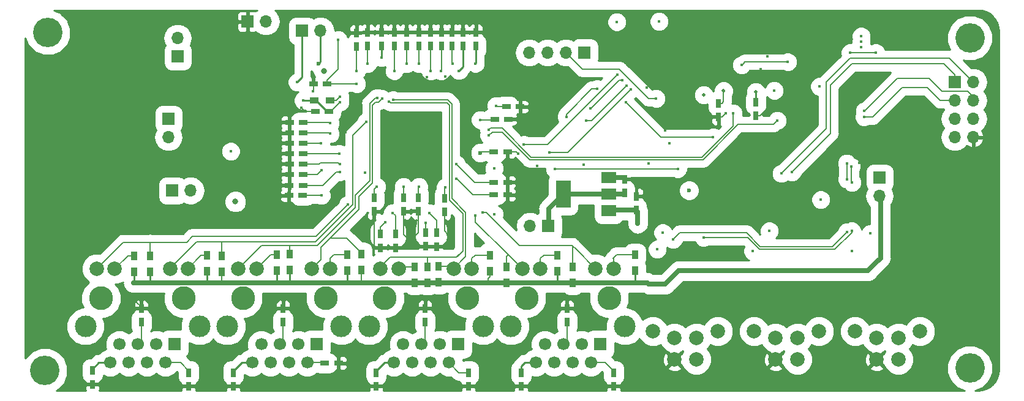
<source format=gbr>
G04 #@! TF.GenerationSoftware,KiCad,Pcbnew,(5.0.2)-1*
G04 #@! TF.CreationDate,2019-06-08T23:38:06+03:00*
G04 #@! TF.ProjectId,AVB switch with Can gateway,41564220-7377-4697-9463-682077697468,v01*
G04 #@! TF.SameCoordinates,Original*
G04 #@! TF.FileFunction,Copper,L4,Bot*
G04 #@! TF.FilePolarity,Positive*
%FSLAX46Y46*%
G04 Gerber Fmt 4.6, Leading zero omitted, Abs format (unit mm)*
G04 Created by KiCad (PCBNEW (5.0.2)-1) date 6/8/2019 11:38:06 PM*
%MOMM*%
%LPD*%
G01*
G04 APERTURE LIST*
G04 #@! TA.AperFunction,ComponentPad*
%ADD10O,1.700000X1.700000*%
G04 #@! TD*
G04 #@! TA.AperFunction,ComponentPad*
%ADD11R,1.700000X1.700000*%
G04 #@! TD*
G04 #@! TA.AperFunction,SMDPad,CuDef*
%ADD12R,0.900000X1.200000*%
G04 #@! TD*
G04 #@! TA.AperFunction,SMDPad,CuDef*
%ADD13R,0.750000X1.200000*%
G04 #@! TD*
G04 #@! TA.AperFunction,SMDPad,CuDef*
%ADD14R,1.200000X0.750000*%
G04 #@! TD*
G04 #@! TA.AperFunction,ComponentPad*
%ADD15C,4.064000*%
G04 #@! TD*
G04 #@! TA.AperFunction,ComponentPad*
%ADD16C,3.300000*%
G04 #@! TD*
G04 #@! TA.AperFunction,ComponentPad*
%ADD17C,3.000000*%
G04 #@! TD*
G04 #@! TA.AperFunction,ComponentPad*
%ADD18C,2.000000*%
G04 #@! TD*
G04 #@! TA.AperFunction,ComponentPad*
%ADD19C,1.700000*%
G04 #@! TD*
G04 #@! TA.AperFunction,ComponentPad*
%ADD20R,1.800000X1.800000*%
G04 #@! TD*
G04 #@! TA.AperFunction,SMDPad,CuDef*
%ADD21R,1.200000X0.900000*%
G04 #@! TD*
G04 #@! TA.AperFunction,SMDPad,CuDef*
%ADD22R,2.000000X3.800000*%
G04 #@! TD*
G04 #@! TA.AperFunction,SMDPad,CuDef*
%ADD23R,2.000000X1.500000*%
G04 #@! TD*
G04 #@! TA.AperFunction,ViaPad*
%ADD24C,0.450000*%
G04 #@! TD*
G04 #@! TA.AperFunction,ViaPad*
%ADD25C,0.500000*%
G04 #@! TD*
G04 #@! TA.AperFunction,ViaPad*
%ADD26C,0.600000*%
G04 #@! TD*
G04 #@! TA.AperFunction,ViaPad*
%ADD27C,0.800000*%
G04 #@! TD*
G04 #@! TA.AperFunction,Conductor*
%ADD28C,0.150000*%
G04 #@! TD*
G04 #@! TA.AperFunction,Conductor*
%ADD29C,0.200000*%
G04 #@! TD*
G04 #@! TA.AperFunction,Conductor*
%ADD30C,0.700000*%
G04 #@! TD*
G04 #@! TA.AperFunction,Conductor*
%ADD31C,0.250000*%
G04 #@! TD*
G04 #@! TA.AperFunction,Conductor*
%ADD32C,0.151000*%
G04 #@! TD*
G04 #@! TA.AperFunction,Conductor*
%ADD33C,0.254000*%
G04 #@! TD*
G04 APERTURE END LIST*
D10*
G04 #@! TO.P,J16,2*
G04 #@! TO.N,Net-(C4-Pad1)*
X129464000Y-47766000D03*
D11*
G04 #@! TO.P,J16,1*
G04 #@! TO.N,GND*
X126924000Y-47766000D03*
G04 #@! TD*
D12*
G04 #@! TO.P,R29,1*
G04 #@! TO.N,/LED2_0*
X142672000Y-79940000D03*
G04 #@! TO.P,R29,2*
G04 #@! TO.N,+3V3*
X142672000Y-82140000D03*
G04 #@! TD*
G04 #@! TO.P,R22,2*
G04 #@! TO.N,+3V3*
X151816000Y-83918000D03*
G04 #@! TO.P,R22,1*
G04 #@! TO.N,/LED3_1*
X151816000Y-81718000D03*
G04 #@! TD*
G04 #@! TO.P,R23,1*
G04 #@! TO.N,/LED3_0*
X153340000Y-81634000D03*
G04 #@! TO.P,R23,2*
G04 #@! TO.N,+3V3*
X153340000Y-83834000D03*
G04 #@! TD*
G04 #@! TO.P,R24,2*
G04 #@! TO.N,+3V3*
X162738000Y-83918000D03*
G04 #@! TO.P,R24,1*
G04 #@! TO.N,/LED4_1*
X162738000Y-81718000D03*
G04 #@! TD*
G04 #@! TO.P,R28,1*
G04 #@! TO.N,/LED2_1*
X132766000Y-79940000D03*
G04 #@! TO.P,R28,2*
G04 #@! TO.N,+3V3*
X132766000Y-82140000D03*
G04 #@! TD*
G04 #@! TO.P,R30,2*
G04 #@! TO.N,+3V3*
X123368000Y-82394000D03*
G04 #@! TO.P,R30,1*
G04 #@! TO.N,/switch/LED1_0*
X123368000Y-80194000D03*
G04 #@! TD*
G04 #@! TO.P,R31,1*
G04 #@! TO.N,/switch/LED1_1*
X113462000Y-80194000D03*
G04 #@! TO.P,R31,2*
G04 #@! TO.N,+3V3*
X113462000Y-82394000D03*
G04 #@! TD*
G04 #@! TO.P,R25,2*
G04 #@! TO.N,+3V3*
X171882000Y-83918000D03*
G04 #@! TO.P,R25,1*
G04 #@! TO.N,/LED4_0*
X171882000Y-81718000D03*
G04 #@! TD*
D11*
G04 #@! TO.P,J10,1*
G04 #@! TO.N,Net-(FB2-Pad1)*
X214300000Y-69356000D03*
D10*
G04 #@! TO.P,J10,2*
G04 #@! TO.N,+3V3*
X214300000Y-71896000D03*
G04 #@! TD*
D13*
G04 #@! TO.P,C73,1*
G04 #@! TO.N,AVDDH_IN*
X179090000Y-71470000D03*
G04 #@! TO.P,C73,2*
G04 #@! TO.N,GND*
X179090000Y-69570000D03*
G04 #@! TD*
G04 #@! TO.P,C68,2*
G04 #@! TO.N,GND*
X180650000Y-71950000D03*
G04 #@! TO.P,C68,1*
G04 #@! TO.N,+5V*
X180650000Y-73850000D03*
G04 #@! TD*
D10*
G04 #@! TO.P,J13,2*
G04 #@! TO.N,Net-(FB5-Pad1)*
X117272000Y-50052000D03*
D11*
G04 #@! TO.P,J13,1*
G04 #@! TO.N,VDDLS_IN*
X117272000Y-52592000D03*
G04 #@! TD*
D10*
G04 #@! TO.P,J11,2*
G04 #@! TO.N,Net-(FB3-Pad1)*
X116002000Y-63768000D03*
D11*
G04 #@! TO.P,J11,1*
G04 #@! TO.N,AVDDL_IN*
X116002000Y-61228000D03*
G04 #@! TD*
G04 #@! TO.P,J14,1*
G04 #@! TO.N,AVDDH_IN*
X168520000Y-76070000D03*
D10*
G04 #@! TO.P,J14,2*
G04 #@! TO.N,Net-(FB6-Pad2)*
X165980000Y-76070000D03*
G04 #@! TD*
G04 #@! TO.P,J15,2*
G04 #@! TO.N,/switch/VDDHS*
X137015000Y-49050000D03*
D11*
G04 #@! TO.P,J15,1*
G04 #@! TO.N,VDDHS_IN*
X134475000Y-49050000D03*
G04 #@! TD*
D10*
G04 #@! TO.P,J12,2*
G04 #@! TO.N,Net-(FB4-Pad1)*
X119065000Y-71150000D03*
D11*
G04 #@! TO.P,J12,1*
G04 #@! TO.N,DVDDL_IN*
X116525000Y-71150000D03*
G04 #@! TD*
D10*
G04 #@! TO.P,J5,4*
G04 #@! TO.N,/switch/Data_out_MISO_SPI*
X165862000Y-52070000D03*
G04 #@! TO.P,J5,3*
G04 #@! TO.N,/switch/Data_in_MOSI_SPI*
X168402000Y-52070000D03*
G04 #@! TO.P,J5,2*
G04 #@! TO.N,/mcu_stm32/SPI_CS*
X170942000Y-52070000D03*
D11*
G04 #@! TO.P,J5,1*
G04 #@! TO.N,/switch/SCL_SPI*
X173482000Y-52070000D03*
G04 #@! TD*
D12*
G04 #@! TO.P,R14,2*
G04 #@! TO.N,+3V3*
X121280000Y-82330000D03*
G04 #@! TO.P,R14,1*
G04 #@! TO.N,Net-(J4-Pad9)*
X121280000Y-80130000D03*
G04 #@! TD*
G04 #@! TO.P,R21,1*
G04 #@! TO.N,Net-(J8-Pad11)*
X169780000Y-80060000D03*
G04 #@! TO.P,R21,2*
G04 #@! TO.N,+3V3*
X169780000Y-82260000D03*
G04 #@! TD*
G04 #@! TO.P,R19,2*
G04 #@! TO.N,+3V3*
X150038000Y-83918000D03*
G04 #@! TO.P,R19,1*
G04 #@! TO.N,Net-(J7-Pad11)*
X150038000Y-81718000D03*
G04 #@! TD*
G04 #@! TO.P,R20,1*
G04 #@! TO.N,Net-(J8-Pad9)*
X180500000Y-80040000D03*
G04 #@! TO.P,R20,2*
G04 #@! TO.N,+3V3*
X180500000Y-82240000D03*
G04 #@! TD*
G04 #@! TO.P,R15,1*
G04 #@! TO.N,Net-(J4-Pad11)*
X111230000Y-80140000D03*
G04 #@! TO.P,R15,2*
G04 #@! TO.N,+3V3*
X111230000Y-82340000D03*
G04 #@! TD*
G04 #@! TO.P,R16,2*
G04 #@! TO.N,+3V3*
X140680000Y-82210000D03*
G04 #@! TO.P,R16,1*
G04 #@! TO.N,Net-(J6-Pad9)*
X140680000Y-80010000D03*
G04 #@! TD*
G04 #@! TO.P,R17,1*
G04 #@! TO.N,Net-(J6-Pad11)*
X131000000Y-80010000D03*
G04 #@! TO.P,R17,2*
G04 #@! TO.N,+3V3*
X131000000Y-82210000D03*
G04 #@! TD*
G04 #@! TO.P,R18,2*
G04 #@! TO.N,+3V3*
X160430000Y-82260000D03*
G04 #@! TO.P,R18,1*
G04 #@! TO.N,Net-(J7-Pad9)*
X160430000Y-80060000D03*
G04 #@! TD*
D14*
G04 #@! TO.P,C4,2*
G04 #@! TO.N,GND*
X136022000Y-56388000D03*
G04 #@! TO.P,C4,1*
G04 #@! TO.N,Net-(C4-Pad1)*
X137922000Y-56388000D03*
G04 #@! TD*
D15*
G04 #@! TO.P,H4,1*
G04 #@! TO.N,N/C*
X226780000Y-50038000D03*
G04 #@! TD*
G04 #@! TO.P,H3,1*
G04 #@! TO.N,N/C*
X226780000Y-95690000D03*
G04 #@! TD*
G04 #@! TO.P,H2,1*
G04 #@! TO.N,N/C*
X99314000Y-49276000D03*
G04 #@! TD*
G04 #@! TO.P,H1,1*
G04 #@! TO.N,N/C*
X98896999Y-96050000D03*
G04 #@! TD*
D16*
G04 #@! TO.P,J8,*
G04 #@! TO.N,*
X165485000Y-86050000D03*
X176915000Y-86050000D03*
D17*
X163325000Y-89940000D03*
X179075000Y-89940000D03*
D18*
G04 #@! TO.P,J8,11*
G04 #@! TO.N,Net-(J8-Pad11)*
X167385000Y-81940000D03*
G04 #@! TO.P,J8,10*
G04 #@! TO.N,/LED4_0*
X175015000Y-81940000D03*
G04 #@! TO.P,J8,12*
G04 #@! TO.N,/LED4_1*
X164885000Y-81940000D03*
G04 #@! TO.P,J8,9*
G04 #@! TO.N,Net-(J8-Pad9)*
X177515000Y-81940000D03*
D19*
G04 #@! TO.P,J8,8*
G04 #@! TO.N,GNDPWR*
X166755000Y-94940000D03*
D20*
G04 #@! TO.P,J8,1*
G04 #@! TO.N,/RX4-*
X175645000Y-92400000D03*
D19*
G04 #@! TO.P,J8,3*
G04 #@! TO.N,/RX4+*
X173105000Y-92400000D03*
G04 #@! TO.P,J8,5*
G04 #@! TO.N,Net-(C13-Pad1)*
X170565000Y-92400000D03*
G04 #@! TO.P,J8,7*
G04 #@! TO.N,N/C*
X168025000Y-92400000D03*
G04 #@! TO.P,J8,6*
G04 #@! TO.N,/TX4+*
X169295000Y-94940000D03*
G04 #@! TO.P,J8,4*
G04 #@! TO.N,/TX4-*
X171835000Y-94940000D03*
G04 #@! TO.P,J8,2*
G04 #@! TO.N,Net-(C14-Pad1)*
X174375000Y-94940000D03*
G04 #@! TD*
D14*
G04 #@! TO.P,C74,2*
G04 #@! TO.N,GND*
X136276000Y-60198000D03*
G04 #@! TO.P,C74,1*
G04 #@! TO.N,+3V3*
X138176000Y-60198000D03*
G04 #@! TD*
D16*
G04 #@! TO.P,J7,*
G04 #@! TO.N,*
X145881666Y-86050000D03*
X157311666Y-86050000D03*
D17*
X143721666Y-89940000D03*
X159471666Y-89940000D03*
D18*
G04 #@! TO.P,J7,11*
G04 #@! TO.N,Net-(J7-Pad11)*
X147781666Y-81940000D03*
G04 #@! TO.P,J7,10*
G04 #@! TO.N,/LED3_0*
X155411666Y-81940000D03*
G04 #@! TO.P,J7,12*
G04 #@! TO.N,/LED3_1*
X145281666Y-81940000D03*
G04 #@! TO.P,J7,9*
G04 #@! TO.N,Net-(J7-Pad9)*
X157911666Y-81940000D03*
D19*
G04 #@! TO.P,J7,8*
G04 #@! TO.N,GNDPWR*
X147151666Y-94940000D03*
D20*
G04 #@! TO.P,J7,1*
G04 #@! TO.N,/RX3-*
X156041666Y-92400000D03*
D19*
G04 #@! TO.P,J7,3*
G04 #@! TO.N,/RX3+*
X153501666Y-92400000D03*
G04 #@! TO.P,J7,5*
G04 #@! TO.N,Net-(C10-Pad1)*
X150961666Y-92400000D03*
G04 #@! TO.P,J7,7*
G04 #@! TO.N,N/C*
X148421666Y-92400000D03*
G04 #@! TO.P,J7,6*
G04 #@! TO.N,/TX3+*
X149691666Y-94940000D03*
G04 #@! TO.P,J7,4*
G04 #@! TO.N,/TX3-*
X152231666Y-94940000D03*
G04 #@! TO.P,J7,2*
G04 #@! TO.N,Net-(C11-Pad1)*
X154771666Y-94940000D03*
G04 #@! TD*
D13*
G04 #@! TO.P,C9,1*
G04 #@! TO.N,GNDPWR*
X124970000Y-96310000D03*
G04 #@! TO.P,C9,2*
G04 #@! TO.N,GND*
X124970000Y-98210000D03*
G04 #@! TD*
G04 #@! TO.P,C14,1*
G04 #@! TO.N,Net-(C14-Pad1)*
X177520000Y-96310000D03*
G04 #@! TO.P,C14,2*
G04 #@! TO.N,GND*
X177520000Y-98210000D03*
G04 #@! TD*
G04 #@! TO.P,C13,1*
G04 #@! TO.N,Net-(C13-Pad1)*
X171100000Y-89360000D03*
G04 #@! TO.P,C13,2*
G04 #@! TO.N,GND*
X171100000Y-87460000D03*
G04 #@! TD*
D11*
G04 #@! TO.P,J9,1*
G04 #@! TO.N,/mcu_stm32/SYS_JTCK_SWCLK*
X224714000Y-56148000D03*
D10*
G04 #@! TO.P,J9,2*
G04 #@! TO.N,/mcu_stm32/SYS_JTMSE_SWDIO*
X227254000Y-56148000D03*
G04 #@! TO.P,J9,3*
G04 #@! TO.N,/mcu_stm32/UART8_RX*
X224714000Y-58688000D03*
G04 #@! TO.P,J9,4*
G04 #@! TO.N,/mcu_stm32/UART8_TX*
X227254000Y-58688000D03*
G04 #@! TO.P,J9,5*
G04 #@! TO.N,Net-(J9-Pad5)*
X224714000Y-61228000D03*
G04 #@! TO.P,J9,6*
G04 #@! TO.N,/mcu_stm32/NRESET*
X227254000Y-61228000D03*
G04 #@! TO.P,J9,7*
G04 #@! TO.N,Net-(J9-Pad7)*
X224714000Y-63768000D03*
G04 #@! TO.P,J9,8*
G04 #@! TO.N,GND*
X227254000Y-63768000D03*
G04 #@! TD*
D16*
G04 #@! TO.P,J6,*
G04 #@! TO.N,*
X126278333Y-86050000D03*
X137708333Y-86050000D03*
D17*
X124118333Y-89940000D03*
X139868333Y-89940000D03*
D18*
G04 #@! TO.P,J6,11*
G04 #@! TO.N,Net-(J6-Pad11)*
X128178333Y-81940000D03*
G04 #@! TO.P,J6,10*
G04 #@! TO.N,/LED2_0*
X135808333Y-81940000D03*
G04 #@! TO.P,J6,12*
G04 #@! TO.N,/LED2_1*
X125678333Y-81940000D03*
G04 #@! TO.P,J6,9*
G04 #@! TO.N,Net-(J6-Pad9)*
X138308333Y-81940000D03*
D19*
G04 #@! TO.P,J6,8*
G04 #@! TO.N,GNDPWR*
X127548333Y-94940000D03*
D20*
G04 #@! TO.P,J6,1*
G04 #@! TO.N,/RX2-*
X136438333Y-92400000D03*
D19*
G04 #@! TO.P,J6,3*
G04 #@! TO.N,/RX2+*
X133898333Y-92400000D03*
G04 #@! TO.P,J6,5*
G04 #@! TO.N,Net-(C7-Pad1)*
X131358333Y-92400000D03*
G04 #@! TO.P,J6,7*
G04 #@! TO.N,N/C*
X128818333Y-92400000D03*
G04 #@! TO.P,J6,6*
G04 #@! TO.N,/TX2+*
X130088333Y-94940000D03*
G04 #@! TO.P,J6,4*
G04 #@! TO.N,/TX2-*
X132628333Y-94940000D03*
G04 #@! TO.P,J6,2*
G04 #@! TO.N,Net-(C8-Pad1)*
X135168333Y-94940000D03*
G04 #@! TD*
D16*
G04 #@! TO.P,J4,*
G04 #@! TO.N,*
X106675000Y-86050000D03*
X118105000Y-86050000D03*
D17*
X104515000Y-89940000D03*
X120265000Y-89940000D03*
D18*
G04 #@! TO.P,J4,11*
G04 #@! TO.N,Net-(J4-Pad11)*
X108575000Y-81940000D03*
G04 #@! TO.P,J4,10*
G04 #@! TO.N,/switch/LED1_0*
X116205000Y-81940000D03*
G04 #@! TO.P,J4,12*
G04 #@! TO.N,/switch/LED1_1*
X106075000Y-81940000D03*
G04 #@! TO.P,J4,9*
G04 #@! TO.N,Net-(J4-Pad9)*
X118705000Y-81940000D03*
D19*
G04 #@! TO.P,J4,8*
G04 #@! TO.N,GNDPWR*
X107945000Y-94940000D03*
D20*
G04 #@! TO.P,J4,1*
G04 #@! TO.N,/RX1-*
X116835000Y-92400000D03*
D19*
G04 #@! TO.P,J4,3*
G04 #@! TO.N,/RX1+*
X114295000Y-92400000D03*
G04 #@! TO.P,J4,5*
G04 #@! TO.N,Net-(C1-Pad1)*
X111755000Y-92400000D03*
G04 #@! TO.P,J4,7*
G04 #@! TO.N,N/C*
X109215000Y-92400000D03*
G04 #@! TO.P,J4,6*
G04 #@! TO.N,/TX1+*
X110485000Y-94940000D03*
G04 #@! TO.P,J4,4*
G04 #@! TO.N,/TX1-*
X113025000Y-94940000D03*
G04 #@! TO.P,J4,2*
G04 #@! TO.N,Net-(C2-Pad1)*
X115565000Y-94940000D03*
G04 #@! TD*
D13*
G04 #@! TO.P,C1,1*
G04 #@! TO.N,Net-(C1-Pad1)*
X112230000Y-89360000D03*
G04 #@! TO.P,C1,2*
G04 #@! TO.N,GND*
X112230000Y-87460000D03*
G04 #@! TD*
G04 #@! TO.P,C2,1*
G04 #@! TO.N,Net-(C2-Pad1)*
X118790000Y-96310000D03*
G04 #@! TO.P,C2,2*
G04 #@! TO.N,GND*
X118790000Y-98210000D03*
G04 #@! TD*
G04 #@! TO.P,C3,1*
G04 #@! TO.N,GNDPWR*
X105480000Y-96034999D03*
G04 #@! TO.P,C3,2*
G04 #@! TO.N,GND*
X105480000Y-97934999D03*
G04 #@! TD*
G04 #@! TO.P,C7,1*
G04 #@! TO.N,Net-(C7-Pad1)*
X131853333Y-89360000D03*
G04 #@! TO.P,C7,2*
G04 #@! TO.N,GND*
X131853333Y-87460000D03*
G04 #@! TD*
D14*
G04 #@! TO.P,C8,1*
G04 #@! TO.N,Net-(C8-Pad1)*
X137592000Y-95010000D03*
G04 #@! TO.P,C8,2*
G04 #@! TO.N,GND*
X139492000Y-95010000D03*
G04 #@! TD*
D13*
G04 #@! TO.P,C10,1*
G04 #@! TO.N,Net-(C10-Pad1)*
X151476666Y-89360000D03*
G04 #@! TO.P,C10,2*
G04 #@! TO.N,GND*
X151476666Y-87460000D03*
G04 #@! TD*
G04 #@! TO.P,C11,1*
G04 #@! TO.N,Net-(C11-Pad1)*
X157460000Y-96310000D03*
G04 #@! TO.P,C11,2*
G04 #@! TO.N,GND*
X157460000Y-98210000D03*
G04 #@! TD*
G04 #@! TO.P,C12,1*
G04 #@! TO.N,GNDPWR*
X144730000Y-96310000D03*
G04 #@! TO.P,C12,2*
G04 #@! TO.N,GND*
X144730000Y-98210000D03*
G04 #@! TD*
G04 #@! TO.P,C15,1*
G04 #@! TO.N,GNDPWR*
X164730000Y-96310000D03*
G04 #@! TO.P,C15,2*
G04 #@! TO.N,GND*
X164730000Y-98210000D03*
G04 #@! TD*
G04 #@! TO.P,C23,1*
G04 #@! TO.N,GND*
X197220000Y-60830000D03*
G04 #@! TO.P,C23,2*
G04 #@! TO.N,VDD*
X197220000Y-58930000D03*
G04 #@! TD*
G04 #@! TO.P,C24,1*
G04 #@! TO.N,GND*
X192024000Y-60960000D03*
G04 #@! TO.P,C24,2*
G04 #@! TO.N,VDD*
X192024000Y-59060000D03*
G04 #@! TD*
G04 #@! TO.P,C29,1*
G04 #@! TO.N,/switch/VDDLS*
X142000000Y-51250000D03*
G04 #@! TO.P,C29,2*
G04 #@! TO.N,GND*
X142000000Y-49350000D03*
G04 #@! TD*
G04 #@! TO.P,C30,1*
G04 #@! TO.N,/switch/VDDLS*
X152206000Y-51150000D03*
G04 #@! TO.P,C30,2*
G04 #@! TO.N,GND*
X152206000Y-49250000D03*
G04 #@! TD*
G04 #@! TO.P,C31,1*
G04 #@! TO.N,/switch/VDDLS*
X147196000Y-51160000D03*
G04 #@! TO.P,C31,2*
G04 #@! TO.N,GND*
X147196000Y-49260000D03*
G04 #@! TD*
G04 #@! TO.P,C33,1*
G04 #@! TO.N,/switch/DVDDL*
X147370000Y-77150000D03*
G04 #@! TO.P,C33,2*
G04 #@! TO.N,GND*
X147370000Y-79050000D03*
G04 #@! TD*
G04 #@! TO.P,C34,1*
G04 #@! TO.N,/switch/DVDDL*
X153070000Y-76990000D03*
G04 #@! TO.P,C34,2*
G04 #@! TO.N,GND*
X153070000Y-78890000D03*
G04 #@! TD*
D14*
G04 #@! TO.P,C35,1*
G04 #@! TO.N,/switch/DVDDL*
X160950000Y-65800000D03*
G04 #@! TO.P,C35,2*
G04 #@! TO.N,GND*
X162850000Y-65800000D03*
G04 #@! TD*
G04 #@! TO.P,C36,1*
G04 #@! TO.N,/switch/DVDDL*
X161090000Y-61260000D03*
G04 #@! TO.P,C36,2*
G04 #@! TO.N,GND*
X162990000Y-61260000D03*
G04 #@! TD*
D13*
G04 #@! TO.P,C37,1*
G04 #@! TO.N,/switch/DVDDL*
X156676000Y-51170000D03*
G04 #@! TO.P,C37,2*
G04 #@! TO.N,GND*
X156676000Y-49270000D03*
G04 #@! TD*
G04 #@! TO.P,C38,1*
G04 #@! TO.N,/switch/DVDDL*
X153716000Y-51140000D03*
G04 #@! TO.P,C38,2*
G04 #@! TO.N,GND*
X153716000Y-49240000D03*
G04 #@! TD*
G04 #@! TO.P,C39,1*
G04 #@! TO.N,/switch/DVDDL*
X145446000Y-51160000D03*
G04 #@! TO.P,C39,2*
G04 #@! TO.N,GND*
X145446000Y-49260000D03*
G04 #@! TD*
D14*
G04 #@! TO.P,C40,1*
G04 #@! TO.N,/switch/DVDDL*
X134620000Y-61720000D03*
G04 #@! TO.P,C40,2*
G04 #@! TO.N,GND*
X132720000Y-61720000D03*
G04 #@! TD*
G04 #@! TO.P,C41,1*
G04 #@! TO.N,/switch/DVDDL*
X134620000Y-63170000D03*
G04 #@! TO.P,C41,2*
G04 #@! TO.N,GND*
X132720000Y-63170000D03*
G04 #@! TD*
D13*
G04 #@! TO.P,C43,1*
G04 #@! TO.N,/switch/AVDDL*
X144420000Y-72140000D03*
G04 #@! TO.P,C43,2*
G04 #@! TO.N,GND*
X144420000Y-74040000D03*
G04 #@! TD*
G04 #@! TO.P,C44,1*
G04 #@! TO.N,/switch/AVDDL*
X148500000Y-72130000D03*
G04 #@! TO.P,C44,2*
G04 #@! TO.N,GND*
X148500000Y-74030000D03*
G04 #@! TD*
G04 #@! TO.P,C45,1*
G04 #@! TO.N,/switch/AVDDL*
X150520000Y-72100000D03*
G04 #@! TO.P,C45,2*
G04 #@! TO.N,GND*
X150520000Y-74000000D03*
G04 #@! TD*
G04 #@! TO.P,C46,1*
G04 #@! TO.N,/switch/AVDDL*
X154130000Y-72190000D03*
G04 #@! TO.P,C46,2*
G04 #@! TO.N,GND*
X154130000Y-74090000D03*
G04 #@! TD*
D14*
G04 #@! TO.P,C47,1*
G04 #@! TO.N,/switch/AVDDL*
X160950000Y-71725000D03*
G04 #@! TO.P,C47,2*
G04 #@! TO.N,GND*
X162850000Y-71725000D03*
G04 #@! TD*
G04 #@! TO.P,C48,1*
G04 #@! TO.N,/switch/AVDDL*
X160950000Y-70000000D03*
G04 #@! TO.P,C48,2*
G04 #@! TO.N,GND*
X162850000Y-70000000D03*
G04 #@! TD*
G04 #@! TO.P,C49,1*
G04 #@! TO.N,/switch/AVDDL*
X134620000Y-66040000D03*
G04 #@! TO.P,C49,2*
G04 #@! TO.N,GND*
X132720000Y-66040000D03*
G04 #@! TD*
G04 #@! TO.P,C50,1*
G04 #@! TO.N,/switch/AVDDL*
X134610000Y-67460000D03*
G04 #@! TO.P,C50,2*
G04 #@! TO.N,GND*
X132710000Y-67460000D03*
G04 #@! TD*
G04 #@! TO.P,C51,1*
G04 #@! TO.N,/switch/AVDDL*
X134600000Y-70420000D03*
G04 #@! TO.P,C51,2*
G04 #@! TO.N,GND*
X132700000Y-70420000D03*
G04 #@! TD*
D13*
G04 #@! TO.P,C53,1*
G04 #@! TO.N,/switch/AVDDH*
X145320000Y-77150000D03*
G04 #@! TO.P,C53,2*
G04 #@! TO.N,GND*
X145320000Y-79050000D03*
G04 #@! TD*
G04 #@! TO.P,C54,1*
G04 #@! TO.N,/switch/AVDDH*
X151560000Y-76930000D03*
G04 #@! TO.P,C54,2*
G04 #@! TO.N,GND*
X151560000Y-78830000D03*
G04 #@! TD*
D14*
G04 #@! TO.P,C57,1*
G04 #@! TO.N,/switch/AVDDH*
X134620000Y-64570000D03*
G04 #@! TO.P,C57,2*
G04 #@! TO.N,GND*
X132720000Y-64570000D03*
G04 #@! TD*
G04 #@! TO.P,C58,1*
G04 #@! TO.N,/switch/AVDDH*
X134620000Y-68920000D03*
G04 #@! TO.P,C58,2*
G04 #@! TO.N,GND*
X132720000Y-68920000D03*
G04 #@! TD*
G04 #@! TO.P,C59,1*
G04 #@! TO.N,/switch/AVDDH*
X134560000Y-71820000D03*
G04 #@! TO.P,C59,2*
G04 #@! TO.N,GND*
X132660000Y-71820000D03*
G04 #@! TD*
D13*
G04 #@! TO.P,C60,1*
G04 #@! TO.N,/switch/VDDHS*
X143526000Y-51150000D03*
G04 #@! TO.P,C60,2*
G04 #@! TO.N,GND*
X143526000Y-49250000D03*
G04 #@! TD*
G04 #@! TO.P,C61,1*
G04 #@! TO.N,/switch/VDDHS*
X150596000Y-51160000D03*
G04 #@! TO.P,C61,2*
G04 #@! TO.N,GND*
X150596000Y-49260000D03*
G04 #@! TD*
G04 #@! TO.P,C62,1*
G04 #@! TO.N,/switch/VDDHS*
X148896000Y-51160000D03*
G04 #@! TO.P,C62,2*
G04 #@! TO.N,GND*
X148896000Y-49260000D03*
G04 #@! TD*
G04 #@! TO.P,C63,1*
G04 #@! TO.N,+3V3*
X158496000Y-51176000D03*
G04 #@! TO.P,C63,2*
G04 #@! TO.N,GND*
X158496000Y-49276000D03*
G04 #@! TD*
G04 #@! TO.P,C64,1*
G04 #@! TO.N,+3V3*
X155206000Y-51150000D03*
G04 #@! TO.P,C64,2*
G04 #@! TO.N,GND*
X155206000Y-49250000D03*
G04 #@! TD*
D14*
G04 #@! TO.P,C65,1*
G04 #@! TO.N,+3V3*
X162690000Y-59560000D03*
G04 #@! TO.P,C65,2*
G04 #@! TO.N,GND*
X164590000Y-59560000D03*
G04 #@! TD*
D18*
G04 #@! TO.P,J1,~*
G04 #@! TO.N,N/C*
X219892000Y-90590000D03*
X210892000Y-90590000D03*
G04 #@! TO.P,J1,1*
G04 #@! TO.N,+5V*
X216892000Y-94530000D03*
G04 #@! TO.P,J1,2*
G04 #@! TO.N,GND*
X213892000Y-94530000D03*
G04 #@! TO.P,J1,3*
G04 #@! TO.N,/CAN1+*
X216892000Y-91530000D03*
G04 #@! TO.P,J1,4*
G04 #@! TO.N,/CAN1-*
X213892000Y-91530000D03*
G04 #@! TD*
G04 #@! TO.P,J2,~*
G04 #@! TO.N,N/C*
X191952000Y-90590000D03*
X182952000Y-90590000D03*
G04 #@! TO.P,J2,1*
G04 #@! TO.N,+5V*
X188952000Y-94530000D03*
G04 #@! TO.P,J2,2*
G04 #@! TO.N,GND*
X185952000Y-94530000D03*
G04 #@! TO.P,J2,3*
G04 #@! TO.N,/CAN2+*
X188952000Y-91530000D03*
G04 #@! TO.P,J2,4*
G04 #@! TO.N,/CAN2-*
X185952000Y-91530000D03*
G04 #@! TD*
G04 #@! TO.P,J3,~*
G04 #@! TO.N,N/C*
X205922000Y-90590000D03*
X196922000Y-90590000D03*
G04 #@! TO.P,J3,1*
G04 #@! TO.N,+5V*
X202922000Y-94530000D03*
G04 #@! TO.P,J3,2*
G04 #@! TO.N,GND*
X199922000Y-94530000D03*
G04 #@! TO.P,J3,3*
G04 #@! TO.N,/CAN3+*
X202922000Y-91530000D03*
G04 #@! TO.P,J3,4*
G04 #@! TO.N,/CAN3-*
X199922000Y-91530000D03*
G04 #@! TD*
D21*
G04 #@! TO.P,R2,1*
G04 #@! TO.N,+3V3*
X136150000Y-58700000D03*
G04 #@! TO.P,R2,2*
G04 #@! TO.N,/switch/Data_in_MOSI_SPI*
X138350000Y-58700000D03*
G04 #@! TD*
D22*
G04 #@! TO.P,U3,4*
G04 #@! TO.N,AVDDH_IN*
X170560000Y-71650000D03*
D23*
G04 #@! TO.P,U3,2*
X176860000Y-71650000D03*
G04 #@! TO.P,U3,3*
G04 #@! TO.N,+5V*
X176860000Y-73950000D03*
G04 #@! TO.P,U3,1*
G04 #@! TO.N,GND*
X176860000Y-69350000D03*
G04 #@! TD*
D24*
G04 #@! TO.N,GND*
X153340000Y-68340000D03*
X150800000Y-68340000D03*
X148260000Y-68340000D03*
X145720000Y-68340000D03*
X145720000Y-67070000D03*
X148260000Y-67070000D03*
X150800000Y-67070000D03*
X153340000Y-67070000D03*
X153340000Y-65800000D03*
X150800000Y-65800000D03*
X148260000Y-65800000D03*
X145720000Y-65800000D03*
X145720000Y-64530000D03*
X148260000Y-64530000D03*
X150800000Y-64530000D03*
X153340000Y-64530000D03*
X153340000Y-63260000D03*
X150800000Y-63260000D03*
X148260000Y-63260000D03*
X145720000Y-63260000D03*
X145720000Y-61990000D03*
X148260000Y-61990000D03*
X150800000Y-61990000D03*
X153340000Y-61990000D03*
X153340000Y-60720000D03*
X150800000Y-60720000D03*
X148260000Y-60720000D03*
X145720000Y-60720000D03*
X165090000Y-73300000D03*
X149700000Y-55470000D03*
X150920000Y-55480000D03*
X151710000Y-55480000D03*
X140470000Y-62310000D03*
X140470000Y-63120000D03*
X193039994Y-60452000D03*
X198882000Y-59690000D03*
X197866000Y-54356000D03*
X193040000Y-54102000D03*
X209296000Y-58674000D03*
X207518000Y-74930000D03*
X182118000Y-56896000D03*
X134366000Y-59665000D03*
X164338000Y-66040000D03*
X143140000Y-68660000D03*
X154224124Y-55354124D03*
X136010000Y-57390000D03*
X132560000Y-85630000D03*
X149530000Y-46750000D03*
X152070000Y-46750000D03*
X154610000Y-46750000D03*
X157150000Y-46750000D03*
X159690000Y-46750000D03*
X211760000Y-46750000D03*
X215570000Y-46750000D03*
X218110000Y-46750000D03*
X221920000Y-46750000D03*
X154610000Y-77230000D03*
X149870000Y-77630000D03*
X158650000Y-77610000D03*
X166360000Y-55860000D03*
X161730000Y-54710000D03*
X170210000Y-56780000D03*
X167510000Y-63310000D03*
X164910000Y-63310000D03*
X172820000Y-56630000D03*
X184650000Y-62820000D03*
X185270000Y-64600000D03*
X182360000Y-67430000D03*
X173400000Y-67550000D03*
X166980000Y-67710000D03*
X165010000Y-67790000D03*
X146990000Y-46750000D03*
X144450000Y-46750000D03*
X141910000Y-46750000D03*
X102060000Y-61440000D03*
X103700000Y-58710000D03*
X103920000Y-68300000D03*
X102320000Y-71010000D03*
X103610000Y-51640000D03*
X105050000Y-49030000D03*
X201860000Y-51780000D03*
X193640000Y-49790000D03*
X124384000Y-71388000D03*
X124130000Y-67832000D03*
X122352000Y-52592000D03*
X120574000Y-55132000D03*
X210490000Y-58688000D03*
X211506000Y-67324000D03*
X188900000Y-50814000D03*
X131242000Y-64530000D03*
X131242000Y-63514000D03*
X131242000Y-72404000D03*
X132766000Y-72912000D03*
X129210000Y-65292000D03*
X123114000Y-70626000D03*
X121844000Y-67578000D03*
X123114000Y-68848000D03*
X110668000Y-86628000D03*
X226492000Y-74436000D03*
X227508000Y-73166000D03*
X228270000Y-71896000D03*
X149032876Y-77748876D03*
X133274000Y-73928000D03*
X164262000Y-74182000D03*
X180264000Y-69610000D03*
X217348000Y-76976000D03*
X222936000Y-85104000D03*
X189484000Y-75438000D03*
X207188000Y-84342000D03*
X193472000Y-84342000D03*
X170490000Y-59392010D03*
X167650000Y-59392010D03*
X199060000Y-75198000D03*
X203885988Y-75960000D03*
X203886000Y-74690000D03*
X182042000Y-69610000D03*
X182042000Y-71642000D03*
X127890000Y-67850000D03*
X132750000Y-69560000D03*
X198770000Y-52580000D03*
X196630000Y-48930000D03*
G04 #@! TO.N,Net-(C4-Pad1)*
X139446000Y-50292000D03*
X141986000Y-56388000D03*
G04 #@! TO.N,/mcu_stm32/NRESET*
X201600000Y-53354000D03*
X210236000Y-52084000D03*
X213792000Y-52084000D03*
X195230000Y-53790000D03*
G04 #@! TO.N,+3V3*
X177984000Y-47824000D03*
X155260000Y-53560000D03*
X161270000Y-59430000D03*
X134620000Y-58674000D03*
X158420000Y-53560000D03*
X139700000Y-58928000D03*
X213040000Y-77090000D03*
X211760000Y-51322000D03*
X211760000Y-50560000D03*
X211760000Y-49798000D03*
X214440000Y-75960000D03*
X200584000Y-82240000D03*
X213890000Y-81040000D03*
X213128000Y-81802000D03*
X207950000Y-82240000D03*
X194234000Y-82240000D03*
X188900000Y-82240000D03*
X187122000Y-82240000D03*
X183566000Y-79262000D03*
X184328000Y-76976000D03*
X199060000Y-76722000D03*
X196774000Y-79516000D03*
X210490000Y-79516000D03*
X183820000Y-47752000D03*
G04 #@! TO.N,/mcu_stm32/UART8_TX*
X212210004Y-60150002D03*
G04 #@! TO.N,/mcu_stm32/UART8_RX*
X212190002Y-60960000D03*
G04 #@! TO.N,/mcu_stm32/SYS_JTMSE_SWDIO*
X200700000Y-68790001D03*
G04 #@! TO.N,/mcu_stm32/SYS_JTCK_SWCLK*
X202190000Y-68600000D03*
G04 #@! TO.N,/switch/Data_in_MOSI_SPI*
X179230002Y-58950000D03*
X191262000Y-63754000D03*
X139700004Y-58166000D03*
G04 #@! TO.N,/mcu_stm32/CAN2_TX*
X210400000Y-67825000D03*
X210482713Y-70038030D03*
X190000000Y-77650000D03*
X210441158Y-76743141D03*
G04 #@! TO.N,/mcu_stm32/CAN2_RX*
X209800000Y-76850000D03*
X209758567Y-67391429D03*
X209825000Y-69600000D03*
X185780000Y-77919994D03*
G04 #@! TO.N,/mcu_stm32/SPI_CS*
X183388000Y-58420000D03*
G04 #@! TO.N,/mcu_stm32/ETH_TX_EN*
X169380000Y-68160000D03*
X186400000Y-68130000D03*
G04 #@! TO.N,/mcu_stm32/ETH_RX_DV*
X170980000Y-60980000D03*
X175242198Y-57105786D03*
G04 #@! TO.N,/mcu_stm32/ETH_COL*
X168678206Y-65911794D03*
X179910002Y-57150000D03*
G04 #@! TO.N,/mcu_stm32/ETH_RX_CLK*
X179324000Y-56642000D03*
X173736000Y-61468000D03*
G04 #@! TO.N,/mcu_stm32/ETH_CRS*
X178730000Y-55880000D03*
X174343934Y-59801952D03*
G04 #@! TO.N,/mcu_stm32/ETH_TX_CLK*
X165100000Y-64770000D03*
X178032000Y-55118000D03*
G04 #@! TO.N,/mcu_stm32/ETH_TXD2*
X160274000Y-62750000D03*
X194056000Y-60452000D03*
G04 #@! TO.N,/mcu_stm32/ETH_TXD3*
X160274000Y-63500000D03*
X200152000Y-61468000D03*
G04 #@! TO.N,/switch/LED1_0*
X143324979Y-61650000D03*
G04 #@! TO.N,/switch/LED1_1*
X140790000Y-73110000D03*
G04 #@! TO.N,/LED4_0*
X159399999Y-74150000D03*
G04 #@! TO.N,/LED4_1*
X158430002Y-74570000D03*
G04 #@! TO.N,/LED3_0*
X147050000Y-58600000D03*
G04 #@! TO.N,/LED3_1*
X146450000Y-58810000D03*
G04 #@! TO.N,/LED2_0*
X145537380Y-58427476D03*
G04 #@! TO.N,/LED2_1*
X144900000Y-58300000D03*
D25*
G04 #@! TO.N,VDD*
X192730000Y-57350000D03*
X197200000Y-57500000D03*
D24*
X206020000Y-56750000D03*
D25*
X189992000Y-57912000D03*
D26*
X187960000Y-71120000D03*
D24*
X199760000Y-57290000D03*
X206172000Y-72404000D03*
G04 #@! TO.N,+5V*
X180860000Y-75670000D03*
G04 #@! TO.N,/switch/VDDHS*
X143530000Y-53610000D03*
X150610000Y-53600000D03*
X148890000Y-53610000D03*
D26*
X136720000Y-53610000D03*
D24*
G04 #@! TO.N,VDDHS_IN*
X133782000Y-56148000D03*
G04 #@! TO.N,/switch/AVDDL*
X154280000Y-70690000D03*
X155800021Y-67510000D03*
X155800021Y-69490000D03*
X144770000Y-70610000D03*
X148480000Y-70610000D03*
X150580000Y-70600000D03*
X139630004Y-66040000D03*
X139690002Y-67520002D03*
X139700000Y-68580000D03*
X124600000Y-65716400D03*
G04 #@! TO.N,/switch/DVDDL*
X159120000Y-61350000D03*
D26*
X159120000Y-65920000D03*
D24*
X147010000Y-74220000D03*
X152045000Y-74220000D03*
X138380000Y-61850000D03*
X138379998Y-63280000D03*
X153700000Y-54600000D03*
X156130000Y-54570000D03*
X145430000Y-52760000D03*
D27*
X125240000Y-72680000D03*
D24*
G04 #@! TO.N,/switch/VDDLS*
X152220000Y-54600000D03*
X147220002Y-54580000D03*
X142000000Y-54590000D03*
D27*
X137520000Y-54630000D03*
D24*
G04 #@! TO.N,/switch/AVDDH*
X161030000Y-74440000D03*
X161030000Y-68110000D03*
X137100000Y-64570000D03*
X137120000Y-71830000D03*
X145940000Y-75550000D03*
X151560000Y-75580000D03*
X137160000Y-68326008D03*
G04 #@! TD*
D28*
G04 #@! TO.N,GND*
X192024000Y-60960000D02*
X192549000Y-60960000D01*
X193039994Y-60469006D02*
X193039994Y-60452000D01*
X192549000Y-60960000D02*
X193039994Y-60469006D01*
X198882000Y-59693000D02*
X198882000Y-59690000D01*
X197745000Y-60830000D02*
X198882000Y-59693000D01*
X197220000Y-60830000D02*
X197745000Y-60830000D01*
D29*
X136276000Y-60198000D02*
X134899000Y-60198000D01*
X134899000Y-60198000D02*
X134366000Y-59665000D01*
X162850000Y-65800000D02*
X164098000Y-65800000D01*
X164098000Y-65800000D02*
X164338000Y-66040000D01*
X136022000Y-56388000D02*
X136022000Y-57378000D01*
X136022000Y-57378000D02*
X136010000Y-57390000D01*
X131853333Y-87460000D02*
X131853333Y-86336667D01*
X131853333Y-86336667D02*
X132560000Y-85630000D01*
D30*
X178870000Y-69350000D02*
X179090000Y-69570000D01*
X176860000Y-69350000D02*
X178870000Y-69350000D01*
D28*
X111623000Y-86628000D02*
X110668000Y-86628000D01*
X112230000Y-87460000D02*
X112230000Y-87235000D01*
X112230000Y-87235000D02*
X111623000Y-86628000D01*
D29*
X154130000Y-76750000D02*
X154610000Y-77230000D01*
X154130000Y-74090000D02*
X154130000Y-76750000D01*
X150520000Y-76980000D02*
X149870000Y-77630000D01*
X150520000Y-74000000D02*
X150520000Y-76980000D01*
X148500000Y-74030000D02*
X148500000Y-77216000D01*
X148500000Y-77216000D02*
X149032876Y-77748876D01*
X144745000Y-79050000D02*
X145320000Y-79050000D01*
X144420000Y-78725000D02*
X144745000Y-79050000D01*
X144420000Y-74040000D02*
X144420000Y-78725000D01*
G04 #@! TO.N,Net-(C1-Pad1)*
X112230000Y-91925000D02*
X111755000Y-92400000D01*
X112230000Y-89360000D02*
X112230000Y-91925000D01*
G04 #@! TO.N,Net-(C2-Pad1)*
X116767081Y-94940000D02*
X115565000Y-94940000D01*
X117645000Y-94940000D02*
X116767081Y-94940000D01*
X118790000Y-96085000D02*
X117645000Y-94940000D01*
X118790000Y-96310000D02*
X118790000Y-96085000D01*
D31*
G04 #@! TO.N,GNDPWR*
X145949585Y-94940000D02*
X147151666Y-94940000D01*
X145875000Y-94940000D02*
X145949585Y-94940000D01*
X144730000Y-96085000D02*
X145875000Y-94940000D01*
X144730000Y-96310000D02*
X144730000Y-96085000D01*
X126346252Y-94940000D02*
X127548333Y-94940000D01*
X126115000Y-94940000D02*
X126346252Y-94940000D01*
X124970000Y-96085000D02*
X126115000Y-94940000D01*
X124970000Y-96310000D02*
X124970000Y-96085000D01*
X106742919Y-94940000D02*
X107945000Y-94940000D01*
X106349999Y-94940000D02*
X106742919Y-94940000D01*
X105480000Y-95809999D02*
X106349999Y-94940000D01*
X105480000Y-96034999D02*
X105480000Y-95809999D01*
X165552919Y-94940000D02*
X166755000Y-94940000D01*
X165250000Y-94940000D02*
X165552919Y-94940000D01*
X164730000Y-95460000D02*
X165250000Y-94940000D01*
X164730000Y-96310000D02*
X164730000Y-95460000D01*
D28*
G04 #@! TO.N,Net-(C4-Pad1)*
X137922000Y-55863000D02*
X139446000Y-54339000D01*
X139446000Y-54339000D02*
X139446000Y-50610198D01*
X137922000Y-56388000D02*
X137922000Y-55863000D01*
X139446000Y-50610198D02*
X139446000Y-50292000D01*
X137922000Y-56388000D02*
X141986000Y-56388000D01*
D29*
G04 #@! TO.N,Net-(C7-Pad1)*
X131853333Y-91905000D02*
X131358333Y-92400000D01*
X131853333Y-89360000D02*
X131853333Y-91905000D01*
D28*
G04 #@! TO.N,Net-(C8-Pad1)*
X137522000Y-94940000D02*
X137592000Y-95010000D01*
X135168333Y-94940000D02*
X137522000Y-94940000D01*
D29*
G04 #@! TO.N,Net-(C10-Pad1)*
X151476666Y-91885000D02*
X150961666Y-92400000D01*
X151476666Y-89360000D02*
X151476666Y-91885000D01*
G04 #@! TO.N,Net-(C11-Pad1)*
X156141666Y-96310000D02*
X154771666Y-94940000D01*
X157460000Y-96310000D02*
X156141666Y-96310000D01*
G04 #@! TO.N,Net-(C13-Pad1)*
X171100000Y-91865000D02*
X170565000Y-92400000D01*
X171100000Y-89360000D02*
X171100000Y-91865000D01*
G04 #@! TO.N,Net-(C14-Pad1)*
X175577081Y-94940000D02*
X174375000Y-94940000D01*
X176375000Y-94940000D02*
X175577081Y-94940000D01*
X177520000Y-96085000D02*
X176375000Y-94940000D01*
X177520000Y-96310000D02*
X177520000Y-96085000D01*
D28*
G04 #@! TO.N,/mcu_stm32/NRESET*
X210236000Y-52084000D02*
X213792000Y-52084000D01*
X195666000Y-53354000D02*
X195454999Y-53565001D01*
X201600000Y-53354000D02*
X195666000Y-53354000D01*
X195454999Y-53565001D02*
X195230000Y-53790000D01*
D29*
G04 #@! TO.N,+3V3*
X155206000Y-51150000D02*
X155206000Y-53506000D01*
X155206000Y-53506000D02*
X155260000Y-53560000D01*
D28*
X162690000Y-59560000D02*
X161400000Y-59560000D01*
X161400000Y-59560000D02*
X161270000Y-59430000D01*
D29*
X136150000Y-58700000D02*
X134646000Y-58700000D01*
X134646000Y-58700000D02*
X134620000Y-58674000D01*
D31*
X158496000Y-51176000D02*
X158496000Y-53484000D01*
X158496000Y-53484000D02*
X158420000Y-53560000D01*
D28*
X138430000Y-60198000D02*
X138176000Y-60198000D01*
X139700000Y-58928000D02*
X138430000Y-60198000D01*
D31*
X134938198Y-58674000D02*
X134620000Y-58674000D01*
X136427000Y-58674000D02*
X134938198Y-58674000D01*
X137951000Y-60198000D02*
X136427000Y-58674000D01*
X138176000Y-60198000D02*
X137951000Y-60198000D01*
X180500000Y-82240000D02*
X180500000Y-83980000D01*
X180500000Y-83980000D02*
X180594000Y-84074000D01*
X169780000Y-83966000D02*
X169672000Y-84074000D01*
X140680000Y-82210000D02*
X140680000Y-83784000D01*
X131000000Y-82210000D02*
X131000000Y-82360000D01*
X111230000Y-82340000D02*
X111230000Y-83842000D01*
X111230000Y-83842000D02*
X111082000Y-83990000D01*
X113462000Y-82394000D02*
X113462000Y-83899999D01*
X121280000Y-83843999D02*
X121336000Y-83899999D01*
X121280000Y-82330000D02*
X121280000Y-83843999D01*
D30*
X121336000Y-83899999D02*
X113462000Y-83899999D01*
D31*
X130988000Y-83072000D02*
X130988000Y-83899999D01*
X131000000Y-83060000D02*
X130988000Y-83072000D01*
X131000000Y-82210000D02*
X131000000Y-83060000D01*
X132766000Y-82140000D02*
X132766000Y-83899999D01*
D30*
X132766000Y-83899999D02*
X130988000Y-83899999D01*
D31*
X169780000Y-82260000D02*
X169780000Y-83966000D01*
D30*
X113462000Y-83899999D02*
X111172001Y-83899999D01*
D28*
X123368000Y-83144000D02*
X123368000Y-83899999D01*
X123368000Y-82394000D02*
X123368000Y-83144000D01*
D30*
X130988000Y-83899999D02*
X123368000Y-83899999D01*
X123368000Y-83899999D02*
X121336000Y-83899999D01*
X214440000Y-72010000D02*
X214554000Y-71896000D01*
X182199999Y-83899999D02*
X182400000Y-84100000D01*
X182400000Y-84100000D02*
X184680000Y-84100000D01*
X184680000Y-84100000D02*
X186540000Y-82240000D01*
X212690000Y-82240000D02*
X213128000Y-81802000D01*
D29*
X160198000Y-83292000D02*
X160198000Y-83899999D01*
X160430000Y-83060000D02*
X160198000Y-83292000D01*
X160430000Y-82260000D02*
X160430000Y-83060000D01*
D30*
X160198000Y-83899999D02*
X182199999Y-83899999D01*
X214440000Y-80490000D02*
X214440000Y-75960000D01*
X214440000Y-75960000D02*
X214440000Y-72010000D01*
X186540000Y-82240000D02*
X187122000Y-82240000D01*
X187122000Y-82240000D02*
X188900000Y-82240000D01*
X200584000Y-82240000D02*
X207950000Y-82240000D01*
X213890000Y-81040000D02*
X214440000Y-80490000D01*
X213128000Y-81802000D02*
X213890000Y-81040000D01*
X207950000Y-82240000D02*
X212690000Y-82240000D01*
X194234000Y-82240000D02*
X200584000Y-82240000D01*
X188900000Y-82240000D02*
X194234000Y-82240000D01*
X187122000Y-82240000D02*
X187122000Y-82240000D01*
D28*
X142672000Y-82140000D02*
X142672000Y-83899999D01*
D30*
X132766000Y-83899999D02*
X142672000Y-83899999D01*
X142672000Y-83899999D02*
X160198000Y-83899999D01*
D28*
G04 #@! TO.N,/mcu_stm32/UART8_TX*
X226492000Y-57418000D02*
X222936000Y-57418000D01*
X212435003Y-59925003D02*
X212210004Y-60150002D01*
X222936000Y-57418000D02*
X221148000Y-55630000D01*
X227254000Y-58180000D02*
X226492000Y-57418000D01*
X227254000Y-58688000D02*
X227254000Y-58180000D01*
X221148000Y-55630000D02*
X216730006Y-55630000D01*
X216730006Y-55630000D02*
X212435003Y-59925003D01*
G04 #@! TO.N,/mcu_stm32/UART8_RX*
X212508200Y-60960000D02*
X212190002Y-60960000D01*
X213360000Y-60960000D02*
X212508200Y-60960000D01*
X217424000Y-56896000D02*
X213360000Y-60960000D01*
X220890000Y-56896000D02*
X217424000Y-56896000D01*
X224714000Y-58688000D02*
X222682000Y-58688000D01*
X222682000Y-58688000D02*
X220890000Y-56896000D01*
G04 #@! TO.N,/mcu_stm32/SYS_JTMSE_SWDIO*
X206934000Y-56148000D02*
X210236000Y-52846000D01*
X206934000Y-62556001D02*
X206934000Y-56148000D01*
X200700000Y-68790001D02*
X206934000Y-62556001D01*
X223952000Y-52846000D02*
X227254000Y-56148000D01*
X218364000Y-52846000D02*
X223952000Y-52846000D01*
X218364000Y-52846000D02*
X218454000Y-52846000D01*
X210236000Y-52846000D02*
X218364000Y-52846000D01*
G04 #@! TO.N,/mcu_stm32/SYS_JTCK_SWCLK*
X202190000Y-68590000D02*
X202190000Y-68600000D01*
X206250000Y-64530000D02*
X202190000Y-68590000D01*
X207520000Y-63260000D02*
X207520000Y-56578000D01*
X206250000Y-64530000D02*
X207520000Y-63260000D01*
X207520000Y-56578000D02*
X210490000Y-53608000D01*
X218110000Y-53608000D02*
X218364000Y-53608000D01*
X210490000Y-53608000D02*
X218110000Y-53608000D01*
X224714000Y-55148000D02*
X224714000Y-56148000D01*
X223174000Y-53608000D02*
X224714000Y-55148000D01*
X218110000Y-53608000D02*
X223174000Y-53608000D01*
G04 #@! TO.N,/switch/Data_in_MOSI_SPI*
X179230002Y-58950000D02*
X184034002Y-63754000D01*
X184034002Y-63754000D02*
X190943802Y-63754000D01*
X190943802Y-63754000D02*
X191262000Y-63754000D01*
X139475005Y-58390999D02*
X139700004Y-58166000D01*
X139166004Y-58700000D02*
X139475005Y-58390999D01*
X138350000Y-58700000D02*
X139166004Y-58700000D01*
G04 #@! TO.N,/mcu_stm32/CAN2_TX*
X210400000Y-67825000D02*
X210400000Y-69955317D01*
X210400000Y-69955317D02*
X210482713Y-70038030D01*
X190420000Y-77650000D02*
X190000000Y-77650000D01*
X197670011Y-79274999D02*
X196045012Y-77650000D01*
X196045012Y-77650000D02*
X190318198Y-77650000D01*
X190318198Y-77650000D02*
X190000000Y-77650000D01*
X208115003Y-79274999D02*
X197670011Y-79274999D01*
X210441158Y-76948844D02*
X208115003Y-79274999D01*
X210441158Y-76743141D02*
X210441158Y-76948844D01*
G04 #@! TO.N,/mcu_stm32/CAN2_RX*
X209758567Y-69533567D02*
X209825000Y-69600000D01*
X209758567Y-67391429D02*
X209758567Y-69533567D01*
X195880000Y-76990000D02*
X197790000Y-78900000D01*
X197790000Y-78900000D02*
X207750000Y-78900000D01*
X207750000Y-78900000D02*
X209800000Y-76850000D01*
X186709994Y-76990000D02*
X195880000Y-76990000D01*
X185780000Y-77919994D02*
X186709994Y-76990000D01*
G04 #@! TO.N,/mcu_stm32/SPI_CS*
X182372000Y-58420000D02*
X183388000Y-58420000D01*
X178308000Y-54356000D02*
X182372000Y-58420000D01*
X170942000Y-52070000D02*
X173228000Y-54356000D01*
X173228000Y-54356000D02*
X178308000Y-54356000D01*
G04 #@! TO.N,/mcu_stm32/ETH_TX_EN*
X169380000Y-68160000D02*
X186370000Y-68160000D01*
X186370000Y-68160000D02*
X186400000Y-68130000D01*
G04 #@! TO.N,/mcu_stm32/ETH_RX_DV*
X174480214Y-57105786D02*
X175242198Y-57105786D01*
X170980000Y-60980000D02*
X170980000Y-60606000D01*
X170980000Y-60606000D02*
X174480214Y-57105786D01*
G04 #@! TO.N,/mcu_stm32/ETH_COL*
X179685003Y-57374999D02*
X179910002Y-57150000D01*
X171148208Y-65911794D02*
X179685003Y-57374999D01*
X168678206Y-65911794D02*
X171148208Y-65911794D01*
G04 #@! TO.N,/mcu_stm32/ETH_RX_CLK*
X174054198Y-61468000D02*
X173736000Y-61468000D01*
X174498000Y-61468000D02*
X174054198Y-61468000D01*
X179324000Y-56642000D02*
X174498000Y-61468000D01*
G04 #@! TO.N,/mcu_stm32/ETH_CRS*
X174568933Y-59576953D02*
X174343934Y-59801952D01*
X178730000Y-55880000D02*
X178265886Y-55880000D01*
X178265886Y-55880000D02*
X174568933Y-59576953D01*
G04 #@! TO.N,/mcu_stm32/ETH_TX_CLK*
X165100000Y-64770000D02*
X168380000Y-64770000D01*
X177807001Y-55342999D02*
X178032000Y-55118000D01*
X168380000Y-64770000D02*
X177807001Y-55342999D01*
D32*
G04 #@! TO.N,/mcu_stm32/ETH_TXD2*
X162093001Y-62525001D02*
X166116000Y-66548000D01*
X194056000Y-62230000D02*
X194056000Y-60770198D01*
X160498999Y-62525001D02*
X162093001Y-62525001D01*
X160274000Y-62750000D02*
X160498999Y-62525001D01*
X166116000Y-66548000D02*
X189738000Y-66548000D01*
X194056000Y-60770198D02*
X194056000Y-60452000D01*
X189738000Y-66548000D02*
X194056000Y-62230000D01*
G04 #@! TO.N,/mcu_stm32/ETH_TXD3*
X165909010Y-66849010D02*
X165862000Y-66802000D01*
X165909010Y-66849010D02*
X164338000Y-65278000D01*
X164338000Y-65278000D02*
X162306000Y-63246000D01*
X162306000Y-63246000D02*
X162099010Y-63039010D01*
X162099010Y-63039010D02*
X160734990Y-63039010D01*
X160734990Y-63039010D02*
X160274000Y-63500000D01*
X194735692Y-61976000D02*
X199644000Y-61976000D01*
X165909010Y-66849010D02*
X189862682Y-66849010D01*
X199644000Y-61976000D02*
X199927001Y-61692999D01*
X199927001Y-61692999D02*
X200152000Y-61468000D01*
X189862682Y-66849010D02*
X194735692Y-61976000D01*
D28*
G04 #@! TO.N,/switch/LED1_0*
X117204999Y-80940001D02*
X116205000Y-81940000D01*
X119899000Y-78246000D02*
X117204999Y-80940001D01*
X141490002Y-73077998D02*
X136322000Y-78246000D01*
X143324979Y-61650000D02*
X141490002Y-63484977D01*
X141490002Y-63484977D02*
X141490002Y-73077998D01*
X123368000Y-80194000D02*
X123368000Y-78246000D01*
X136322000Y-78246000D02*
X123368000Y-78246000D01*
X123368000Y-78246000D02*
X119899000Y-78246000D01*
G04 #@! TO.N,/switch/LED1_1*
X106075000Y-81940000D02*
X109715000Y-78300000D01*
D29*
X113462000Y-80194000D02*
X113462000Y-78300000D01*
D28*
X109715000Y-78300000D02*
X113462000Y-78300000D01*
X140565001Y-73334999D02*
X140790000Y-73110000D01*
X136416000Y-77484000D02*
X140565001Y-73334999D01*
X119304000Y-77484000D02*
X136416000Y-77484000D01*
X113462000Y-78300000D02*
X118488000Y-78300000D01*
X118488000Y-78300000D02*
X119304000Y-77484000D01*
G04 #@! TO.N,/LED4_0*
X159890000Y-74150000D02*
X159718197Y-74150000D01*
X164460000Y-78720000D02*
X159890000Y-74150000D01*
X171795000Y-78720000D02*
X164460000Y-78720000D01*
X159718197Y-74150000D02*
X159399999Y-74150000D01*
X171882000Y-78807000D02*
X172337000Y-79262000D01*
X171882000Y-81718000D02*
X171882000Y-78807000D01*
X175015000Y-81940000D02*
X172337000Y-79262000D01*
X172337000Y-79262000D02*
X171795000Y-78720000D01*
G04 #@! TO.N,/LED4_1*
X158430002Y-74888198D02*
X158430002Y-74570000D01*
X158430002Y-75485002D02*
X158430002Y-74888198D01*
X162738000Y-80301000D02*
X162992000Y-80047000D01*
X162738000Y-81718000D02*
X162738000Y-80301000D01*
X164885000Y-81940000D02*
X162992000Y-80047000D01*
X162992000Y-80047000D02*
X158430002Y-75485002D01*
G04 #@! TO.N,/LED3_0*
X157080000Y-74130000D02*
X155175008Y-72225008D01*
X147368198Y-58600000D02*
X147050000Y-58600000D01*
X155175008Y-59191094D02*
X154583914Y-58600000D01*
X154583914Y-58600000D02*
X147368198Y-58600000D01*
X157080000Y-80271666D02*
X157080000Y-74130000D01*
X155411666Y-81940000D02*
X157080000Y-80271666D01*
X155175008Y-72225008D02*
X155175008Y-59191094D01*
X155105666Y-81634000D02*
X155411666Y-81940000D01*
X153340000Y-81634000D02*
X155105666Y-81634000D01*
G04 #@! TO.N,/LED3_1*
X146695000Y-59055000D02*
X146450000Y-58810000D01*
X154543924Y-59055000D02*
X146695000Y-59055000D01*
X155940000Y-80240000D02*
X156680000Y-79500000D01*
X154825010Y-72517012D02*
X154825009Y-59336085D01*
X156680000Y-79500000D02*
X156680000Y-74372002D01*
X156680000Y-74372002D02*
X154825010Y-72517012D01*
X154825009Y-59336085D02*
X154543924Y-59055000D01*
X155810000Y-80370000D02*
X156680000Y-79500000D01*
X150450000Y-80370000D02*
X150530000Y-80370000D01*
X152324000Y-80370000D02*
X155810000Y-80370000D01*
X146644000Y-80370000D02*
X150450000Y-80370000D01*
X145281666Y-81940000D02*
X145281666Y-81732334D01*
X145281666Y-81732334D02*
X146644000Y-80370000D01*
X151816000Y-80370000D02*
X151816000Y-81718000D01*
X151816000Y-80370000D02*
X152324000Y-80370000D01*
X150450000Y-80370000D02*
X151816000Y-80370000D01*
G04 #@! TO.N,/LED2_0*
X137084000Y-80664333D02*
X135808333Y-81940000D01*
X137084000Y-79008000D02*
X137084000Y-80664333D01*
X145064845Y-58900011D02*
X144611063Y-58900011D01*
X145537380Y-58427476D02*
X145064845Y-58900011D01*
X144611063Y-58900011D02*
X144174990Y-59336084D01*
X144174990Y-59336084D02*
X144174990Y-70130000D01*
X144174990Y-70130000D02*
X142320000Y-71984990D01*
X142320000Y-71984990D02*
X142320000Y-73772000D01*
X138354000Y-77738000D02*
X137084000Y-79008000D01*
X142320000Y-73772000D02*
X138354000Y-77738000D01*
X142672000Y-79770000D02*
X142672000Y-79940000D01*
X138354000Y-77738000D02*
X140640000Y-77738000D01*
X140640000Y-77738000D02*
X142672000Y-79770000D01*
G04 #@! TO.N,/LED2_1*
X144581802Y-58300000D02*
X144900000Y-58300000D01*
X125678333Y-81940000D02*
X128864333Y-78754000D01*
X143824979Y-59056823D02*
X144581802Y-58300000D01*
X136576000Y-78754000D02*
X141850000Y-73480000D01*
X141850000Y-73480000D02*
X141850000Y-71783874D01*
X141850000Y-71783874D02*
X143824979Y-69808895D01*
X143824979Y-69808895D02*
X143824979Y-59056823D01*
D29*
X132766000Y-79940000D02*
X132766000Y-78754000D01*
D28*
X128864333Y-78754000D02*
X132766000Y-78754000D01*
X132766000Y-78754000D02*
X136576000Y-78754000D01*
G04 #@! TO.N,Net-(J7-Pad9)*
X158377453Y-80060000D02*
X160430000Y-80060000D01*
X157911666Y-81940000D02*
X157911666Y-80525787D01*
X157911666Y-80525787D02*
X158377453Y-80060000D01*
G04 #@! TO.N,Net-(J6-Pad11)*
X130108333Y-80010000D02*
X131000000Y-80010000D01*
X128178333Y-81940000D02*
X130108333Y-80010000D01*
G04 #@! TO.N,Net-(J6-Pad9)*
X138548333Y-82180000D02*
X138308333Y-81940000D01*
X140080000Y-80010000D02*
X140680000Y-80010000D01*
X138824120Y-80010000D02*
X140080000Y-80010000D01*
X138308333Y-80525787D02*
X138824120Y-80010000D01*
X138308333Y-81940000D02*
X138308333Y-80525787D01*
G04 #@! TO.N,Net-(J4-Pad11)*
X110375000Y-80140000D02*
X111230000Y-80140000D01*
X108575000Y-81940000D02*
X110375000Y-80140000D01*
G04 #@! TO.N,Net-(J4-Pad9)*
X118805000Y-82040000D02*
X118705000Y-81940000D01*
X120515000Y-80130000D02*
X121280000Y-80130000D01*
X118705000Y-81940000D02*
X120515000Y-80130000D01*
G04 #@! TO.N,Net-(J8-Pad9)*
X177515000Y-80525787D02*
X177480000Y-80490787D01*
X177515000Y-81940000D02*
X177515000Y-80525787D01*
X177930787Y-80040000D02*
X180500000Y-80040000D01*
X177480000Y-80490787D02*
X177930787Y-80040000D01*
G04 #@! TO.N,Net-(J7-Pad11)*
X147901666Y-82060000D02*
X147781666Y-81940000D01*
X148003666Y-81718000D02*
X147781666Y-81940000D01*
X150038000Y-81718000D02*
X148003666Y-81718000D01*
G04 #@! TO.N,Net-(J8-Pad11)*
X167020000Y-81575000D02*
X167385000Y-81940000D01*
X167850787Y-80060000D02*
X169780000Y-80060000D01*
X167385000Y-81940000D02*
X167385000Y-80525787D01*
X167385000Y-80525787D02*
X167850787Y-80060000D01*
D31*
G04 #@! TO.N,VDD*
X192760000Y-57380000D02*
X192730000Y-57350000D01*
X197220000Y-58930000D02*
X197220000Y-57520000D01*
X197220000Y-57520000D02*
X197200000Y-57500000D01*
D28*
X192549000Y-59060000D02*
X192024000Y-59060000D01*
X192730000Y-58879000D02*
X192549000Y-59060000D01*
X192730000Y-57350000D02*
X192730000Y-58879000D01*
D30*
G04 #@! TO.N,+5V*
X176960000Y-73850000D02*
X176860000Y-73950000D01*
X180650000Y-73850000D02*
X176960000Y-73850000D01*
X180860000Y-74060000D02*
X180650000Y-73850000D01*
X180860000Y-75670000D02*
X180860000Y-74060000D01*
G04 #@! TO.N,AVDDH_IN*
X178910000Y-71650000D02*
X179090000Y-71470000D01*
X176860000Y-71650000D02*
X178910000Y-71650000D01*
X168580000Y-73630000D02*
X170560000Y-71650000D01*
X168580000Y-75960000D02*
X168580000Y-73630000D01*
X170560000Y-71650000D02*
X176860000Y-71650000D01*
D29*
G04 #@! TO.N,/switch/VDDHS*
X143526000Y-51150000D02*
X143526000Y-53606000D01*
X143526000Y-53606000D02*
X143530000Y-53610000D01*
X150596000Y-53586000D02*
X150610000Y-53600000D01*
X150596000Y-51160000D02*
X150596000Y-53586000D01*
X148896000Y-51160000D02*
X148896000Y-53604000D01*
X148896000Y-53604000D02*
X148890000Y-53610000D01*
D31*
X137015000Y-49050000D02*
X137015000Y-53315000D01*
X137015000Y-53315000D02*
X136720000Y-53610000D01*
G04 #@! TO.N,VDDHS_IN*
X134475000Y-50150000D02*
X134475000Y-49050000D01*
X133782000Y-56148000D02*
X134475000Y-55455000D01*
X134475000Y-55455000D02*
X134475000Y-50150000D01*
D29*
G04 #@! TO.N,/switch/AVDDL*
X160950000Y-71725000D02*
X158035021Y-71725000D01*
X156025020Y-69714999D02*
X155800021Y-69490000D01*
X160950000Y-70000000D02*
X158290021Y-70000000D01*
X158035021Y-71725000D02*
X156025020Y-69714999D01*
X156025020Y-67734999D02*
X155800021Y-67510000D01*
X158290021Y-70000000D02*
X156025020Y-67734999D01*
D28*
X144420000Y-70960000D02*
X144770000Y-70610000D01*
X144420000Y-72140000D02*
X144420000Y-70960000D01*
X148500000Y-72130000D02*
X148500000Y-70630000D01*
X148500000Y-70630000D02*
X148480000Y-70610000D01*
X150520000Y-72100000D02*
X150520000Y-70660000D01*
X150520000Y-70660000D02*
X150580000Y-70600000D01*
X154130000Y-70840000D02*
X154280000Y-70690000D01*
X154130000Y-72190000D02*
X154130000Y-70840000D01*
D29*
X134620000Y-66040000D02*
X139630004Y-66040000D01*
X136814996Y-67460000D02*
X136979993Y-67295003D01*
X134610000Y-67460000D02*
X136814996Y-67460000D01*
X136979993Y-67295003D02*
X139465003Y-67295003D01*
X139465003Y-67295003D02*
X139690002Y-67520002D01*
X139192000Y-68580000D02*
X139700000Y-68580000D01*
X134600000Y-70420000D02*
X137352000Y-70420000D01*
X137352000Y-70420000D02*
X139192000Y-68580000D01*
G04 #@! TO.N,/switch/DVDDL*
X160950000Y-65800000D02*
X159240000Y-65800000D01*
X159240000Y-65800000D02*
X159120000Y-65920000D01*
X160950000Y-65800000D02*
X160710000Y-65800000D01*
X160930000Y-65800000D02*
X160950000Y-65800000D01*
D28*
X161000000Y-61350000D02*
X161090000Y-61260000D01*
X159120000Y-61350000D02*
X161000000Y-61350000D01*
X147370000Y-74580000D02*
X147010000Y-74220000D01*
X147370000Y-77150000D02*
X147370000Y-74580000D01*
X153070000Y-76990000D02*
X153070000Y-75245000D01*
X153070000Y-75245000D02*
X152045000Y-74220000D01*
D29*
X134620000Y-61720000D02*
X138250000Y-61720000D01*
X138250000Y-61720000D02*
X138380000Y-61850000D01*
X134620000Y-63170000D02*
X138269998Y-63170000D01*
X138269998Y-63170000D02*
X138379998Y-63280000D01*
X153716000Y-51140000D02*
X153716000Y-54584000D01*
X153716000Y-54584000D02*
X153700000Y-54600000D01*
D31*
X156676000Y-51170000D02*
X156676000Y-54024000D01*
X156676000Y-54024000D02*
X156354999Y-54345001D01*
X156354999Y-54345001D02*
X156130000Y-54570000D01*
X145446000Y-52744000D02*
X145430000Y-52760000D01*
X145446000Y-51160000D02*
X145446000Y-52744000D01*
D29*
G04 #@! TO.N,/switch/VDDLS*
X152206000Y-51150000D02*
X152206000Y-54586000D01*
X152206000Y-54586000D02*
X152220000Y-54600000D01*
X147196000Y-54555998D02*
X147220002Y-54580000D01*
X142000000Y-51250000D02*
X142000000Y-54590000D01*
X147196000Y-51160000D02*
X147196000Y-54555998D01*
G04 #@! TO.N,/switch/AVDDH*
X134620000Y-64570000D02*
X137100000Y-64570000D01*
X134560000Y-71820000D02*
X137110000Y-71820000D01*
X137110000Y-71820000D02*
X137120000Y-71830000D01*
D28*
X145320000Y-77150000D02*
X145320000Y-76170000D01*
X145320000Y-76170000D02*
X145940000Y-75550000D01*
X151560000Y-76930000D02*
X151560000Y-75580000D01*
D29*
X136935001Y-68551007D02*
X137160000Y-68326008D01*
X136566008Y-68920000D02*
X136935001Y-68551007D01*
X134620000Y-68920000D02*
X136566008Y-68920000D01*
G04 #@! TD*
D33*
G04 #@! TO.N,GND*
G36*
X128040839Y-46339209D02*
X127900310Y-46281000D01*
X127209750Y-46281000D01*
X127051000Y-46439750D01*
X127051000Y-47639000D01*
X127071000Y-47639000D01*
X127071000Y-47893000D01*
X127051000Y-47893000D01*
X127051000Y-49092250D01*
X127209750Y-49251000D01*
X127900310Y-49251000D01*
X128040839Y-49192791D01*
X128692613Y-49628293D01*
X129269286Y-49743000D01*
X129658714Y-49743000D01*
X130235387Y-49628293D01*
X130889337Y-49191337D01*
X131326293Y-48537387D01*
X131479731Y-47766000D01*
X131326293Y-46994613D01*
X130889337Y-46340663D01*
X130681813Y-46202000D01*
X227877217Y-46202000D01*
X228490776Y-46262160D01*
X229024428Y-46423279D01*
X229516614Y-46684979D01*
X229948602Y-47037300D01*
X230303927Y-47466813D01*
X230569060Y-47957167D01*
X230733899Y-48489677D01*
X230798000Y-49099561D01*
X230798001Y-95877206D01*
X230737840Y-96490777D01*
X230576721Y-97024427D01*
X230315020Y-97516615D01*
X229962700Y-97948602D01*
X229533187Y-98303927D01*
X229042833Y-98569060D01*
X228510327Y-98733898D01*
X227900439Y-98798000D01*
X227531489Y-98798000D01*
X228569429Y-98368070D01*
X229458070Y-97479429D01*
X229939000Y-96318364D01*
X229939000Y-95061636D01*
X229458070Y-93900571D01*
X228569429Y-93011930D01*
X227408364Y-92531000D01*
X226151636Y-92531000D01*
X224990571Y-93011930D01*
X224101930Y-93900571D01*
X223621000Y-95061636D01*
X223621000Y-96318364D01*
X224101930Y-97479429D01*
X224990571Y-98368070D01*
X226028511Y-98798000D01*
X178530000Y-98798000D01*
X178530000Y-98495750D01*
X178371250Y-98337000D01*
X177647000Y-98337000D01*
X177647000Y-98357000D01*
X177393000Y-98357000D01*
X177393000Y-98337000D01*
X176668750Y-98337000D01*
X176510000Y-98495750D01*
X176510000Y-98798000D01*
X165740000Y-98798000D01*
X165740000Y-98495750D01*
X165581250Y-98337000D01*
X164857000Y-98337000D01*
X164857000Y-98357000D01*
X164603000Y-98357000D01*
X164603000Y-98337000D01*
X163878750Y-98337000D01*
X163720000Y-98495750D01*
X163720000Y-98798000D01*
X158470000Y-98798000D01*
X158470000Y-98495750D01*
X158311250Y-98337000D01*
X157587000Y-98337000D01*
X157587000Y-98357000D01*
X157333000Y-98357000D01*
X157333000Y-98337000D01*
X156608750Y-98337000D01*
X156450000Y-98495750D01*
X156450000Y-98798000D01*
X145740000Y-98798000D01*
X145740000Y-98495750D01*
X145581250Y-98337000D01*
X144857000Y-98337000D01*
X144857000Y-98357000D01*
X144603000Y-98357000D01*
X144603000Y-98337000D01*
X143878750Y-98337000D01*
X143720000Y-98495750D01*
X143720000Y-98798000D01*
X125980000Y-98798000D01*
X125980000Y-98495750D01*
X125821250Y-98337000D01*
X125097000Y-98337000D01*
X125097000Y-98357000D01*
X124843000Y-98357000D01*
X124843000Y-98337000D01*
X124118750Y-98337000D01*
X123960000Y-98495750D01*
X123960000Y-98798000D01*
X119800000Y-98798000D01*
X119800000Y-98495750D01*
X119641250Y-98337000D01*
X118917000Y-98337000D01*
X118917000Y-98357000D01*
X118663000Y-98357000D01*
X118663000Y-98337000D01*
X117938750Y-98337000D01*
X117780000Y-98495750D01*
X117780000Y-98798000D01*
X106433380Y-98798000D01*
X106490000Y-98661308D01*
X106490000Y-98220749D01*
X106331250Y-98061999D01*
X105607000Y-98061999D01*
X105607000Y-98081999D01*
X105353000Y-98081999D01*
X105353000Y-98061999D01*
X104628750Y-98061999D01*
X104470000Y-98220749D01*
X104470000Y-98661308D01*
X104526620Y-98798000D01*
X100517602Y-98798000D01*
X100686428Y-98728070D01*
X101575069Y-97839429D01*
X102055999Y-96678364D01*
X102055999Y-95421636D01*
X101575069Y-94260571D01*
X100686428Y-93371930D01*
X99525363Y-92891000D01*
X98268635Y-92891000D01*
X97107570Y-93371930D01*
X96218929Y-94260571D01*
X96202000Y-94301441D01*
X96202000Y-89417457D01*
X101888000Y-89417457D01*
X101888000Y-90462543D01*
X102287937Y-91428076D01*
X103026924Y-92167063D01*
X103992457Y-92567000D01*
X105037543Y-92567000D01*
X106003076Y-92167063D01*
X106742063Y-91428076D01*
X107142000Y-90462543D01*
X107142000Y-89417457D01*
X106897425Y-88827000D01*
X107227380Y-88827000D01*
X108248044Y-88404227D01*
X109029227Y-87623044D01*
X109397609Y-86733691D01*
X111220000Y-86733691D01*
X111220000Y-87174250D01*
X111378750Y-87333000D01*
X112103000Y-87333000D01*
X112103000Y-86383750D01*
X112357000Y-86383750D01*
X112357000Y-87333000D01*
X113081250Y-87333000D01*
X113240000Y-87174250D01*
X113240000Y-86733691D01*
X113143327Y-86500302D01*
X112964699Y-86321673D01*
X112731310Y-86225000D01*
X112515750Y-86225000D01*
X112357000Y-86383750D01*
X112103000Y-86383750D01*
X111944250Y-86225000D01*
X111728690Y-86225000D01*
X111495301Y-86321673D01*
X111316673Y-86500302D01*
X111220000Y-86733691D01*
X109397609Y-86733691D01*
X109452000Y-86602380D01*
X109452000Y-85497620D01*
X109029227Y-84476956D01*
X108619271Y-84067000D01*
X108998087Y-84067000D01*
X109689842Y-83780465D01*
X109666065Y-83899999D01*
X109780698Y-84476296D01*
X110107143Y-84964857D01*
X110595704Y-85291302D01*
X111026530Y-85376999D01*
X115377963Y-85376999D01*
X115328000Y-85497620D01*
X115328000Y-86602380D01*
X115750773Y-87623044D01*
X116531956Y-88404227D01*
X117552620Y-88827000D01*
X117882575Y-88827000D01*
X117638000Y-89417457D01*
X117638000Y-90350921D01*
X115935000Y-90350921D01*
X115495267Y-90438389D01*
X115200652Y-90635244D01*
X114688250Y-90423000D01*
X113901750Y-90423000D01*
X113555132Y-90566574D01*
X113666611Y-90399733D01*
X113754079Y-89960000D01*
X113754079Y-88760000D01*
X113666611Y-88320267D01*
X113417522Y-87947478D01*
X113240000Y-87828862D01*
X113240000Y-87745750D01*
X113081250Y-87587000D01*
X112357000Y-87587000D01*
X112357000Y-87607000D01*
X112103000Y-87607000D01*
X112103000Y-87587000D01*
X111378750Y-87587000D01*
X111220000Y-87745750D01*
X111220000Y-87828862D01*
X111042478Y-87947478D01*
X110793389Y-88320267D01*
X110705921Y-88760000D01*
X110705921Y-89960000D01*
X110793389Y-90399733D01*
X110928770Y-90602346D01*
X110635119Y-90723980D01*
X110485000Y-90874099D01*
X110334881Y-90723980D01*
X109608250Y-90423000D01*
X108821750Y-90423000D01*
X108095119Y-90723980D01*
X107538980Y-91280119D01*
X107238000Y-92006750D01*
X107238000Y-92793250D01*
X107343963Y-93049068D01*
X106825119Y-93263980D01*
X106413079Y-93676020D01*
X106349998Y-93663472D01*
X106226689Y-93688000D01*
X105861493Y-93760642D01*
X105447357Y-94037358D01*
X105377505Y-94141899D01*
X105233484Y-94285920D01*
X105105000Y-94285920D01*
X104665267Y-94373388D01*
X104292478Y-94622477D01*
X104043389Y-94995266D01*
X103955921Y-95434999D01*
X103955921Y-96634999D01*
X104043389Y-97074732D01*
X104292478Y-97447521D01*
X104470000Y-97566137D01*
X104470000Y-97649249D01*
X104628750Y-97807999D01*
X105353000Y-97807999D01*
X105353000Y-97787999D01*
X105607000Y-97787999D01*
X105607000Y-97807999D01*
X106331250Y-97807999D01*
X106490000Y-97649249D01*
X106490000Y-97566137D01*
X106667522Y-97447521D01*
X106916611Y-97074732D01*
X106993944Y-96685950D01*
X107551750Y-96917000D01*
X108338250Y-96917000D01*
X109064881Y-96616020D01*
X109215000Y-96465901D01*
X109365119Y-96616020D01*
X110091750Y-96917000D01*
X110878250Y-96917000D01*
X111604881Y-96616020D01*
X111755000Y-96465901D01*
X111905119Y-96616020D01*
X112631750Y-96917000D01*
X113418250Y-96917000D01*
X114144881Y-96616020D01*
X114295000Y-96465901D01*
X114445119Y-96616020D01*
X115171750Y-96917000D01*
X115958250Y-96917000D01*
X116684881Y-96616020D01*
X117133901Y-96167000D01*
X117136761Y-96167000D01*
X117265921Y-96296160D01*
X117265921Y-96910000D01*
X117353389Y-97349733D01*
X117602478Y-97722522D01*
X117780000Y-97841138D01*
X117780000Y-97924250D01*
X117938750Y-98083000D01*
X118663000Y-98083000D01*
X118663000Y-98063000D01*
X118917000Y-98063000D01*
X118917000Y-98083000D01*
X119641250Y-98083000D01*
X119800000Y-97924250D01*
X119800000Y-97841138D01*
X119977522Y-97722522D01*
X120226611Y-97349733D01*
X120314079Y-96910000D01*
X120314079Y-95710000D01*
X120226611Y-95270267D01*
X119977522Y-94897478D01*
X119604733Y-94648389D01*
X119165000Y-94560921D01*
X119001160Y-94560921D01*
X118598072Y-94157833D01*
X118557659Y-94097351D01*
X118796611Y-93739733D01*
X118884079Y-93300000D01*
X118884079Y-92211448D01*
X119742457Y-92567000D01*
X120787543Y-92567000D01*
X121753076Y-92167063D01*
X122191667Y-91728473D01*
X122630257Y-92167063D01*
X123595790Y-92567000D01*
X124640876Y-92567000D01*
X125606409Y-92167063D01*
X126345396Y-91428076D01*
X126745333Y-90462543D01*
X126745333Y-89417457D01*
X126500758Y-88827000D01*
X126830713Y-88827000D01*
X127851377Y-88404227D01*
X128632560Y-87623044D01*
X129000942Y-86733691D01*
X130843333Y-86733691D01*
X130843333Y-87174250D01*
X131002083Y-87333000D01*
X131726333Y-87333000D01*
X131726333Y-86383750D01*
X131980333Y-86383750D01*
X131980333Y-87333000D01*
X132704583Y-87333000D01*
X132863333Y-87174250D01*
X132863333Y-86733691D01*
X132766660Y-86500302D01*
X132588032Y-86321673D01*
X132354643Y-86225000D01*
X132139083Y-86225000D01*
X131980333Y-86383750D01*
X131726333Y-86383750D01*
X131567583Y-86225000D01*
X131352023Y-86225000D01*
X131118634Y-86321673D01*
X130940006Y-86500302D01*
X130843333Y-86733691D01*
X129000942Y-86733691D01*
X129055333Y-86602380D01*
X129055333Y-85497620D01*
X129005370Y-85376999D01*
X134981296Y-85376999D01*
X134931333Y-85497620D01*
X134931333Y-86602380D01*
X135354106Y-87623044D01*
X136135289Y-88404227D01*
X137155953Y-88827000D01*
X137485908Y-88827000D01*
X137241333Y-89417457D01*
X137241333Y-90350921D01*
X135538333Y-90350921D01*
X135098600Y-90438389D01*
X134803985Y-90635244D01*
X134291583Y-90423000D01*
X133505083Y-90423000D01*
X133186119Y-90555119D01*
X133289944Y-90399733D01*
X133377412Y-89960000D01*
X133377412Y-88760000D01*
X133289944Y-88320267D01*
X133040855Y-87947478D01*
X132863333Y-87828862D01*
X132863333Y-87745750D01*
X132704583Y-87587000D01*
X131980333Y-87587000D01*
X131980333Y-87607000D01*
X131726333Y-87607000D01*
X131726333Y-87587000D01*
X131002083Y-87587000D01*
X130843333Y-87745750D01*
X130843333Y-87828862D01*
X130665811Y-87947478D01*
X130416722Y-88320267D01*
X130329254Y-88760000D01*
X130329254Y-89960000D01*
X130416722Y-90399733D01*
X130547768Y-90595857D01*
X130238452Y-90723980D01*
X130088333Y-90874099D01*
X129938214Y-90723980D01*
X129211583Y-90423000D01*
X128425083Y-90423000D01*
X127698452Y-90723980D01*
X127142313Y-91280119D01*
X126841333Y-92006750D01*
X126841333Y-92793250D01*
X126947296Y-93049068D01*
X126428452Y-93263980D01*
X126007596Y-93684836D01*
X125858702Y-93714453D01*
X125626494Y-93760642D01*
X125212358Y-94037358D01*
X125142508Y-94141896D01*
X124723483Y-94560921D01*
X124595000Y-94560921D01*
X124155267Y-94648389D01*
X123782478Y-94897478D01*
X123533389Y-95270267D01*
X123445921Y-95710000D01*
X123445921Y-96910000D01*
X123533389Y-97349733D01*
X123782478Y-97722522D01*
X123960000Y-97841138D01*
X123960000Y-97924250D01*
X124118750Y-98083000D01*
X124843000Y-98083000D01*
X124843000Y-98063000D01*
X125097000Y-98063000D01*
X125097000Y-98083000D01*
X125821250Y-98083000D01*
X125980000Y-97924250D01*
X125980000Y-97841138D01*
X126157522Y-97722522D01*
X126406611Y-97349733D01*
X126494079Y-96910000D01*
X126494079Y-96643204D01*
X127155083Y-96917000D01*
X127941583Y-96917000D01*
X128668214Y-96616020D01*
X128818333Y-96465901D01*
X128968452Y-96616020D01*
X129695083Y-96917000D01*
X130481583Y-96917000D01*
X131208214Y-96616020D01*
X131358333Y-96465901D01*
X131508452Y-96616020D01*
X132235083Y-96917000D01*
X133021583Y-96917000D01*
X133748214Y-96616020D01*
X133898333Y-96465901D01*
X134048452Y-96616020D01*
X134775083Y-96917000D01*
X135561583Y-96917000D01*
X136288214Y-96616020D01*
X136495532Y-96408702D01*
X136552267Y-96446611D01*
X136992000Y-96534079D01*
X138192000Y-96534079D01*
X138631733Y-96446611D01*
X139004522Y-96197522D01*
X139123138Y-96020000D01*
X139206250Y-96020000D01*
X139365000Y-95861250D01*
X139365000Y-95137000D01*
X139619000Y-95137000D01*
X139619000Y-95861250D01*
X139777750Y-96020000D01*
X140218309Y-96020000D01*
X140451698Y-95923327D01*
X140630327Y-95744699D01*
X140727000Y-95511310D01*
X140727000Y-95295750D01*
X140568250Y-95137000D01*
X139619000Y-95137000D01*
X139365000Y-95137000D01*
X139345000Y-95137000D01*
X139345000Y-94883000D01*
X139365000Y-94883000D01*
X139365000Y-94158750D01*
X139619000Y-94158750D01*
X139619000Y-94883000D01*
X140568250Y-94883000D01*
X140727000Y-94724250D01*
X140727000Y-94508690D01*
X140630327Y-94275301D01*
X140451698Y-94096673D01*
X140218309Y-94000000D01*
X139777750Y-94000000D01*
X139619000Y-94158750D01*
X139365000Y-94158750D01*
X139206250Y-94000000D01*
X139123138Y-94000000D01*
X139004522Y-93822478D01*
X138631733Y-93573389D01*
X138440594Y-93535369D01*
X138487412Y-93300000D01*
X138487412Y-92211448D01*
X139345790Y-92567000D01*
X140390876Y-92567000D01*
X141356409Y-92167063D01*
X141795000Y-91728473D01*
X142233590Y-92167063D01*
X143199123Y-92567000D01*
X144244209Y-92567000D01*
X145209742Y-92167063D01*
X145948729Y-91428076D01*
X146348666Y-90462543D01*
X146348666Y-89417457D01*
X146104091Y-88827000D01*
X146434046Y-88827000D01*
X147454710Y-88404227D01*
X148235893Y-87623044D01*
X148604275Y-86733691D01*
X150466666Y-86733691D01*
X150466666Y-87174250D01*
X150625416Y-87333000D01*
X151349666Y-87333000D01*
X151349666Y-86383750D01*
X151603666Y-86383750D01*
X151603666Y-87333000D01*
X152327916Y-87333000D01*
X152486666Y-87174250D01*
X152486666Y-86733691D01*
X152389993Y-86500302D01*
X152211365Y-86321673D01*
X151977976Y-86225000D01*
X151762416Y-86225000D01*
X151603666Y-86383750D01*
X151349666Y-86383750D01*
X151190916Y-86225000D01*
X150975356Y-86225000D01*
X150741967Y-86321673D01*
X150563339Y-86500302D01*
X150466666Y-86733691D01*
X148604275Y-86733691D01*
X148658666Y-86602380D01*
X148658666Y-85497620D01*
X148608703Y-85376999D01*
X148845036Y-85376999D01*
X149148267Y-85579611D01*
X149588000Y-85667079D01*
X150488000Y-85667079D01*
X150927000Y-85579757D01*
X151366000Y-85667079D01*
X152266000Y-85667079D01*
X152705733Y-85579611D01*
X152744005Y-85554039D01*
X152890000Y-85583079D01*
X153790000Y-85583079D01*
X154229733Y-85495611D01*
X154407249Y-85376999D01*
X154584629Y-85376999D01*
X154534666Y-85497620D01*
X154534666Y-86602380D01*
X154957439Y-87623044D01*
X155738622Y-88404227D01*
X156759286Y-88827000D01*
X157089241Y-88827000D01*
X156844666Y-89417457D01*
X156844666Y-90350921D01*
X155141666Y-90350921D01*
X154701933Y-90438389D01*
X154407318Y-90635244D01*
X153894916Y-90423000D01*
X153108416Y-90423000D01*
X152817105Y-90543665D01*
X152913277Y-90399733D01*
X153000745Y-89960000D01*
X153000745Y-88760000D01*
X152913277Y-88320267D01*
X152664188Y-87947478D01*
X152486666Y-87828862D01*
X152486666Y-87745750D01*
X152327916Y-87587000D01*
X151603666Y-87587000D01*
X151603666Y-87607000D01*
X151349666Y-87607000D01*
X151349666Y-87587000D01*
X150625416Y-87587000D01*
X150466666Y-87745750D01*
X150466666Y-87828862D01*
X150289144Y-87947478D01*
X150040055Y-88320267D01*
X149952587Y-88760000D01*
X149952587Y-89960000D01*
X150040055Y-90399733D01*
X150166765Y-90589369D01*
X149841785Y-90723980D01*
X149691666Y-90874099D01*
X149541547Y-90723980D01*
X148814916Y-90423000D01*
X148028416Y-90423000D01*
X147301785Y-90723980D01*
X146745646Y-91280119D01*
X146444666Y-92006750D01*
X146444666Y-92793250D01*
X146550629Y-93049068D01*
X146031785Y-93263980D01*
X145572028Y-93723737D01*
X145386494Y-93760642D01*
X144972358Y-94037358D01*
X144902508Y-94141896D01*
X144483483Y-94560921D01*
X144355000Y-94560921D01*
X143915267Y-94648389D01*
X143542478Y-94897478D01*
X143293389Y-95270267D01*
X143205921Y-95710000D01*
X143205921Y-96910000D01*
X143293389Y-97349733D01*
X143542478Y-97722522D01*
X143720000Y-97841138D01*
X143720000Y-97924250D01*
X143878750Y-98083000D01*
X144603000Y-98083000D01*
X144603000Y-98063000D01*
X144857000Y-98063000D01*
X144857000Y-98083000D01*
X145581250Y-98083000D01*
X145740000Y-97924250D01*
X145740000Y-97841138D01*
X145917522Y-97722522D01*
X146166611Y-97349733D01*
X146254079Y-96910000D01*
X146254079Y-96708097D01*
X146758416Y-96917000D01*
X147544916Y-96917000D01*
X148271547Y-96616020D01*
X148421666Y-96465901D01*
X148571785Y-96616020D01*
X149298416Y-96917000D01*
X150084916Y-96917000D01*
X150811547Y-96616020D01*
X150961666Y-96465901D01*
X151111785Y-96616020D01*
X151838416Y-96917000D01*
X152624916Y-96917000D01*
X153351547Y-96616020D01*
X153501666Y-96465901D01*
X153651785Y-96616020D01*
X154378416Y-96917000D01*
X155013426Y-96917000D01*
X155188596Y-97092169D01*
X155257049Y-97194617D01*
X155359496Y-97263070D01*
X155359498Y-97263072D01*
X155452002Y-97324881D01*
X155662914Y-97465808D01*
X156020819Y-97537000D01*
X156020823Y-97537000D01*
X156141666Y-97561037D01*
X156161890Y-97557014D01*
X156272478Y-97722522D01*
X156450000Y-97841138D01*
X156450000Y-97924250D01*
X156608750Y-98083000D01*
X157333000Y-98083000D01*
X157333000Y-98063000D01*
X157587000Y-98063000D01*
X157587000Y-98083000D01*
X158311250Y-98083000D01*
X158470000Y-97924250D01*
X158470000Y-97841138D01*
X158647522Y-97722522D01*
X158896611Y-97349733D01*
X158984079Y-96910000D01*
X158984079Y-95710000D01*
X158896611Y-95270267D01*
X158647522Y-94897478D01*
X158274733Y-94648389D01*
X157835000Y-94560921D01*
X157085000Y-94560921D01*
X156748666Y-94627822D01*
X156748666Y-94546750D01*
X156708209Y-94449079D01*
X156941666Y-94449079D01*
X157381399Y-94361611D01*
X157754188Y-94112522D01*
X158003277Y-93739733D01*
X158090745Y-93300000D01*
X158090745Y-92211448D01*
X158949123Y-92567000D01*
X159994209Y-92567000D01*
X160959742Y-92167063D01*
X161398333Y-91728472D01*
X161836924Y-92167063D01*
X162802457Y-92567000D01*
X163847543Y-92567000D01*
X164813076Y-92167063D01*
X165552063Y-91428076D01*
X165952000Y-90462543D01*
X165952000Y-89417457D01*
X165707425Y-88827000D01*
X166037380Y-88827000D01*
X167058044Y-88404227D01*
X167839227Y-87623044D01*
X168207609Y-86733691D01*
X170090000Y-86733691D01*
X170090000Y-87174250D01*
X170248750Y-87333000D01*
X170973000Y-87333000D01*
X170973000Y-86383750D01*
X171227000Y-86383750D01*
X171227000Y-87333000D01*
X171951250Y-87333000D01*
X172110000Y-87174250D01*
X172110000Y-86733691D01*
X172013327Y-86500302D01*
X171834699Y-86321673D01*
X171601310Y-86225000D01*
X171385750Y-86225000D01*
X171227000Y-86383750D01*
X170973000Y-86383750D01*
X170814250Y-86225000D01*
X170598690Y-86225000D01*
X170365301Y-86321673D01*
X170186673Y-86500302D01*
X170090000Y-86733691D01*
X168207609Y-86733691D01*
X168262000Y-86602380D01*
X168262000Y-85497620D01*
X168212037Y-85376999D01*
X170689036Y-85376999D01*
X170992267Y-85579611D01*
X171432000Y-85667079D01*
X172332000Y-85667079D01*
X172771733Y-85579611D01*
X173074964Y-85376999D01*
X174187963Y-85376999D01*
X174138000Y-85497620D01*
X174138000Y-86602380D01*
X174560773Y-87623044D01*
X175341956Y-88404227D01*
X176362620Y-88827000D01*
X176692575Y-88827000D01*
X176448000Y-89417457D01*
X176448000Y-90350921D01*
X174745000Y-90350921D01*
X174305267Y-90438389D01*
X174010652Y-90635244D01*
X173498250Y-90423000D01*
X172711750Y-90423000D01*
X172448093Y-90532210D01*
X172536611Y-90399733D01*
X172624079Y-89960000D01*
X172624079Y-88760000D01*
X172536611Y-88320267D01*
X172287522Y-87947478D01*
X172110000Y-87828862D01*
X172110000Y-87745750D01*
X171951250Y-87587000D01*
X171227000Y-87587000D01*
X171227000Y-87607000D01*
X170973000Y-87607000D01*
X170973000Y-87587000D01*
X170248750Y-87587000D01*
X170090000Y-87745750D01*
X170090000Y-87828862D01*
X169912478Y-87947478D01*
X169663389Y-88320267D01*
X169575921Y-88760000D01*
X169575921Y-89960000D01*
X169663389Y-90399733D01*
X169785764Y-90582880D01*
X169445119Y-90723980D01*
X169295000Y-90874099D01*
X169144881Y-90723980D01*
X168418250Y-90423000D01*
X167631750Y-90423000D01*
X166905119Y-90723980D01*
X166348980Y-91280119D01*
X166048000Y-92006750D01*
X166048000Y-92793250D01*
X166153963Y-93049068D01*
X165635119Y-93263980D01*
X165232058Y-93667041D01*
X165126690Y-93688000D01*
X164761494Y-93760642D01*
X164347358Y-94037358D01*
X164277505Y-94141901D01*
X163931897Y-94487508D01*
X163827359Y-94557358D01*
X163646572Y-94827925D01*
X163542478Y-94897478D01*
X163293389Y-95270267D01*
X163205921Y-95710000D01*
X163205921Y-96910000D01*
X163293389Y-97349733D01*
X163542478Y-97722522D01*
X163720000Y-97841138D01*
X163720000Y-97924250D01*
X163878750Y-98083000D01*
X164603000Y-98083000D01*
X164603000Y-98063000D01*
X164857000Y-98063000D01*
X164857000Y-98083000D01*
X165581250Y-98083000D01*
X165740000Y-97924250D01*
X165740000Y-97841138D01*
X165917522Y-97722522D01*
X166166611Y-97349733D01*
X166254079Y-96910000D01*
X166254079Y-96872401D01*
X166361750Y-96917000D01*
X167148250Y-96917000D01*
X167874881Y-96616020D01*
X168025000Y-96465901D01*
X168175119Y-96616020D01*
X168901750Y-96917000D01*
X169688250Y-96917000D01*
X170414881Y-96616020D01*
X170565000Y-96465901D01*
X170715119Y-96616020D01*
X171441750Y-96917000D01*
X172228250Y-96917000D01*
X172954881Y-96616020D01*
X173105000Y-96465901D01*
X173255119Y-96616020D01*
X173981750Y-96917000D01*
X174768250Y-96917000D01*
X175494881Y-96616020D01*
X175905331Y-96205570D01*
X175995921Y-96296160D01*
X175995921Y-96910000D01*
X176083389Y-97349733D01*
X176332478Y-97722522D01*
X176510000Y-97841138D01*
X176510000Y-97924250D01*
X176668750Y-98083000D01*
X177393000Y-98083000D01*
X177393000Y-98063000D01*
X177647000Y-98063000D01*
X177647000Y-98083000D01*
X178371250Y-98083000D01*
X178530000Y-97924250D01*
X178530000Y-97841138D01*
X178707522Y-97722522D01*
X178956611Y-97349733D01*
X179044079Y-96910000D01*
X179044079Y-95710000D01*
X179038616Y-95682532D01*
X184979073Y-95682532D01*
X185077736Y-95949387D01*
X185687461Y-96175908D01*
X186337460Y-96151856D01*
X186826264Y-95949387D01*
X186924927Y-95682532D01*
X185952000Y-94709605D01*
X184979073Y-95682532D01*
X179038616Y-95682532D01*
X178956611Y-95270267D01*
X178707522Y-94897478D01*
X178334733Y-94648389D01*
X177895000Y-94560921D01*
X177731160Y-94560921D01*
X177435700Y-94265461D01*
X184306092Y-94265461D01*
X184330144Y-94915460D01*
X184532613Y-95404264D01*
X184799468Y-95502927D01*
X185772395Y-94530000D01*
X184799468Y-93557073D01*
X184532613Y-93655736D01*
X184306092Y-94265461D01*
X177435700Y-94265461D01*
X177328072Y-94157833D01*
X177316231Y-94140112D01*
X177357522Y-94112522D01*
X177606611Y-93739733D01*
X177694079Y-93300000D01*
X177694079Y-92211448D01*
X178552457Y-92567000D01*
X179597543Y-92567000D01*
X180563076Y-92167063D01*
X181086277Y-91643862D01*
X181148817Y-91794848D01*
X181747152Y-92393183D01*
X182528913Y-92717000D01*
X183375087Y-92717000D01*
X184029196Y-92446058D01*
X184148817Y-92734848D01*
X184747152Y-93333183D01*
X185067467Y-93465862D01*
X185952000Y-94350395D01*
X186836533Y-93465862D01*
X187143138Y-93338862D01*
X187016138Y-93645467D01*
X186131605Y-94530000D01*
X187016138Y-95414533D01*
X187148817Y-95734848D01*
X187747152Y-96333183D01*
X188528913Y-96657000D01*
X189375087Y-96657000D01*
X190156848Y-96333183D01*
X190755183Y-95734848D01*
X190776853Y-95682532D01*
X198949073Y-95682532D01*
X199047736Y-95949387D01*
X199657461Y-96175908D01*
X200307460Y-96151856D01*
X200796264Y-95949387D01*
X200894927Y-95682532D01*
X199922000Y-94709605D01*
X198949073Y-95682532D01*
X190776853Y-95682532D01*
X191079000Y-94953087D01*
X191079000Y-94265461D01*
X198276092Y-94265461D01*
X198300144Y-94915460D01*
X198502613Y-95404264D01*
X198769468Y-95502927D01*
X199742395Y-94530000D01*
X198769468Y-93557073D01*
X198502613Y-93655736D01*
X198276092Y-94265461D01*
X191079000Y-94265461D01*
X191079000Y-94106913D01*
X190755183Y-93325152D01*
X190460031Y-93030000D01*
X190755183Y-92734848D01*
X190874804Y-92446058D01*
X191528913Y-92717000D01*
X192375087Y-92717000D01*
X193156848Y-92393183D01*
X193755183Y-91794848D01*
X194079000Y-91013087D01*
X194079000Y-90166913D01*
X194795000Y-90166913D01*
X194795000Y-91013087D01*
X195118817Y-91794848D01*
X195717152Y-92393183D01*
X196498913Y-92717000D01*
X197345087Y-92717000D01*
X197999196Y-92446058D01*
X198118817Y-92734848D01*
X198717152Y-93333183D01*
X199037467Y-93465862D01*
X199922000Y-94350395D01*
X200806533Y-93465862D01*
X201113138Y-93338862D01*
X200986138Y-93645467D01*
X200101605Y-94530000D01*
X200986138Y-95414533D01*
X201118817Y-95734848D01*
X201717152Y-96333183D01*
X202498913Y-96657000D01*
X203345087Y-96657000D01*
X204126848Y-96333183D01*
X204725183Y-95734848D01*
X204746853Y-95682532D01*
X212919073Y-95682532D01*
X213017736Y-95949387D01*
X213627461Y-96175908D01*
X214277460Y-96151856D01*
X214766264Y-95949387D01*
X214864927Y-95682532D01*
X213892000Y-94709605D01*
X212919073Y-95682532D01*
X204746853Y-95682532D01*
X205049000Y-94953087D01*
X205049000Y-94265461D01*
X212246092Y-94265461D01*
X212270144Y-94915460D01*
X212472613Y-95404264D01*
X212739468Y-95502927D01*
X213712395Y-94530000D01*
X212739468Y-93557073D01*
X212472613Y-93655736D01*
X212246092Y-94265461D01*
X205049000Y-94265461D01*
X205049000Y-94106913D01*
X204725183Y-93325152D01*
X204430031Y-93030000D01*
X204725183Y-92734848D01*
X204844804Y-92446058D01*
X205498913Y-92717000D01*
X206345087Y-92717000D01*
X207126848Y-92393183D01*
X207725183Y-91794848D01*
X208049000Y-91013087D01*
X208049000Y-90166913D01*
X208765000Y-90166913D01*
X208765000Y-91013087D01*
X209088817Y-91794848D01*
X209687152Y-92393183D01*
X210468913Y-92717000D01*
X211315087Y-92717000D01*
X211969196Y-92446058D01*
X212088817Y-92734848D01*
X212687152Y-93333183D01*
X213007467Y-93465862D01*
X213892000Y-94350395D01*
X214776533Y-93465862D01*
X215083138Y-93338862D01*
X214956138Y-93645467D01*
X214071605Y-94530000D01*
X214956138Y-95414533D01*
X215088817Y-95734848D01*
X215687152Y-96333183D01*
X216468913Y-96657000D01*
X217315087Y-96657000D01*
X218096848Y-96333183D01*
X218695183Y-95734848D01*
X219019000Y-94953087D01*
X219019000Y-94106913D01*
X218695183Y-93325152D01*
X218400031Y-93030000D01*
X218695183Y-92734848D01*
X218814804Y-92446058D01*
X219468913Y-92717000D01*
X220315087Y-92717000D01*
X221096848Y-92393183D01*
X221695183Y-91794848D01*
X222019000Y-91013087D01*
X222019000Y-90166913D01*
X221695183Y-89385152D01*
X221096848Y-88786817D01*
X220315087Y-88463000D01*
X219468913Y-88463000D01*
X218687152Y-88786817D01*
X218088817Y-89385152D01*
X217969196Y-89673942D01*
X217315087Y-89403000D01*
X216468913Y-89403000D01*
X215687152Y-89726817D01*
X215392000Y-90021969D01*
X215096848Y-89726817D01*
X214315087Y-89403000D01*
X213468913Y-89403000D01*
X212814804Y-89673942D01*
X212695183Y-89385152D01*
X212096848Y-88786817D01*
X211315087Y-88463000D01*
X210468913Y-88463000D01*
X209687152Y-88786817D01*
X209088817Y-89385152D01*
X208765000Y-90166913D01*
X208049000Y-90166913D01*
X207725183Y-89385152D01*
X207126848Y-88786817D01*
X206345087Y-88463000D01*
X205498913Y-88463000D01*
X204717152Y-88786817D01*
X204118817Y-89385152D01*
X203999196Y-89673942D01*
X203345087Y-89403000D01*
X202498913Y-89403000D01*
X201717152Y-89726817D01*
X201422000Y-90021969D01*
X201126848Y-89726817D01*
X200345087Y-89403000D01*
X199498913Y-89403000D01*
X198844804Y-89673942D01*
X198725183Y-89385152D01*
X198126848Y-88786817D01*
X197345087Y-88463000D01*
X196498913Y-88463000D01*
X195717152Y-88786817D01*
X195118817Y-89385152D01*
X194795000Y-90166913D01*
X194079000Y-90166913D01*
X193755183Y-89385152D01*
X193156848Y-88786817D01*
X192375087Y-88463000D01*
X191528913Y-88463000D01*
X190747152Y-88786817D01*
X190148817Y-89385152D01*
X190029196Y-89673942D01*
X189375087Y-89403000D01*
X188528913Y-89403000D01*
X187747152Y-89726817D01*
X187452000Y-90021969D01*
X187156848Y-89726817D01*
X186375087Y-89403000D01*
X185528913Y-89403000D01*
X184874804Y-89673942D01*
X184755183Y-89385152D01*
X184156848Y-88786817D01*
X183375087Y-88463000D01*
X182528913Y-88463000D01*
X181747152Y-88786817D01*
X181530514Y-89003455D01*
X181302063Y-88451924D01*
X180563076Y-87712937D01*
X179597543Y-87313000D01*
X179397651Y-87313000D01*
X179692000Y-86602380D01*
X179692000Y-85497620D01*
X179642037Y-85376999D01*
X181652634Y-85376999D01*
X181823703Y-85491303D01*
X182254529Y-85577000D01*
X182399999Y-85605936D01*
X182545470Y-85577000D01*
X184534530Y-85577000D01*
X184680000Y-85605936D01*
X184825470Y-85577000D01*
X184825471Y-85577000D01*
X185256297Y-85491303D01*
X185744858Y-85164858D01*
X185827262Y-85041531D01*
X187151794Y-83717000D01*
X212544530Y-83717000D01*
X212690000Y-83745936D01*
X212835470Y-83717000D01*
X212835471Y-83717000D01*
X213266297Y-83631303D01*
X213754858Y-83304858D01*
X213837263Y-83181529D01*
X214069531Y-82949261D01*
X214069533Y-82949260D01*
X215381529Y-81637264D01*
X215504858Y-81554858D01*
X215831303Y-81066297D01*
X215917000Y-80635471D01*
X215917000Y-80635470D01*
X215945936Y-80490001D01*
X215917000Y-80344532D01*
X215917000Y-73034493D01*
X216162293Y-72667387D01*
X216315731Y-71896000D01*
X216162293Y-71124613D01*
X216026963Y-70922078D01*
X216211611Y-70645733D01*
X216299079Y-70206000D01*
X216299079Y-68506000D01*
X216211611Y-68066267D01*
X215962522Y-67693478D01*
X215589733Y-67444389D01*
X215150000Y-67356921D01*
X213450000Y-67356921D01*
X213010267Y-67444389D01*
X212637478Y-67693478D01*
X212388389Y-68066267D01*
X212300921Y-68506000D01*
X212300921Y-70206000D01*
X212388389Y-70645733D01*
X212573037Y-70922078D01*
X212437707Y-71124613D01*
X212284269Y-71896000D01*
X212437707Y-72667387D01*
X212874663Y-73321337D01*
X212963001Y-73380362D01*
X212963000Y-75738000D01*
X212771071Y-75738000D01*
X212274154Y-75943830D01*
X211893830Y-76324154D01*
X211793158Y-76567197D01*
X211793158Y-76474212D01*
X211587328Y-75977295D01*
X211207004Y-75596971D01*
X210710087Y-75391141D01*
X210172229Y-75391141D01*
X209914249Y-75498000D01*
X209531071Y-75498000D01*
X209034154Y-75703830D01*
X208653830Y-76084154D01*
X208503830Y-76446285D01*
X207252116Y-77698000D01*
X199996016Y-77698000D01*
X200206170Y-77487846D01*
X200412000Y-76990929D01*
X200412000Y-76453071D01*
X200206170Y-75956154D01*
X199825846Y-75575830D01*
X199328929Y-75370000D01*
X198791071Y-75370000D01*
X198294154Y-75575830D01*
X197913830Y-75956154D01*
X197708000Y-76453071D01*
X197708000Y-76990929D01*
X197797935Y-77208050D01*
X196813653Y-76223769D01*
X196746593Y-76123407D01*
X196348997Y-75857741D01*
X195998384Y-75788000D01*
X195998379Y-75788000D01*
X195880000Y-75764453D01*
X195761621Y-75788000D01*
X186828372Y-75788000D01*
X186709993Y-75764453D01*
X186591614Y-75788000D01*
X186591610Y-75788000D01*
X186240997Y-75857741D01*
X186192319Y-75890267D01*
X185943761Y-76056348D01*
X185943760Y-76056349D01*
X185843401Y-76123407D01*
X185776343Y-76223766D01*
X185566661Y-76433448D01*
X185474170Y-76210154D01*
X185093846Y-75829830D01*
X184596929Y-75624000D01*
X184059071Y-75624000D01*
X183562154Y-75829830D01*
X183181830Y-76210154D01*
X182976000Y-76707071D01*
X182976000Y-77244929D01*
X183181830Y-77741846D01*
X183349984Y-77910000D01*
X183297071Y-77910000D01*
X182800154Y-78115830D01*
X182419830Y-78496154D01*
X182214000Y-78993071D01*
X182214000Y-79530929D01*
X182419830Y-80027846D01*
X182800154Y-80408170D01*
X183297071Y-80614000D01*
X183834929Y-80614000D01*
X184331846Y-80408170D01*
X184712170Y-80027846D01*
X184918000Y-79530929D01*
X184918000Y-78993071D01*
X184901693Y-78953703D01*
X185014154Y-79066164D01*
X185511071Y-79271994D01*
X186048929Y-79271994D01*
X186545846Y-79066164D01*
X186926170Y-78685840D01*
X187076170Y-78323709D01*
X187207879Y-78192000D01*
X188761110Y-78192000D01*
X188853830Y-78415846D01*
X189234154Y-78796170D01*
X189731071Y-79002000D01*
X190268929Y-79002000D01*
X190631061Y-78852000D01*
X195547128Y-78852000D01*
X195574363Y-78879235D01*
X195422000Y-79247071D01*
X195422000Y-79784929D01*
X195627830Y-80281846D01*
X196008154Y-80662170D01*
X196251579Y-80763000D01*
X186685470Y-80763000D01*
X186539999Y-80734064D01*
X186295405Y-80782717D01*
X185963703Y-80848697D01*
X185475142Y-81175142D01*
X185392739Y-81298467D01*
X184068207Y-82623000D01*
X182947365Y-82623000D01*
X182776296Y-82508696D01*
X182345470Y-82422999D01*
X182345469Y-82422999D01*
X182199999Y-82394063D01*
X182099079Y-82414137D01*
X182099079Y-81640000D01*
X182011611Y-81200267D01*
X181971342Y-81140000D01*
X182011611Y-81079733D01*
X182099079Y-80640000D01*
X182099079Y-79440000D01*
X182011611Y-79000267D01*
X181762522Y-78627478D01*
X181389733Y-78378389D01*
X180950000Y-78290921D01*
X180050000Y-78290921D01*
X179610267Y-78378389D01*
X179237478Y-78627478D01*
X179096812Y-78838000D01*
X178049165Y-78838000D01*
X177930786Y-78814453D01*
X177812407Y-78838000D01*
X177812403Y-78838000D01*
X177461790Y-78907741D01*
X177064194Y-79173407D01*
X176997134Y-79273769D01*
X176713768Y-79557135D01*
X176613407Y-79624194D01*
X176546348Y-79724555D01*
X176347742Y-80021790D01*
X176326183Y-80130177D01*
X176310152Y-80136817D01*
X176265000Y-80181969D01*
X176219848Y-80136817D01*
X175438087Y-79813000D01*
X174591913Y-79813000D01*
X174589064Y-79814180D01*
X172815653Y-78040769D01*
X172748593Y-77940407D01*
X172696440Y-77905560D01*
X172661593Y-77853407D01*
X172263997Y-77587741D01*
X171913384Y-77518000D01*
X171913379Y-77518000D01*
X171795000Y-77494453D01*
X171676621Y-77518000D01*
X170325861Y-77518000D01*
X170431611Y-77359733D01*
X170519079Y-76920000D01*
X170519079Y-75220000D01*
X170431611Y-74780267D01*
X170377363Y-74699079D01*
X171560000Y-74699079D01*
X171999733Y-74611611D01*
X172372522Y-74362522D01*
X172621611Y-73989733D01*
X172709079Y-73550000D01*
X172709079Y-73127000D01*
X174725442Y-73127000D01*
X174710921Y-73200000D01*
X174710921Y-74700000D01*
X174798389Y-75139733D01*
X175047478Y-75512522D01*
X175420267Y-75761611D01*
X175860000Y-75849079D01*
X177860000Y-75849079D01*
X178299733Y-75761611D01*
X178672522Y-75512522D01*
X178796484Y-75327000D01*
X179383000Y-75327000D01*
X179383000Y-75815470D01*
X179468697Y-76246296D01*
X179795142Y-76734858D01*
X180283703Y-77061303D01*
X180860000Y-77175936D01*
X181436296Y-77061303D01*
X181924858Y-76734858D01*
X182251303Y-76246297D01*
X182337000Y-75815471D01*
X182337000Y-74205470D01*
X182365936Y-74060000D01*
X182334708Y-73903005D01*
X182251303Y-73483703D01*
X182174079Y-73368129D01*
X182174079Y-73250000D01*
X182086611Y-72810267D01*
X181837522Y-72437478D01*
X181660000Y-72318862D01*
X181660000Y-72235750D01*
X181501250Y-72077000D01*
X180777000Y-72077000D01*
X180777000Y-72097000D01*
X180608708Y-72097000D01*
X180614079Y-72070000D01*
X180614079Y-70873750D01*
X180777000Y-70873750D01*
X180777000Y-71823000D01*
X181501250Y-71823000D01*
X181660000Y-71664250D01*
X181660000Y-71223691D01*
X181563327Y-70990302D01*
X181409178Y-70836152D01*
X186533000Y-70836152D01*
X186533000Y-71403848D01*
X186750247Y-71928331D01*
X187151669Y-72329753D01*
X187676152Y-72547000D01*
X188243848Y-72547000D01*
X188768331Y-72329753D01*
X188963013Y-72135071D01*
X204820000Y-72135071D01*
X204820000Y-72672929D01*
X205025830Y-73169846D01*
X205406154Y-73550170D01*
X205903071Y-73756000D01*
X206440929Y-73756000D01*
X206937846Y-73550170D01*
X207318170Y-73169846D01*
X207524000Y-72672929D01*
X207524000Y-72135071D01*
X207318170Y-71638154D01*
X206937846Y-71257830D01*
X206440929Y-71052000D01*
X205903071Y-71052000D01*
X205406154Y-71257830D01*
X205025830Y-71638154D01*
X204820000Y-72135071D01*
X188963013Y-72135071D01*
X189169753Y-71928331D01*
X189387000Y-71403848D01*
X189387000Y-70836152D01*
X189169753Y-70311669D01*
X188768331Y-69910247D01*
X188243848Y-69693000D01*
X187676152Y-69693000D01*
X187151669Y-69910247D01*
X186750247Y-70311669D01*
X186533000Y-70836152D01*
X181409178Y-70836152D01*
X181384699Y-70811673D01*
X181151310Y-70715000D01*
X180935750Y-70715000D01*
X180777000Y-70873750D01*
X180614079Y-70873750D01*
X180614079Y-70870000D01*
X180526611Y-70430267D01*
X180277522Y-70057478D01*
X180100000Y-69938862D01*
X180100000Y-69855750D01*
X179941250Y-69697000D01*
X179217000Y-69697000D01*
X179217000Y-69717000D01*
X178963000Y-69717000D01*
X178963000Y-69697000D01*
X178943000Y-69697000D01*
X178943000Y-69443000D01*
X178963000Y-69443000D01*
X178963000Y-69423000D01*
X179217000Y-69423000D01*
X179217000Y-69443000D01*
X179941250Y-69443000D01*
X180022250Y-69362000D01*
X185841366Y-69362000D01*
X186131071Y-69482000D01*
X186668929Y-69482000D01*
X187165846Y-69276170D01*
X187546170Y-68895846D01*
X187701406Y-68521072D01*
X199348000Y-68521072D01*
X199348000Y-69058930D01*
X199553830Y-69555847D01*
X199934154Y-69936171D01*
X200431071Y-70142001D01*
X200968929Y-70142001D01*
X201465846Y-69936171D01*
X201587986Y-69814031D01*
X201921071Y-69952000D01*
X202458929Y-69952000D01*
X202955846Y-69746170D01*
X203336170Y-69365846D01*
X203493241Y-68986643D01*
X205357384Y-67122500D01*
X208406567Y-67122500D01*
X208406567Y-67660358D01*
X208556567Y-68022490D01*
X208556568Y-69129321D01*
X208473000Y-69331071D01*
X208473000Y-69868929D01*
X208678830Y-70365846D01*
X209059154Y-70746170D01*
X209434177Y-70901510D01*
X209716867Y-71184200D01*
X210213784Y-71390030D01*
X210751642Y-71390030D01*
X211248559Y-71184200D01*
X211628883Y-70803876D01*
X211834713Y-70306959D01*
X211834713Y-69769101D01*
X211628883Y-69272184D01*
X211602000Y-69245301D01*
X211602000Y-68456061D01*
X211752000Y-68093929D01*
X211752000Y-67556071D01*
X211546170Y-67059154D01*
X211165846Y-66678830D01*
X210811003Y-66531849D01*
X210524413Y-66245259D01*
X210027496Y-66039429D01*
X209489638Y-66039429D01*
X208992721Y-66245259D01*
X208612397Y-66625583D01*
X208406567Y-67122500D01*
X205357384Y-67122500D01*
X207183652Y-65296233D01*
X207183654Y-65296230D01*
X208286234Y-64193651D01*
X208386593Y-64126593D01*
X208455860Y-64022929D01*
X208601101Y-63805560D01*
X208652259Y-63728997D01*
X208722000Y-63378384D01*
X208722000Y-63378380D01*
X208745547Y-63260001D01*
X208722000Y-63141622D01*
X208722000Y-57075884D01*
X210987885Y-54810000D01*
X215832280Y-54810000D01*
X215796355Y-54863766D01*
X211806290Y-58853832D01*
X211444158Y-59003832D01*
X211063834Y-59384156D01*
X210858004Y-59881073D01*
X210858004Y-60418931D01*
X210904365Y-60530856D01*
X210838002Y-60691071D01*
X210838002Y-61228929D01*
X211043832Y-61725846D01*
X211424156Y-62106170D01*
X211921073Y-62312000D01*
X212458931Y-62312000D01*
X212821063Y-62162000D01*
X213241621Y-62162000D01*
X213360000Y-62185547D01*
X213478379Y-62162000D01*
X213478384Y-62162000D01*
X213828997Y-62092259D01*
X214226593Y-61826593D01*
X214293653Y-61726231D01*
X217921885Y-58098000D01*
X220392116Y-58098000D01*
X221748349Y-59454234D01*
X221815407Y-59554593D01*
X221915766Y-59621651D01*
X221915767Y-59621652D01*
X222151967Y-59779476D01*
X222213003Y-59820259D01*
X222563616Y-59890000D01*
X222563620Y-59890000D01*
X222682000Y-59913547D01*
X222800380Y-59890000D01*
X223139434Y-59890000D01*
X223184870Y-59958000D01*
X222851707Y-60456613D01*
X222698269Y-61228000D01*
X222851707Y-61999387D01*
X223184870Y-62498000D01*
X222851707Y-62996613D01*
X222698269Y-63768000D01*
X222851707Y-64539387D01*
X223288663Y-65193337D01*
X223942613Y-65630293D01*
X224519286Y-65745000D01*
X224908714Y-65745000D01*
X225485387Y-65630293D01*
X226139337Y-65193337D01*
X226326761Y-64912838D01*
X226372642Y-64963183D01*
X226897108Y-65209486D01*
X227127000Y-65088819D01*
X227127000Y-63895000D01*
X227381000Y-63895000D01*
X227381000Y-65088819D01*
X227610892Y-65209486D01*
X228135358Y-64963183D01*
X228525645Y-64534924D01*
X228695476Y-64124890D01*
X228574155Y-63895000D01*
X227381000Y-63895000D01*
X227127000Y-63895000D01*
X227107000Y-63895000D01*
X227107000Y-63641000D01*
X227127000Y-63641000D01*
X227127000Y-63621000D01*
X227381000Y-63621000D01*
X227381000Y-63641000D01*
X228574155Y-63641000D01*
X228695476Y-63411110D01*
X228525645Y-63001076D01*
X228386846Y-62848773D01*
X228679337Y-62653337D01*
X229116293Y-61999387D01*
X229269731Y-61228000D01*
X229116293Y-60456613D01*
X228783130Y-59958000D01*
X229116293Y-59459387D01*
X229269731Y-58688000D01*
X229116293Y-57916613D01*
X228783130Y-57418000D01*
X229116293Y-56919387D01*
X229269731Y-56148000D01*
X229116293Y-55376613D01*
X228679337Y-54722663D01*
X228025387Y-54285707D01*
X227448714Y-54171000D01*
X227059286Y-54171000D01*
X226990556Y-54184671D01*
X225897701Y-53091816D01*
X226151636Y-53197000D01*
X227408364Y-53197000D01*
X228569429Y-52716070D01*
X229458070Y-51827429D01*
X229939000Y-50666364D01*
X229939000Y-49409636D01*
X229458070Y-48248571D01*
X228569429Y-47359930D01*
X227408364Y-46879000D01*
X226151636Y-46879000D01*
X224990571Y-47359930D01*
X224101930Y-48248571D01*
X223621000Y-49409636D01*
X223621000Y-50666364D01*
X224021962Y-51634369D01*
X223952000Y-51620453D01*
X223833621Y-51644000D01*
X215073140Y-51644000D01*
X214938170Y-51318154D01*
X214557846Y-50937830D01*
X214060929Y-50732000D01*
X213523071Y-50732000D01*
X213160939Y-50882000D01*
X213090017Y-50882000D01*
X213112000Y-50828929D01*
X213112000Y-50291071D01*
X213065579Y-50179000D01*
X213112000Y-50066929D01*
X213112000Y-49529071D01*
X212906170Y-49032154D01*
X212525846Y-48651830D01*
X212028929Y-48446000D01*
X211491071Y-48446000D01*
X210994154Y-48651830D01*
X210613830Y-49032154D01*
X210408000Y-49529071D01*
X210408000Y-50066929D01*
X210454421Y-50179000D01*
X210408000Y-50291071D01*
X210408000Y-50732000D01*
X209967071Y-50732000D01*
X209470154Y-50937830D01*
X209089830Y-51318154D01*
X208884000Y-51815071D01*
X208884000Y-52352929D01*
X208926524Y-52455591D01*
X206167767Y-55214349D01*
X206067408Y-55281407D01*
X206000350Y-55381766D01*
X206000348Y-55381768D01*
X205989502Y-55398000D01*
X205751071Y-55398000D01*
X205254154Y-55603830D01*
X204873830Y-55984154D01*
X204668000Y-56481071D01*
X204668000Y-57018929D01*
X204873830Y-57515846D01*
X205254154Y-57896170D01*
X205732001Y-58094101D01*
X205732000Y-62058116D01*
X200296286Y-67493831D01*
X199934154Y-67643831D01*
X199553830Y-68024155D01*
X199348000Y-68521072D01*
X187701406Y-68521072D01*
X187752000Y-68398929D01*
X187752000Y-68051510D01*
X189744249Y-68051510D01*
X189862682Y-68075068D01*
X189981115Y-68051510D01*
X189981116Y-68051510D01*
X190331874Y-67981740D01*
X190729636Y-67715964D01*
X190796725Y-67615558D01*
X195233784Y-63178500D01*
X199525567Y-63178500D01*
X199644000Y-63202058D01*
X199762433Y-63178500D01*
X199762434Y-63178500D01*
X200113192Y-63108730D01*
X200510954Y-62842954D01*
X200566612Y-62759656D01*
X200917846Y-62614170D01*
X201298170Y-62233846D01*
X201504000Y-61736929D01*
X201504000Y-61199071D01*
X201298170Y-60702154D01*
X200917846Y-60321830D01*
X200420929Y-60116000D01*
X199883071Y-60116000D01*
X199386154Y-60321830D01*
X199005830Y-60702154D01*
X198976277Y-60773500D01*
X198230000Y-60773500D01*
X198230000Y-60702998D01*
X198071252Y-60702998D01*
X198230000Y-60544250D01*
X198230000Y-60461138D01*
X198407522Y-60342522D01*
X198656611Y-59969733D01*
X198744079Y-59530000D01*
X198744079Y-58330000D01*
X198708347Y-58150363D01*
X198994154Y-58436170D01*
X199491071Y-58642000D01*
X200028929Y-58642000D01*
X200525846Y-58436170D01*
X200906170Y-58055846D01*
X201112000Y-57558929D01*
X201112000Y-57021071D01*
X200906170Y-56524154D01*
X200525846Y-56143830D01*
X200028929Y-55938000D01*
X199491071Y-55938000D01*
X198994154Y-56143830D01*
X198613830Y-56524154D01*
X198450038Y-56919584D01*
X198367364Y-56719992D01*
X197980008Y-56332636D01*
X197473902Y-56123000D01*
X196926098Y-56123000D01*
X196419992Y-56332636D01*
X196032636Y-56719992D01*
X195823000Y-57226098D01*
X195823000Y-57773902D01*
X195837596Y-57809140D01*
X195783389Y-57890267D01*
X195695921Y-58330000D01*
X195695921Y-59530000D01*
X195783389Y-59969733D01*
X196032478Y-60342522D01*
X196210000Y-60461138D01*
X196210000Y-60544250D01*
X196368748Y-60702998D01*
X196210000Y-60702998D01*
X196210000Y-60773500D01*
X195386224Y-60773500D01*
X195408000Y-60720929D01*
X195408000Y-60183071D01*
X195202170Y-59686154D01*
X194821846Y-59305830D01*
X194324929Y-59100000D01*
X193911588Y-59100000D01*
X193932000Y-58997384D01*
X193932000Y-58997380D01*
X193955547Y-58879000D01*
X193932000Y-58760620D01*
X193932000Y-58046389D01*
X194107000Y-57623902D01*
X194107000Y-57076098D01*
X193897364Y-56569992D01*
X193510008Y-56182636D01*
X193003902Y-55973000D01*
X192456098Y-55973000D01*
X191949992Y-56182636D01*
X191562636Y-56569992D01*
X191353000Y-57076098D01*
X191353000Y-57369799D01*
X191265108Y-57387281D01*
X191159364Y-57131992D01*
X190772008Y-56744636D01*
X190265902Y-56535000D01*
X189718098Y-56535000D01*
X189211992Y-56744636D01*
X188824636Y-57131992D01*
X188615000Y-57638098D01*
X188615000Y-58185902D01*
X188824636Y-58692008D01*
X189211992Y-59079364D01*
X189718098Y-59289000D01*
X190265902Y-59289000D01*
X190499921Y-59192066D01*
X190499921Y-59660000D01*
X190587389Y-60099733D01*
X190836478Y-60472522D01*
X191014000Y-60591138D01*
X191014000Y-60674250D01*
X191172750Y-60833000D01*
X191897000Y-60833000D01*
X191897000Y-60813000D01*
X192151000Y-60813000D01*
X192151000Y-60833000D01*
X192171000Y-60833000D01*
X192171000Y-61087000D01*
X192151000Y-61087000D01*
X192151000Y-62036250D01*
X192309750Y-62195000D01*
X192390408Y-62195000D01*
X191992301Y-62593107D01*
X191530929Y-62402000D01*
X190993071Y-62402000D01*
X190630939Y-62552000D01*
X184531887Y-62552000D01*
X183225637Y-61245750D01*
X191014000Y-61245750D01*
X191014000Y-61686309D01*
X191110673Y-61919698D01*
X191289301Y-62098327D01*
X191522690Y-62195000D01*
X191738250Y-62195000D01*
X191897000Y-62036250D01*
X191897000Y-61087000D01*
X191172750Y-61087000D01*
X191014000Y-61245750D01*
X183225637Y-61245750D01*
X180526172Y-58546286D01*
X180459662Y-58385717D01*
X180585648Y-58333532D01*
X181438349Y-59186234D01*
X181505407Y-59286593D01*
X181605766Y-59353651D01*
X181605767Y-59353652D01*
X181860706Y-59523997D01*
X181903003Y-59552259D01*
X182253616Y-59622000D01*
X182253620Y-59622000D01*
X182372000Y-59645547D01*
X182490380Y-59622000D01*
X182756939Y-59622000D01*
X183119071Y-59772000D01*
X183656929Y-59772000D01*
X184153846Y-59566170D01*
X184534170Y-59185846D01*
X184740000Y-58688929D01*
X184740000Y-58151071D01*
X184534170Y-57654154D01*
X184153846Y-57273830D01*
X183656929Y-57068000D01*
X183119071Y-57068000D01*
X182836804Y-57184919D01*
X179241653Y-53589769D01*
X179195751Y-53521071D01*
X193878000Y-53521071D01*
X193878000Y-54058929D01*
X194083830Y-54555846D01*
X194464154Y-54936170D01*
X194961071Y-55142000D01*
X195498929Y-55142000D01*
X195995846Y-54936170D01*
X196376016Y-54556000D01*
X200968939Y-54556000D01*
X201331071Y-54706000D01*
X201868929Y-54706000D01*
X202365846Y-54500170D01*
X202746170Y-54119846D01*
X202952000Y-53622929D01*
X202952000Y-53085071D01*
X202746170Y-52588154D01*
X202365846Y-52207830D01*
X201868929Y-52002000D01*
X201331071Y-52002000D01*
X200968939Y-52152000D01*
X195784378Y-52152000D01*
X195665999Y-52128453D01*
X195547620Y-52152000D01*
X195547616Y-52152000D01*
X195197003Y-52221741D01*
X194799407Y-52487407D01*
X194783187Y-52511682D01*
X194464154Y-52643830D01*
X194083830Y-53024154D01*
X193878000Y-53521071D01*
X179195751Y-53521071D01*
X179174593Y-53489407D01*
X178776997Y-53223741D01*
X178426384Y-53154000D01*
X178426379Y-53154000D01*
X178308000Y-53130453D01*
X178189621Y-53154000D01*
X175434534Y-53154000D01*
X175481079Y-52920000D01*
X175481079Y-51220000D01*
X175393611Y-50780267D01*
X175144522Y-50407478D01*
X174771733Y-50158389D01*
X174332000Y-50070921D01*
X172632000Y-50070921D01*
X172192267Y-50158389D01*
X171915922Y-50343037D01*
X171713387Y-50207707D01*
X171136714Y-50093000D01*
X170747286Y-50093000D01*
X170170613Y-50207707D01*
X169672000Y-50540870D01*
X169173387Y-50207707D01*
X168596714Y-50093000D01*
X168207286Y-50093000D01*
X167630613Y-50207707D01*
X167132000Y-50540870D01*
X166633387Y-50207707D01*
X166056714Y-50093000D01*
X165667286Y-50093000D01*
X165090613Y-50207707D01*
X164436663Y-50644663D01*
X163999707Y-51298613D01*
X163846269Y-52070000D01*
X163999707Y-52841387D01*
X164436663Y-53495337D01*
X165090613Y-53932293D01*
X165667286Y-54047000D01*
X166056714Y-54047000D01*
X166633387Y-53932293D01*
X167132000Y-53599130D01*
X167630613Y-53932293D01*
X168207286Y-54047000D01*
X168596714Y-54047000D01*
X169173387Y-53932293D01*
X169672000Y-53599130D01*
X170170613Y-53932293D01*
X170747286Y-54047000D01*
X171136714Y-54047000D01*
X171205444Y-54033329D01*
X172294349Y-55122234D01*
X172361407Y-55222593D01*
X172461766Y-55289651D01*
X172461767Y-55289652D01*
X172576281Y-55366168D01*
X172759003Y-55488259D01*
X173109616Y-55558000D01*
X173109620Y-55558000D01*
X173227999Y-55581547D01*
X173346378Y-55558000D01*
X175892116Y-55558000D01*
X175642085Y-55808031D01*
X175511127Y-55753786D01*
X174973269Y-55753786D01*
X174611137Y-55903786D01*
X174598592Y-55903786D01*
X174480213Y-55880239D01*
X174361834Y-55903786D01*
X174361830Y-55903786D01*
X174011217Y-55973527D01*
X173927587Y-56029407D01*
X173713981Y-56172134D01*
X173713980Y-56172135D01*
X173613621Y-56239193D01*
X173546563Y-56339552D01*
X170213767Y-59672349D01*
X170113408Y-59739407D01*
X170046349Y-59839767D01*
X170046348Y-59839768D01*
X169997050Y-59913548D01*
X169847741Y-60137003D01*
X169831069Y-60220820D01*
X169628000Y-60711071D01*
X169628000Y-61248929D01*
X169795883Y-61654233D01*
X167882116Y-63568000D01*
X165731061Y-63568000D01*
X165368929Y-63418000D01*
X164831071Y-63418000D01*
X164728909Y-63460317D01*
X163538591Y-62270000D01*
X163716309Y-62270000D01*
X163949698Y-62173327D01*
X164128327Y-61994699D01*
X164225000Y-61761310D01*
X164225000Y-61545750D01*
X164066250Y-61387000D01*
X163117000Y-61387000D01*
X163117000Y-61407000D01*
X162863000Y-61407000D01*
X162863000Y-61387000D01*
X162843000Y-61387000D01*
X162843000Y-61133000D01*
X162863000Y-61133000D01*
X162863000Y-61113000D01*
X163117000Y-61113000D01*
X163117000Y-61133000D01*
X164066250Y-61133000D01*
X164225000Y-60974250D01*
X164225000Y-60758690D01*
X164175274Y-60638641D01*
X164221138Y-60570000D01*
X164304250Y-60570000D01*
X164463000Y-60411250D01*
X164463000Y-59687000D01*
X164717000Y-59687000D01*
X164717000Y-60411250D01*
X164875750Y-60570000D01*
X165316309Y-60570000D01*
X165549698Y-60473327D01*
X165728327Y-60294699D01*
X165825000Y-60061310D01*
X165825000Y-59845750D01*
X165666250Y-59687000D01*
X164717000Y-59687000D01*
X164463000Y-59687000D01*
X164443000Y-59687000D01*
X164443000Y-59433000D01*
X164463000Y-59433000D01*
X164463000Y-58708750D01*
X164717000Y-58708750D01*
X164717000Y-59433000D01*
X165666250Y-59433000D01*
X165825000Y-59274250D01*
X165825000Y-59058690D01*
X165728327Y-58825301D01*
X165549698Y-58646673D01*
X165316309Y-58550000D01*
X164875750Y-58550000D01*
X164717000Y-58708750D01*
X164463000Y-58708750D01*
X164304250Y-58550000D01*
X164221138Y-58550000D01*
X164102522Y-58372478D01*
X163729733Y-58123389D01*
X163290000Y-58035921D01*
X162090000Y-58035921D01*
X161650267Y-58123389D01*
X161649594Y-58123839D01*
X161538929Y-58078000D01*
X161001071Y-58078000D01*
X160504154Y-58283830D01*
X160123830Y-58664154D01*
X159918000Y-59161071D01*
X159918000Y-59698929D01*
X159987050Y-59865629D01*
X159677478Y-60072478D01*
X159653905Y-60107757D01*
X159388929Y-59998000D01*
X158851071Y-59998000D01*
X158354154Y-60203830D01*
X157973830Y-60584154D01*
X157768000Y-61081071D01*
X157768000Y-61618929D01*
X157973830Y-62115846D01*
X158354154Y-62496170D01*
X158851071Y-62702000D01*
X158922000Y-62702000D01*
X158922000Y-63018929D01*
X158965936Y-63125000D01*
X158922000Y-63231071D01*
X158922000Y-63768929D01*
X159127830Y-64265846D01*
X159354984Y-64493000D01*
X158836152Y-64493000D01*
X158311669Y-64710247D01*
X157910247Y-65111669D01*
X157693000Y-65636152D01*
X157693000Y-66203848D01*
X157910247Y-66728331D01*
X158311669Y-67129753D01*
X158836152Y-67347000D01*
X159403848Y-67347000D01*
X159818456Y-67175265D01*
X159910267Y-67236611D01*
X159977917Y-67250067D01*
X159883830Y-67344154D01*
X159678000Y-67841071D01*
X159678000Y-68378929D01*
X159788192Y-68644956D01*
X159596561Y-68773000D01*
X158798261Y-68773000D01*
X157071191Y-67045931D01*
X156946191Y-66744154D01*
X156565867Y-66363830D01*
X156377008Y-66285602D01*
X156377008Y-59309472D01*
X156400555Y-59191093D01*
X156377008Y-59072714D01*
X156377008Y-59072710D01*
X156307267Y-58722097D01*
X156041601Y-58324501D01*
X155941239Y-58257441D01*
X155517567Y-57833769D01*
X155450507Y-57733407D01*
X155052911Y-57467741D01*
X154702298Y-57398000D01*
X154702293Y-57398000D01*
X154583914Y-57374453D01*
X154465535Y-57398000D01*
X147681061Y-57398000D01*
X147318929Y-57248000D01*
X146781071Y-57248000D01*
X146419633Y-57397713D01*
X146303226Y-57281306D01*
X145806309Y-57075476D01*
X145476683Y-57075476D01*
X145168929Y-56948000D01*
X144631071Y-56948000D01*
X144134154Y-57153830D01*
X144122090Y-57165894D01*
X144112805Y-57167741D01*
X143715209Y-57433407D01*
X143648149Y-57533769D01*
X143058746Y-58123172D01*
X142958387Y-58190230D01*
X142891329Y-58290589D01*
X142891327Y-58290591D01*
X142692721Y-58587826D01*
X142599432Y-59056823D01*
X142622980Y-59175207D01*
X142622980Y-60477384D01*
X142559133Y-60503830D01*
X142178809Y-60884154D01*
X142028809Y-61246285D01*
X140723771Y-62551324D01*
X140623409Y-62618384D01*
X140357743Y-63015981D01*
X140288002Y-63366594D01*
X140288002Y-63366598D01*
X140264455Y-63484977D01*
X140288002Y-63603356D01*
X140288002Y-64849158D01*
X139898933Y-64688000D01*
X139361075Y-64688000D01*
X139059299Y-64813000D01*
X138452000Y-64813000D01*
X138452000Y-64632000D01*
X138648927Y-64632000D01*
X139145844Y-64426170D01*
X139526168Y-64045846D01*
X139731998Y-63548929D01*
X139731998Y-63011071D01*
X139547230Y-62565002D01*
X139732000Y-62118929D01*
X139732000Y-61581071D01*
X139627091Y-61327799D01*
X139837611Y-61012733D01*
X139925079Y-60573000D01*
X139925079Y-60402806D01*
X140103715Y-60224170D01*
X140465846Y-60074170D01*
X140846170Y-59693846D01*
X141052000Y-59196929D01*
X141052000Y-58659071D01*
X141005581Y-58547005D01*
X141052004Y-58434929D01*
X141052004Y-57897071D01*
X140924811Y-57590000D01*
X141354939Y-57590000D01*
X141717071Y-57740000D01*
X142254929Y-57740000D01*
X142751846Y-57534170D01*
X143132170Y-57153846D01*
X143338000Y-56656929D01*
X143338000Y-56119071D01*
X143132170Y-55622154D01*
X143006016Y-55496000D01*
X143146170Y-55355846D01*
X143309307Y-54962000D01*
X143798929Y-54962000D01*
X144295846Y-54756170D01*
X144676170Y-54375846D01*
X144840466Y-53979201D01*
X145161071Y-54112000D01*
X145698929Y-54112000D01*
X145969001Y-54000132D01*
X145969001Y-54067239D01*
X145868002Y-54311071D01*
X145868002Y-54848929D01*
X146073832Y-55345846D01*
X146454156Y-55726170D01*
X146951073Y-55932000D01*
X147488931Y-55932000D01*
X147985848Y-55726170D01*
X148366172Y-55345846D01*
X148539211Y-54928093D01*
X148621071Y-54962000D01*
X149158929Y-54962000D01*
X149655846Y-54756170D01*
X149755000Y-54657016D01*
X149844154Y-54746170D01*
X150341071Y-54952000D01*
X150878929Y-54952000D01*
X150898971Y-54943698D01*
X151073830Y-55365846D01*
X151454154Y-55746170D01*
X151951071Y-55952000D01*
X152488929Y-55952000D01*
X152960000Y-55756876D01*
X153431071Y-55952000D01*
X153968929Y-55952000D01*
X154465846Y-55746170D01*
X154846170Y-55365846D01*
X154921213Y-55184676D01*
X154983830Y-55335846D01*
X155364154Y-55716170D01*
X155861071Y-55922000D01*
X156398929Y-55922000D01*
X156895846Y-55716170D01*
X157276170Y-55335846D01*
X157376170Y-55094425D01*
X157474101Y-54996494D01*
X157578642Y-54926642D01*
X157710391Y-54729464D01*
X158151071Y-54912000D01*
X158688929Y-54912000D01*
X159185846Y-54706170D01*
X159566170Y-54325846D01*
X159772000Y-53828929D01*
X159772000Y-53486655D01*
X159772528Y-53484001D01*
X159772000Y-53481347D01*
X159772000Y-53291071D01*
X159748000Y-53233130D01*
X159748000Y-52492024D01*
X159932611Y-52215733D01*
X160020079Y-51776000D01*
X160020079Y-50576000D01*
X159932611Y-50136267D01*
X159683522Y-49763478D01*
X159506000Y-49644862D01*
X159506000Y-49561750D01*
X159347250Y-49403000D01*
X158623000Y-49403000D01*
X158623000Y-49423000D01*
X158369000Y-49423000D01*
X158369000Y-49403000D01*
X157644750Y-49403000D01*
X157589000Y-49458750D01*
X157527250Y-49397000D01*
X156803000Y-49397000D01*
X156803000Y-49417000D01*
X156549000Y-49417000D01*
X156549000Y-49397000D01*
X156077250Y-49397000D01*
X156057250Y-49377000D01*
X155333000Y-49377000D01*
X155333000Y-49397000D01*
X155079000Y-49397000D01*
X155079000Y-49377000D01*
X154577250Y-49377000D01*
X154567250Y-49367000D01*
X153843000Y-49367000D01*
X153843000Y-49387000D01*
X153589000Y-49387000D01*
X153589000Y-49367000D01*
X152864750Y-49367000D01*
X152854750Y-49377000D01*
X152333000Y-49377000D01*
X152333000Y-49397000D01*
X152079000Y-49397000D01*
X152079000Y-49377000D01*
X151354750Y-49377000D01*
X151344750Y-49387000D01*
X150723000Y-49387000D01*
X150723000Y-49407000D01*
X150469000Y-49407000D01*
X150469000Y-49387000D01*
X149023000Y-49387000D01*
X149023000Y-49407000D01*
X148769000Y-49407000D01*
X148769000Y-49387000D01*
X147323000Y-49387000D01*
X147323000Y-49407000D01*
X147069000Y-49407000D01*
X147069000Y-49387000D01*
X146344750Y-49387000D01*
X146321000Y-49410750D01*
X146297250Y-49387000D01*
X145573000Y-49387000D01*
X145573000Y-49407000D01*
X145319000Y-49407000D01*
X145319000Y-49387000D01*
X144594750Y-49387000D01*
X144491000Y-49490750D01*
X144377250Y-49377000D01*
X143653000Y-49377000D01*
X143653000Y-49397000D01*
X143399000Y-49397000D01*
X143399000Y-49377000D01*
X142674750Y-49377000D01*
X142574750Y-49477000D01*
X142127000Y-49477000D01*
X142127000Y-49497000D01*
X141873000Y-49497000D01*
X141873000Y-49477000D01*
X141148750Y-49477000D01*
X140990000Y-49635750D01*
X140990000Y-49718862D01*
X140812478Y-49837478D01*
X140756084Y-49921877D01*
X140592170Y-49526154D01*
X140211846Y-49145830D01*
X139714929Y-48940000D01*
X139177071Y-48940000D01*
X139021656Y-49004375D01*
X138945934Y-48623691D01*
X140990000Y-48623691D01*
X140990000Y-49064250D01*
X141148750Y-49223000D01*
X141873000Y-49223000D01*
X141873000Y-48273750D01*
X142127000Y-48273750D01*
X142127000Y-49223000D01*
X142851250Y-49223000D01*
X142951250Y-49123000D01*
X143399000Y-49123000D01*
X143399000Y-48173750D01*
X143653000Y-48173750D01*
X143653000Y-49123000D01*
X144377250Y-49123000D01*
X144481000Y-49019250D01*
X144594750Y-49133000D01*
X145319000Y-49133000D01*
X145319000Y-48183750D01*
X145573000Y-48183750D01*
X145573000Y-49133000D01*
X146297250Y-49133000D01*
X146321000Y-49109250D01*
X146344750Y-49133000D01*
X147069000Y-49133000D01*
X147069000Y-48183750D01*
X147323000Y-48183750D01*
X147323000Y-49133000D01*
X148769000Y-49133000D01*
X148769000Y-48183750D01*
X149023000Y-48183750D01*
X149023000Y-49133000D01*
X150469000Y-49133000D01*
X150469000Y-48183750D01*
X150723000Y-48183750D01*
X150723000Y-49133000D01*
X151447250Y-49133000D01*
X151457250Y-49123000D01*
X152079000Y-49123000D01*
X152079000Y-48173750D01*
X152333000Y-48173750D01*
X152333000Y-49123000D01*
X153057250Y-49123000D01*
X153067250Y-49113000D01*
X153589000Y-49113000D01*
X153589000Y-48163750D01*
X153843000Y-48163750D01*
X153843000Y-49113000D01*
X154344750Y-49113000D01*
X154354750Y-49123000D01*
X155079000Y-49123000D01*
X155079000Y-48173750D01*
X155333000Y-48173750D01*
X155333000Y-49123000D01*
X155804750Y-49123000D01*
X155824750Y-49143000D01*
X156549000Y-49143000D01*
X156549000Y-48193750D01*
X156803000Y-48193750D01*
X156803000Y-49143000D01*
X157527250Y-49143000D01*
X157583000Y-49087250D01*
X157644750Y-49149000D01*
X158369000Y-49149000D01*
X158369000Y-48199750D01*
X158623000Y-48199750D01*
X158623000Y-49149000D01*
X159347250Y-49149000D01*
X159506000Y-48990250D01*
X159506000Y-48549691D01*
X159409327Y-48316302D01*
X159230699Y-48137673D01*
X158997310Y-48041000D01*
X158781750Y-48041000D01*
X158623000Y-48199750D01*
X158369000Y-48199750D01*
X158210250Y-48041000D01*
X157994690Y-48041000D01*
X157761301Y-48137673D01*
X157589000Y-48309975D01*
X157410699Y-48131673D01*
X157177310Y-48035000D01*
X156961750Y-48035000D01*
X156803000Y-48193750D01*
X156549000Y-48193750D01*
X156390250Y-48035000D01*
X156174690Y-48035000D01*
X155955017Y-48125991D01*
X155940699Y-48111673D01*
X155707310Y-48015000D01*
X155491750Y-48015000D01*
X155333000Y-48173750D01*
X155079000Y-48173750D01*
X154920250Y-48015000D01*
X154704690Y-48015000D01*
X154471301Y-48111673D01*
X154466000Y-48116974D01*
X154450699Y-48101673D01*
X154217310Y-48005000D01*
X154001750Y-48005000D01*
X153843000Y-48163750D01*
X153589000Y-48163750D01*
X153430250Y-48005000D01*
X153214690Y-48005000D01*
X152981301Y-48101673D01*
X152956000Y-48126974D01*
X152940699Y-48111673D01*
X152707310Y-48015000D01*
X152491750Y-48015000D01*
X152333000Y-48173750D01*
X152079000Y-48173750D01*
X151920250Y-48015000D01*
X151704690Y-48015000D01*
X151471301Y-48111673D01*
X151396000Y-48186974D01*
X151330699Y-48121673D01*
X151097310Y-48025000D01*
X150881750Y-48025000D01*
X150723000Y-48183750D01*
X150469000Y-48183750D01*
X150310250Y-48025000D01*
X150094690Y-48025000D01*
X149861301Y-48121673D01*
X149746000Y-48236975D01*
X149630699Y-48121673D01*
X149397310Y-48025000D01*
X149181750Y-48025000D01*
X149023000Y-48183750D01*
X148769000Y-48183750D01*
X148610250Y-48025000D01*
X148394690Y-48025000D01*
X148161301Y-48121673D01*
X148046000Y-48236975D01*
X147930699Y-48121673D01*
X147697310Y-48025000D01*
X147481750Y-48025000D01*
X147323000Y-48183750D01*
X147069000Y-48183750D01*
X146910250Y-48025000D01*
X146694690Y-48025000D01*
X146461301Y-48121673D01*
X146321000Y-48261975D01*
X146180699Y-48121673D01*
X145947310Y-48025000D01*
X145731750Y-48025000D01*
X145573000Y-48183750D01*
X145319000Y-48183750D01*
X145160250Y-48025000D01*
X144944690Y-48025000D01*
X144711301Y-48121673D01*
X144532673Y-48300302D01*
X144488071Y-48407980D01*
X144439327Y-48290302D01*
X144260699Y-48111673D01*
X144027310Y-48015000D01*
X143811750Y-48015000D01*
X143653000Y-48173750D01*
X143399000Y-48173750D01*
X143240250Y-48015000D01*
X143024690Y-48015000D01*
X142791301Y-48111673D01*
X142704012Y-48198962D01*
X142501310Y-48115000D01*
X142285750Y-48115000D01*
X142127000Y-48273750D01*
X141873000Y-48273750D01*
X141714250Y-48115000D01*
X141498690Y-48115000D01*
X141265301Y-48211673D01*
X141086673Y-48390302D01*
X140990000Y-48623691D01*
X138945934Y-48623691D01*
X138877293Y-48278613D01*
X138440337Y-47624663D01*
X138336186Y-47555071D01*
X176632000Y-47555071D01*
X176632000Y-48092929D01*
X176837830Y-48589846D01*
X177218154Y-48970170D01*
X177715071Y-49176000D01*
X178252929Y-49176000D01*
X178749846Y-48970170D01*
X179130170Y-48589846D01*
X179336000Y-48092929D01*
X179336000Y-47555071D01*
X179306177Y-47483071D01*
X182468000Y-47483071D01*
X182468000Y-48020929D01*
X182673830Y-48517846D01*
X183054154Y-48898170D01*
X183551071Y-49104000D01*
X184088929Y-49104000D01*
X184585846Y-48898170D01*
X184966170Y-48517846D01*
X185172000Y-48020929D01*
X185172000Y-47483071D01*
X184966170Y-46986154D01*
X184585846Y-46605830D01*
X184088929Y-46400000D01*
X183551071Y-46400000D01*
X183054154Y-46605830D01*
X182673830Y-46986154D01*
X182468000Y-47483071D01*
X179306177Y-47483071D01*
X179130170Y-47058154D01*
X178749846Y-46677830D01*
X178252929Y-46472000D01*
X177715071Y-46472000D01*
X177218154Y-46677830D01*
X176837830Y-47058154D01*
X176632000Y-47555071D01*
X138336186Y-47555071D01*
X137786387Y-47187707D01*
X137209714Y-47073000D01*
X136820286Y-47073000D01*
X136243613Y-47187707D01*
X136041078Y-47323037D01*
X135764733Y-47138389D01*
X135325000Y-47050921D01*
X133625000Y-47050921D01*
X133185267Y-47138389D01*
X132812478Y-47387478D01*
X132563389Y-47760267D01*
X132475921Y-48200000D01*
X132475921Y-49900000D01*
X132563389Y-50339733D01*
X132812478Y-50712522D01*
X133185267Y-50961611D01*
X133223001Y-50969117D01*
X133223000Y-54916151D01*
X133016154Y-55001830D01*
X132635830Y-55382154D01*
X132430000Y-55879071D01*
X132430000Y-56416929D01*
X132635830Y-56913846D01*
X133016154Y-57294170D01*
X133513071Y-57500000D01*
X133921341Y-57500000D01*
X133854154Y-57527830D01*
X133473830Y-57908154D01*
X133268000Y-58405071D01*
X133268000Y-58942929D01*
X133473830Y-59439846D01*
X133854154Y-59820170D01*
X134351071Y-60026000D01*
X134832480Y-60026000D01*
X135041000Y-60165328D01*
X135041000Y-60195921D01*
X134020000Y-60195921D01*
X133580267Y-60283389D01*
X133207478Y-60532478D01*
X133088862Y-60710000D01*
X133005750Y-60710000D01*
X132847000Y-60868750D01*
X132847000Y-61593000D01*
X132867000Y-61593000D01*
X132867000Y-61847000D01*
X132847000Y-61847000D01*
X132847000Y-63043000D01*
X132867000Y-63043000D01*
X132867000Y-63297000D01*
X132847000Y-63297000D01*
X132847000Y-64443000D01*
X132867000Y-64443000D01*
X132867000Y-64697000D01*
X132847000Y-64697000D01*
X132847000Y-65913000D01*
X132867000Y-65913000D01*
X132867000Y-66167000D01*
X132847000Y-66167000D01*
X132847000Y-66598750D01*
X132837000Y-66608750D01*
X132837000Y-67333000D01*
X132857000Y-67333000D01*
X132857000Y-67587000D01*
X132837000Y-67587000D01*
X132837000Y-68311250D01*
X132847000Y-68321250D01*
X132847000Y-68793000D01*
X132867000Y-68793000D01*
X132867000Y-69047000D01*
X132847000Y-69047000D01*
X132847000Y-69548750D01*
X132827000Y-69568750D01*
X132827000Y-70293000D01*
X132847000Y-70293000D01*
X132847000Y-70547000D01*
X132827000Y-70547000D01*
X132827000Y-70928750D01*
X132787000Y-70968750D01*
X132787000Y-71693000D01*
X132807000Y-71693000D01*
X132807000Y-71947000D01*
X132787000Y-71947000D01*
X132787000Y-72671250D01*
X132945750Y-72830000D01*
X133028862Y-72830000D01*
X133147478Y-73007522D01*
X133520267Y-73256611D01*
X133960000Y-73344079D01*
X135160000Y-73344079D01*
X135599733Y-73256611D01*
X135913439Y-73047000D01*
X136525153Y-73047000D01*
X136851071Y-73182000D01*
X137388929Y-73182000D01*
X137885846Y-72976170D01*
X138266170Y-72595846D01*
X138472000Y-72098929D01*
X138472000Y-71561071D01*
X138317987Y-71189252D01*
X139575240Y-69932000D01*
X139968929Y-69932000D01*
X140288003Y-69799835D01*
X140288003Y-71854540D01*
X140024154Y-71963830D01*
X139643830Y-72344154D01*
X139493830Y-72706285D01*
X135918116Y-76282000D01*
X119422378Y-76282000D01*
X119303999Y-76258453D01*
X119185620Y-76282000D01*
X119185616Y-76282000D01*
X118835003Y-76351741D01*
X118777745Y-76390000D01*
X118537767Y-76550348D01*
X118537766Y-76550349D01*
X118437407Y-76617407D01*
X118370349Y-76717766D01*
X117990116Y-77098000D01*
X113708530Y-77098000D01*
X113462000Y-77048962D01*
X113215471Y-77098000D01*
X109833378Y-77098000D01*
X109714999Y-77074453D01*
X109596620Y-77098000D01*
X109596616Y-77098000D01*
X109246003Y-77167741D01*
X109130483Y-77244929D01*
X108948767Y-77366348D01*
X108948766Y-77366349D01*
X108848407Y-77433407D01*
X108781349Y-77533766D01*
X106500936Y-79814180D01*
X106498087Y-79813000D01*
X105651913Y-79813000D01*
X104870152Y-80136817D01*
X104271817Y-80735152D01*
X103948000Y-81516913D01*
X103948000Y-82363087D01*
X104271817Y-83144848D01*
X104870152Y-83743183D01*
X105000538Y-83797191D01*
X104320773Y-84476956D01*
X103898000Y-85497620D01*
X103898000Y-86602380D01*
X104192349Y-87313000D01*
X103992457Y-87313000D01*
X103026924Y-87712937D01*
X102287937Y-88451924D01*
X101888000Y-89417457D01*
X96202000Y-89417457D01*
X96202000Y-70300000D01*
X114525921Y-70300000D01*
X114525921Y-72000000D01*
X114613389Y-72439733D01*
X114862478Y-72812522D01*
X115235267Y-73061611D01*
X115675000Y-73149079D01*
X117375000Y-73149079D01*
X117814733Y-73061611D01*
X118091078Y-72876963D01*
X118293613Y-73012293D01*
X118870286Y-73127000D01*
X119259714Y-73127000D01*
X119836387Y-73012293D01*
X120490337Y-72575337D01*
X120623355Y-72376261D01*
X123713000Y-72376261D01*
X123713000Y-72983739D01*
X123945472Y-73544976D01*
X124375024Y-73974528D01*
X124936261Y-74207000D01*
X125543739Y-74207000D01*
X126104976Y-73974528D01*
X126534528Y-73544976D01*
X126767000Y-72983739D01*
X126767000Y-72376261D01*
X126654951Y-72105750D01*
X131425000Y-72105750D01*
X131425000Y-72321310D01*
X131521673Y-72554699D01*
X131700302Y-72733327D01*
X131933691Y-72830000D01*
X132374250Y-72830000D01*
X132533000Y-72671250D01*
X132533000Y-71947000D01*
X131583750Y-71947000D01*
X131425000Y-72105750D01*
X126654951Y-72105750D01*
X126534528Y-71815024D01*
X126104976Y-71385472D01*
X125943751Y-71318690D01*
X131425000Y-71318690D01*
X131425000Y-71534250D01*
X131583750Y-71693000D01*
X132533000Y-71693000D01*
X132533000Y-71311250D01*
X132573000Y-71271250D01*
X132573000Y-70547000D01*
X131623750Y-70547000D01*
X131465000Y-70705750D01*
X131465000Y-70921310D01*
X131529631Y-71077343D01*
X131521673Y-71085301D01*
X131425000Y-71318690D01*
X125943751Y-71318690D01*
X125543739Y-71153000D01*
X124936261Y-71153000D01*
X124375024Y-71385472D01*
X123945472Y-71815024D01*
X123713000Y-72376261D01*
X120623355Y-72376261D01*
X120927293Y-71921387D01*
X121080731Y-71150000D01*
X120927293Y-70378613D01*
X120619982Y-69918690D01*
X131465000Y-69918690D01*
X131465000Y-70134250D01*
X131623750Y-70293000D01*
X132573000Y-70293000D01*
X132573000Y-69791250D01*
X132593000Y-69771250D01*
X132593000Y-69047000D01*
X131643750Y-69047000D01*
X131485000Y-69205750D01*
X131485000Y-69421310D01*
X131581673Y-69654699D01*
X131586974Y-69660000D01*
X131561673Y-69685301D01*
X131465000Y-69918690D01*
X120619982Y-69918690D01*
X120490337Y-69724663D01*
X119836387Y-69287707D01*
X119259714Y-69173000D01*
X118870286Y-69173000D01*
X118293613Y-69287707D01*
X118091078Y-69423037D01*
X117814733Y-69238389D01*
X117375000Y-69150921D01*
X115675000Y-69150921D01*
X115235267Y-69238389D01*
X114862478Y-69487478D01*
X114613389Y-69860267D01*
X114525921Y-70300000D01*
X96202000Y-70300000D01*
X96202000Y-67745750D01*
X131475000Y-67745750D01*
X131475000Y-67961310D01*
X131571673Y-68194699D01*
X131575991Y-68199017D01*
X131485000Y-68418690D01*
X131485000Y-68634250D01*
X131643750Y-68793000D01*
X132593000Y-68793000D01*
X132593000Y-68068750D01*
X132583000Y-68058750D01*
X132583000Y-67587000D01*
X131633750Y-67587000D01*
X131475000Y-67745750D01*
X96202000Y-67745750D01*
X96202000Y-63768000D01*
X113986269Y-63768000D01*
X114139707Y-64539387D01*
X114576663Y-65193337D01*
X115230613Y-65630293D01*
X115807286Y-65745000D01*
X116196714Y-65745000D01*
X116773387Y-65630293D01*
X117046999Y-65447471D01*
X123248000Y-65447471D01*
X123248000Y-65985329D01*
X123453830Y-66482246D01*
X123834154Y-66862570D01*
X124331071Y-67068400D01*
X124868929Y-67068400D01*
X125133792Y-66958690D01*
X131475000Y-66958690D01*
X131475000Y-67174250D01*
X131633750Y-67333000D01*
X132583000Y-67333000D01*
X132583000Y-66901250D01*
X132593000Y-66891250D01*
X132593000Y-66167000D01*
X131643750Y-66167000D01*
X131485000Y-66325750D01*
X131485000Y-66541310D01*
X131566442Y-66737929D01*
X131475000Y-66958690D01*
X125133792Y-66958690D01*
X125365846Y-66862570D01*
X125746170Y-66482246D01*
X125952000Y-65985329D01*
X125952000Y-65447471D01*
X125746170Y-64950554D01*
X125651366Y-64855750D01*
X131485000Y-64855750D01*
X131485000Y-65071310D01*
X131581673Y-65304699D01*
X131581974Y-65305000D01*
X131581673Y-65305301D01*
X131485000Y-65538690D01*
X131485000Y-65754250D01*
X131643750Y-65913000D01*
X132593000Y-65913000D01*
X132593000Y-64697000D01*
X131643750Y-64697000D01*
X131485000Y-64855750D01*
X125651366Y-64855750D01*
X125365846Y-64570230D01*
X124868929Y-64364400D01*
X124331071Y-64364400D01*
X123834154Y-64570230D01*
X123453830Y-64950554D01*
X123248000Y-65447471D01*
X117046999Y-65447471D01*
X117427337Y-65193337D01*
X117864293Y-64539387D01*
X118017731Y-63768000D01*
X117955621Y-63455750D01*
X131485000Y-63455750D01*
X131485000Y-63671310D01*
X131567300Y-63870000D01*
X131485000Y-64068690D01*
X131485000Y-64284250D01*
X131643750Y-64443000D01*
X132593000Y-64443000D01*
X132593000Y-63297000D01*
X131643750Y-63297000D01*
X131485000Y-63455750D01*
X117955621Y-63455750D01*
X117864293Y-62996613D01*
X117728963Y-62794078D01*
X117913611Y-62517733D01*
X118001079Y-62078000D01*
X118001079Y-62005750D01*
X131485000Y-62005750D01*
X131485000Y-62221310D01*
X131577656Y-62445000D01*
X131485000Y-62668690D01*
X131485000Y-62884250D01*
X131643750Y-63043000D01*
X132593000Y-63043000D01*
X132593000Y-61847000D01*
X131643750Y-61847000D01*
X131485000Y-62005750D01*
X118001079Y-62005750D01*
X118001079Y-61218690D01*
X131485000Y-61218690D01*
X131485000Y-61434250D01*
X131643750Y-61593000D01*
X132593000Y-61593000D01*
X132593000Y-60868750D01*
X132434250Y-60710000D01*
X131993691Y-60710000D01*
X131760302Y-60806673D01*
X131581673Y-60985301D01*
X131485000Y-61218690D01*
X118001079Y-61218690D01*
X118001079Y-60378000D01*
X117913611Y-59938267D01*
X117664522Y-59565478D01*
X117291733Y-59316389D01*
X116852000Y-59228921D01*
X115152000Y-59228921D01*
X114712267Y-59316389D01*
X114339478Y-59565478D01*
X114090389Y-59938267D01*
X114002921Y-60378000D01*
X114002921Y-62078000D01*
X114090389Y-62517733D01*
X114275037Y-62794078D01*
X114139707Y-62996613D01*
X113986269Y-63768000D01*
X96202000Y-63768000D01*
X96202000Y-50017832D01*
X96635930Y-51065429D01*
X97524571Y-51954070D01*
X98685636Y-52435000D01*
X99942364Y-52435000D01*
X101103429Y-51954070D01*
X101992070Y-51065429D01*
X102411847Y-50052000D01*
X115256269Y-50052000D01*
X115409707Y-50823387D01*
X115545037Y-51025922D01*
X115360389Y-51302267D01*
X115272921Y-51742000D01*
X115272921Y-53442000D01*
X115360389Y-53881733D01*
X115609478Y-54254522D01*
X115982267Y-54503611D01*
X116422000Y-54591079D01*
X118122000Y-54591079D01*
X118561733Y-54503611D01*
X118934522Y-54254522D01*
X119183611Y-53881733D01*
X119271079Y-53442000D01*
X119271079Y-51742000D01*
X119183611Y-51302267D01*
X118998963Y-51025922D01*
X119134293Y-50823387D01*
X119287731Y-50052000D01*
X119134293Y-49280613D01*
X118697337Y-48626663D01*
X118043387Y-48189707D01*
X117466714Y-48075000D01*
X117077286Y-48075000D01*
X116500613Y-48189707D01*
X115846663Y-48626663D01*
X115409707Y-49280613D01*
X115256269Y-50052000D01*
X102411847Y-50052000D01*
X102473000Y-49904364D01*
X102473000Y-48647636D01*
X102226176Y-48051750D01*
X125439000Y-48051750D01*
X125439000Y-48742309D01*
X125535673Y-48975698D01*
X125714301Y-49154327D01*
X125947690Y-49251000D01*
X126638250Y-49251000D01*
X126797000Y-49092250D01*
X126797000Y-47893000D01*
X125597750Y-47893000D01*
X125439000Y-48051750D01*
X102226176Y-48051750D01*
X101992070Y-47486571D01*
X101295190Y-46789691D01*
X125439000Y-46789691D01*
X125439000Y-47480250D01*
X125597750Y-47639000D01*
X126797000Y-47639000D01*
X126797000Y-46439750D01*
X126638250Y-46281000D01*
X125947690Y-46281000D01*
X125714301Y-46377673D01*
X125535673Y-46556302D01*
X125439000Y-46789691D01*
X101295190Y-46789691D01*
X101103429Y-46597930D01*
X100147572Y-46202000D01*
X128246187Y-46202000D01*
X128040839Y-46339209D01*
X128040839Y-46339209D01*
G37*
X128040839Y-46339209D02*
X127900310Y-46281000D01*
X127209750Y-46281000D01*
X127051000Y-46439750D01*
X127051000Y-47639000D01*
X127071000Y-47639000D01*
X127071000Y-47893000D01*
X127051000Y-47893000D01*
X127051000Y-49092250D01*
X127209750Y-49251000D01*
X127900310Y-49251000D01*
X128040839Y-49192791D01*
X128692613Y-49628293D01*
X129269286Y-49743000D01*
X129658714Y-49743000D01*
X130235387Y-49628293D01*
X130889337Y-49191337D01*
X131326293Y-48537387D01*
X131479731Y-47766000D01*
X131326293Y-46994613D01*
X130889337Y-46340663D01*
X130681813Y-46202000D01*
X227877217Y-46202000D01*
X228490776Y-46262160D01*
X229024428Y-46423279D01*
X229516614Y-46684979D01*
X229948602Y-47037300D01*
X230303927Y-47466813D01*
X230569060Y-47957167D01*
X230733899Y-48489677D01*
X230798000Y-49099561D01*
X230798001Y-95877206D01*
X230737840Y-96490777D01*
X230576721Y-97024427D01*
X230315020Y-97516615D01*
X229962700Y-97948602D01*
X229533187Y-98303927D01*
X229042833Y-98569060D01*
X228510327Y-98733898D01*
X227900439Y-98798000D01*
X227531489Y-98798000D01*
X228569429Y-98368070D01*
X229458070Y-97479429D01*
X229939000Y-96318364D01*
X229939000Y-95061636D01*
X229458070Y-93900571D01*
X228569429Y-93011930D01*
X227408364Y-92531000D01*
X226151636Y-92531000D01*
X224990571Y-93011930D01*
X224101930Y-93900571D01*
X223621000Y-95061636D01*
X223621000Y-96318364D01*
X224101930Y-97479429D01*
X224990571Y-98368070D01*
X226028511Y-98798000D01*
X178530000Y-98798000D01*
X178530000Y-98495750D01*
X178371250Y-98337000D01*
X177647000Y-98337000D01*
X177647000Y-98357000D01*
X177393000Y-98357000D01*
X177393000Y-98337000D01*
X176668750Y-98337000D01*
X176510000Y-98495750D01*
X176510000Y-98798000D01*
X165740000Y-98798000D01*
X165740000Y-98495750D01*
X165581250Y-98337000D01*
X164857000Y-98337000D01*
X164857000Y-98357000D01*
X164603000Y-98357000D01*
X164603000Y-98337000D01*
X163878750Y-98337000D01*
X163720000Y-98495750D01*
X163720000Y-98798000D01*
X158470000Y-98798000D01*
X158470000Y-98495750D01*
X158311250Y-98337000D01*
X157587000Y-98337000D01*
X157587000Y-98357000D01*
X157333000Y-98357000D01*
X157333000Y-98337000D01*
X156608750Y-98337000D01*
X156450000Y-98495750D01*
X156450000Y-98798000D01*
X145740000Y-98798000D01*
X145740000Y-98495750D01*
X145581250Y-98337000D01*
X144857000Y-98337000D01*
X144857000Y-98357000D01*
X144603000Y-98357000D01*
X144603000Y-98337000D01*
X143878750Y-98337000D01*
X143720000Y-98495750D01*
X143720000Y-98798000D01*
X125980000Y-98798000D01*
X125980000Y-98495750D01*
X125821250Y-98337000D01*
X125097000Y-98337000D01*
X125097000Y-98357000D01*
X124843000Y-98357000D01*
X124843000Y-98337000D01*
X124118750Y-98337000D01*
X123960000Y-98495750D01*
X123960000Y-98798000D01*
X119800000Y-98798000D01*
X119800000Y-98495750D01*
X119641250Y-98337000D01*
X118917000Y-98337000D01*
X118917000Y-98357000D01*
X118663000Y-98357000D01*
X118663000Y-98337000D01*
X117938750Y-98337000D01*
X117780000Y-98495750D01*
X117780000Y-98798000D01*
X106433380Y-98798000D01*
X106490000Y-98661308D01*
X106490000Y-98220749D01*
X106331250Y-98061999D01*
X105607000Y-98061999D01*
X105607000Y-98081999D01*
X105353000Y-98081999D01*
X105353000Y-98061999D01*
X104628750Y-98061999D01*
X104470000Y-98220749D01*
X104470000Y-98661308D01*
X104526620Y-98798000D01*
X100517602Y-98798000D01*
X100686428Y-98728070D01*
X101575069Y-97839429D01*
X102055999Y-96678364D01*
X102055999Y-95421636D01*
X101575069Y-94260571D01*
X100686428Y-93371930D01*
X99525363Y-92891000D01*
X98268635Y-92891000D01*
X97107570Y-93371930D01*
X96218929Y-94260571D01*
X96202000Y-94301441D01*
X96202000Y-89417457D01*
X101888000Y-89417457D01*
X101888000Y-90462543D01*
X102287937Y-91428076D01*
X103026924Y-92167063D01*
X103992457Y-92567000D01*
X105037543Y-92567000D01*
X106003076Y-92167063D01*
X106742063Y-91428076D01*
X107142000Y-90462543D01*
X107142000Y-89417457D01*
X106897425Y-88827000D01*
X107227380Y-88827000D01*
X108248044Y-88404227D01*
X109029227Y-87623044D01*
X109397609Y-86733691D01*
X111220000Y-86733691D01*
X111220000Y-87174250D01*
X111378750Y-87333000D01*
X112103000Y-87333000D01*
X112103000Y-86383750D01*
X112357000Y-86383750D01*
X112357000Y-87333000D01*
X113081250Y-87333000D01*
X113240000Y-87174250D01*
X113240000Y-86733691D01*
X113143327Y-86500302D01*
X112964699Y-86321673D01*
X112731310Y-86225000D01*
X112515750Y-86225000D01*
X112357000Y-86383750D01*
X112103000Y-86383750D01*
X111944250Y-86225000D01*
X111728690Y-86225000D01*
X111495301Y-86321673D01*
X111316673Y-86500302D01*
X111220000Y-86733691D01*
X109397609Y-86733691D01*
X109452000Y-86602380D01*
X109452000Y-85497620D01*
X109029227Y-84476956D01*
X108619271Y-84067000D01*
X108998087Y-84067000D01*
X109689842Y-83780465D01*
X109666065Y-83899999D01*
X109780698Y-84476296D01*
X110107143Y-84964857D01*
X110595704Y-85291302D01*
X111026530Y-85376999D01*
X115377963Y-85376999D01*
X115328000Y-85497620D01*
X115328000Y-86602380D01*
X115750773Y-87623044D01*
X116531956Y-88404227D01*
X117552620Y-88827000D01*
X117882575Y-88827000D01*
X117638000Y-89417457D01*
X117638000Y-90350921D01*
X115935000Y-90350921D01*
X115495267Y-90438389D01*
X115200652Y-90635244D01*
X114688250Y-90423000D01*
X113901750Y-90423000D01*
X113555132Y-90566574D01*
X113666611Y-90399733D01*
X113754079Y-89960000D01*
X113754079Y-88760000D01*
X113666611Y-88320267D01*
X113417522Y-87947478D01*
X113240000Y-87828862D01*
X113240000Y-87745750D01*
X113081250Y-87587000D01*
X112357000Y-87587000D01*
X112357000Y-87607000D01*
X112103000Y-87607000D01*
X112103000Y-87587000D01*
X111378750Y-87587000D01*
X111220000Y-87745750D01*
X111220000Y-87828862D01*
X111042478Y-87947478D01*
X110793389Y-88320267D01*
X110705921Y-88760000D01*
X110705921Y-89960000D01*
X110793389Y-90399733D01*
X110928770Y-90602346D01*
X110635119Y-90723980D01*
X110485000Y-90874099D01*
X110334881Y-90723980D01*
X109608250Y-90423000D01*
X108821750Y-90423000D01*
X108095119Y-90723980D01*
X107538980Y-91280119D01*
X107238000Y-92006750D01*
X107238000Y-92793250D01*
X107343963Y-93049068D01*
X106825119Y-93263980D01*
X106413079Y-93676020D01*
X106349998Y-93663472D01*
X106226689Y-93688000D01*
X105861493Y-93760642D01*
X105447357Y-94037358D01*
X105377505Y-94141899D01*
X105233484Y-94285920D01*
X105105000Y-94285920D01*
X104665267Y-94373388D01*
X104292478Y-94622477D01*
X104043389Y-94995266D01*
X103955921Y-95434999D01*
X103955921Y-96634999D01*
X104043389Y-97074732D01*
X104292478Y-97447521D01*
X104470000Y-97566137D01*
X104470000Y-97649249D01*
X104628750Y-97807999D01*
X105353000Y-97807999D01*
X105353000Y-97787999D01*
X105607000Y-97787999D01*
X105607000Y-97807999D01*
X106331250Y-97807999D01*
X106490000Y-97649249D01*
X106490000Y-97566137D01*
X106667522Y-97447521D01*
X106916611Y-97074732D01*
X106993944Y-96685950D01*
X107551750Y-96917000D01*
X108338250Y-96917000D01*
X109064881Y-96616020D01*
X109215000Y-96465901D01*
X109365119Y-96616020D01*
X110091750Y-96917000D01*
X110878250Y-96917000D01*
X111604881Y-96616020D01*
X111755000Y-96465901D01*
X111905119Y-96616020D01*
X112631750Y-96917000D01*
X113418250Y-96917000D01*
X114144881Y-96616020D01*
X114295000Y-96465901D01*
X114445119Y-96616020D01*
X115171750Y-96917000D01*
X115958250Y-96917000D01*
X116684881Y-96616020D01*
X117133901Y-96167000D01*
X117136761Y-96167000D01*
X117265921Y-96296160D01*
X117265921Y-96910000D01*
X117353389Y-97349733D01*
X117602478Y-97722522D01*
X117780000Y-97841138D01*
X117780000Y-97924250D01*
X117938750Y-98083000D01*
X118663000Y-98083000D01*
X118663000Y-98063000D01*
X118917000Y-98063000D01*
X118917000Y-98083000D01*
X119641250Y-98083000D01*
X119800000Y-97924250D01*
X119800000Y-97841138D01*
X119977522Y-97722522D01*
X120226611Y-97349733D01*
X120314079Y-96910000D01*
X120314079Y-95710000D01*
X120226611Y-95270267D01*
X119977522Y-94897478D01*
X119604733Y-94648389D01*
X119165000Y-94560921D01*
X119001160Y-94560921D01*
X118598072Y-94157833D01*
X118557659Y-94097351D01*
X118796611Y-93739733D01*
X118884079Y-93300000D01*
X118884079Y-92211448D01*
X119742457Y-92567000D01*
X120787543Y-92567000D01*
X121753076Y-92167063D01*
X122191667Y-91728473D01*
X122630257Y-92167063D01*
X123595790Y-92567000D01*
X124640876Y-92567000D01*
X125606409Y-92167063D01*
X126345396Y-91428076D01*
X126745333Y-90462543D01*
X126745333Y-89417457D01*
X126500758Y-88827000D01*
X126830713Y-88827000D01*
X127851377Y-88404227D01*
X128632560Y-87623044D01*
X129000942Y-86733691D01*
X130843333Y-86733691D01*
X130843333Y-87174250D01*
X131002083Y-87333000D01*
X131726333Y-87333000D01*
X131726333Y-86383750D01*
X131980333Y-86383750D01*
X131980333Y-87333000D01*
X132704583Y-87333000D01*
X132863333Y-87174250D01*
X132863333Y-86733691D01*
X132766660Y-86500302D01*
X132588032Y-86321673D01*
X132354643Y-86225000D01*
X132139083Y-86225000D01*
X131980333Y-86383750D01*
X131726333Y-86383750D01*
X131567583Y-86225000D01*
X131352023Y-86225000D01*
X131118634Y-86321673D01*
X130940006Y-86500302D01*
X130843333Y-86733691D01*
X129000942Y-86733691D01*
X129055333Y-86602380D01*
X129055333Y-85497620D01*
X129005370Y-85376999D01*
X134981296Y-85376999D01*
X134931333Y-85497620D01*
X134931333Y-86602380D01*
X135354106Y-87623044D01*
X136135289Y-88404227D01*
X137155953Y-88827000D01*
X137485908Y-88827000D01*
X137241333Y-89417457D01*
X137241333Y-90350921D01*
X135538333Y-90350921D01*
X135098600Y-90438389D01*
X134803985Y-90635244D01*
X134291583Y-90423000D01*
X133505083Y-90423000D01*
X133186119Y-90555119D01*
X133289944Y-90399733D01*
X133377412Y-89960000D01*
X133377412Y-88760000D01*
X133289944Y-88320267D01*
X133040855Y-87947478D01*
X132863333Y-87828862D01*
X132863333Y-87745750D01*
X132704583Y-87587000D01*
X131980333Y-87587000D01*
X131980333Y-87607000D01*
X131726333Y-87607000D01*
X131726333Y-87587000D01*
X131002083Y-87587000D01*
X130843333Y-87745750D01*
X130843333Y-87828862D01*
X130665811Y-87947478D01*
X130416722Y-88320267D01*
X130329254Y-88760000D01*
X130329254Y-89960000D01*
X130416722Y-90399733D01*
X130547768Y-90595857D01*
X130238452Y-90723980D01*
X130088333Y-90874099D01*
X129938214Y-90723980D01*
X129211583Y-90423000D01*
X128425083Y-90423000D01*
X127698452Y-90723980D01*
X127142313Y-91280119D01*
X126841333Y-92006750D01*
X126841333Y-92793250D01*
X126947296Y-93049068D01*
X126428452Y-93263980D01*
X126007596Y-93684836D01*
X125858702Y-93714453D01*
X125626494Y-93760642D01*
X125212358Y-94037358D01*
X125142508Y-94141896D01*
X124723483Y-94560921D01*
X124595000Y-94560921D01*
X124155267Y-94648389D01*
X123782478Y-94897478D01*
X123533389Y-95270267D01*
X123445921Y-95710000D01*
X123445921Y-96910000D01*
X123533389Y-97349733D01*
X123782478Y-97722522D01*
X123960000Y-97841138D01*
X123960000Y-97924250D01*
X124118750Y-98083000D01*
X124843000Y-98083000D01*
X124843000Y-98063000D01*
X125097000Y-98063000D01*
X125097000Y-98083000D01*
X125821250Y-98083000D01*
X125980000Y-97924250D01*
X125980000Y-97841138D01*
X126157522Y-97722522D01*
X126406611Y-97349733D01*
X126494079Y-96910000D01*
X126494079Y-96643204D01*
X127155083Y-96917000D01*
X127941583Y-96917000D01*
X128668214Y-96616020D01*
X128818333Y-96465901D01*
X128968452Y-96616020D01*
X129695083Y-96917000D01*
X130481583Y-96917000D01*
X131208214Y-96616020D01*
X131358333Y-96465901D01*
X131508452Y-96616020D01*
X132235083Y-96917000D01*
X133021583Y-96917000D01*
X133748214Y-96616020D01*
X133898333Y-96465901D01*
X134048452Y-96616020D01*
X134775083Y-96917000D01*
X135561583Y-96917000D01*
X136288214Y-96616020D01*
X136495532Y-96408702D01*
X136552267Y-96446611D01*
X136992000Y-96534079D01*
X138192000Y-96534079D01*
X138631733Y-96446611D01*
X139004522Y-96197522D01*
X139123138Y-96020000D01*
X139206250Y-96020000D01*
X139365000Y-95861250D01*
X139365000Y-95137000D01*
X139619000Y-95137000D01*
X139619000Y-95861250D01*
X139777750Y-96020000D01*
X140218309Y-96020000D01*
X140451698Y-95923327D01*
X140630327Y-95744699D01*
X140727000Y-95511310D01*
X140727000Y-95295750D01*
X140568250Y-95137000D01*
X139619000Y-95137000D01*
X139365000Y-95137000D01*
X139345000Y-95137000D01*
X139345000Y-94883000D01*
X139365000Y-94883000D01*
X139365000Y-94158750D01*
X139619000Y-94158750D01*
X139619000Y-94883000D01*
X140568250Y-94883000D01*
X140727000Y-94724250D01*
X140727000Y-94508690D01*
X140630327Y-94275301D01*
X140451698Y-94096673D01*
X140218309Y-94000000D01*
X139777750Y-94000000D01*
X139619000Y-94158750D01*
X139365000Y-94158750D01*
X139206250Y-94000000D01*
X139123138Y-94000000D01*
X139004522Y-93822478D01*
X138631733Y-93573389D01*
X138440594Y-93535369D01*
X138487412Y-93300000D01*
X138487412Y-92211448D01*
X139345790Y-92567000D01*
X140390876Y-92567000D01*
X141356409Y-92167063D01*
X141795000Y-91728473D01*
X142233590Y-92167063D01*
X143199123Y-92567000D01*
X144244209Y-92567000D01*
X145209742Y-92167063D01*
X145948729Y-91428076D01*
X146348666Y-90462543D01*
X146348666Y-89417457D01*
X146104091Y-88827000D01*
X146434046Y-88827000D01*
X147454710Y-88404227D01*
X148235893Y-87623044D01*
X148604275Y-86733691D01*
X150466666Y-86733691D01*
X150466666Y-87174250D01*
X150625416Y-87333000D01*
X151349666Y-87333000D01*
X151349666Y-86383750D01*
X151603666Y-86383750D01*
X151603666Y-87333000D01*
X152327916Y-87333000D01*
X152486666Y-87174250D01*
X152486666Y-86733691D01*
X152389993Y-86500302D01*
X152211365Y-86321673D01*
X151977976Y-86225000D01*
X151762416Y-86225000D01*
X151603666Y-86383750D01*
X151349666Y-86383750D01*
X151190916Y-86225000D01*
X150975356Y-86225000D01*
X150741967Y-86321673D01*
X150563339Y-86500302D01*
X150466666Y-86733691D01*
X148604275Y-86733691D01*
X148658666Y-86602380D01*
X148658666Y-85497620D01*
X148608703Y-85376999D01*
X148845036Y-85376999D01*
X149148267Y-85579611D01*
X149588000Y-85667079D01*
X150488000Y-85667079D01*
X150927000Y-85579757D01*
X151366000Y-85667079D01*
X152266000Y-85667079D01*
X152705733Y-85579611D01*
X152744005Y-85554039D01*
X152890000Y-85583079D01*
X153790000Y-85583079D01*
X154229733Y-85495611D01*
X154407249Y-85376999D01*
X154584629Y-85376999D01*
X154534666Y-85497620D01*
X154534666Y-86602380D01*
X154957439Y-87623044D01*
X155738622Y-88404227D01*
X156759286Y-88827000D01*
X157089241Y-88827000D01*
X156844666Y-89417457D01*
X156844666Y-90350921D01*
X155141666Y-90350921D01*
X154701933Y-90438389D01*
X154407318Y-90635244D01*
X153894916Y-90423000D01*
X153108416Y-90423000D01*
X152817105Y-90543665D01*
X152913277Y-90399733D01*
X153000745Y-89960000D01*
X153000745Y-88760000D01*
X152913277Y-88320267D01*
X152664188Y-87947478D01*
X152486666Y-87828862D01*
X152486666Y-87745750D01*
X152327916Y-87587000D01*
X151603666Y-87587000D01*
X151603666Y-87607000D01*
X151349666Y-87607000D01*
X151349666Y-87587000D01*
X150625416Y-87587000D01*
X150466666Y-87745750D01*
X150466666Y-87828862D01*
X150289144Y-87947478D01*
X150040055Y-88320267D01*
X149952587Y-88760000D01*
X149952587Y-89960000D01*
X150040055Y-90399733D01*
X150166765Y-90589369D01*
X149841785Y-90723980D01*
X149691666Y-90874099D01*
X149541547Y-90723980D01*
X148814916Y-90423000D01*
X148028416Y-90423000D01*
X147301785Y-90723980D01*
X146745646Y-91280119D01*
X146444666Y-92006750D01*
X146444666Y-92793250D01*
X146550629Y-93049068D01*
X146031785Y-93263980D01*
X145572028Y-93723737D01*
X145386494Y-93760642D01*
X144972358Y-94037358D01*
X144902508Y-94141896D01*
X144483483Y-94560921D01*
X144355000Y-94560921D01*
X143915267Y-94648389D01*
X143542478Y-94897478D01*
X143293389Y-95270267D01*
X143205921Y-95710000D01*
X143205921Y-96910000D01*
X143293389Y-97349733D01*
X143542478Y-97722522D01*
X143720000Y-97841138D01*
X143720000Y-97924250D01*
X143878750Y-98083000D01*
X144603000Y-98083000D01*
X144603000Y-98063000D01*
X144857000Y-98063000D01*
X144857000Y-98083000D01*
X145581250Y-98083000D01*
X145740000Y-97924250D01*
X145740000Y-97841138D01*
X145917522Y-97722522D01*
X146166611Y-97349733D01*
X146254079Y-96910000D01*
X146254079Y-96708097D01*
X146758416Y-96917000D01*
X147544916Y-96917000D01*
X148271547Y-96616020D01*
X148421666Y-96465901D01*
X148571785Y-96616020D01*
X149298416Y-96917000D01*
X150084916Y-96917000D01*
X150811547Y-96616020D01*
X150961666Y-96465901D01*
X151111785Y-96616020D01*
X151838416Y-96917000D01*
X152624916Y-96917000D01*
X153351547Y-96616020D01*
X153501666Y-96465901D01*
X153651785Y-96616020D01*
X154378416Y-96917000D01*
X155013426Y-96917000D01*
X155188596Y-97092169D01*
X155257049Y-97194617D01*
X155359496Y-97263070D01*
X155359498Y-97263072D01*
X155452002Y-97324881D01*
X155662914Y-97465808D01*
X156020819Y-97537000D01*
X156020823Y-97537000D01*
X156141666Y-97561037D01*
X156161890Y-97557014D01*
X156272478Y-97722522D01*
X156450000Y-97841138D01*
X156450000Y-97924250D01*
X156608750Y-98083000D01*
X157333000Y-98083000D01*
X157333000Y-98063000D01*
X157587000Y-98063000D01*
X157587000Y-98083000D01*
X158311250Y-98083000D01*
X158470000Y-97924250D01*
X158470000Y-97841138D01*
X158647522Y-97722522D01*
X158896611Y-97349733D01*
X158984079Y-96910000D01*
X158984079Y-95710000D01*
X158896611Y-95270267D01*
X158647522Y-94897478D01*
X158274733Y-94648389D01*
X157835000Y-94560921D01*
X157085000Y-94560921D01*
X156748666Y-94627822D01*
X156748666Y-94546750D01*
X156708209Y-94449079D01*
X156941666Y-94449079D01*
X157381399Y-94361611D01*
X157754188Y-94112522D01*
X158003277Y-93739733D01*
X158090745Y-93300000D01*
X158090745Y-92211448D01*
X158949123Y-92567000D01*
X159994209Y-92567000D01*
X160959742Y-92167063D01*
X161398333Y-91728472D01*
X161836924Y-92167063D01*
X162802457Y-92567000D01*
X163847543Y-92567000D01*
X164813076Y-92167063D01*
X165552063Y-91428076D01*
X165952000Y-90462543D01*
X165952000Y-89417457D01*
X165707425Y-88827000D01*
X166037380Y-88827000D01*
X167058044Y-88404227D01*
X167839227Y-87623044D01*
X168207609Y-86733691D01*
X170090000Y-86733691D01*
X170090000Y-87174250D01*
X170248750Y-87333000D01*
X170973000Y-87333000D01*
X170973000Y-86383750D01*
X171227000Y-86383750D01*
X171227000Y-87333000D01*
X171951250Y-87333000D01*
X172110000Y-87174250D01*
X172110000Y-86733691D01*
X172013327Y-86500302D01*
X171834699Y-86321673D01*
X171601310Y-86225000D01*
X171385750Y-86225000D01*
X171227000Y-86383750D01*
X170973000Y-86383750D01*
X170814250Y-86225000D01*
X170598690Y-86225000D01*
X170365301Y-86321673D01*
X170186673Y-86500302D01*
X170090000Y-86733691D01*
X168207609Y-86733691D01*
X168262000Y-86602380D01*
X168262000Y-85497620D01*
X168212037Y-85376999D01*
X170689036Y-85376999D01*
X170992267Y-85579611D01*
X171432000Y-85667079D01*
X172332000Y-85667079D01*
X172771733Y-85579611D01*
X173074964Y-85376999D01*
X174187963Y-85376999D01*
X174138000Y-85497620D01*
X174138000Y-86602380D01*
X174560773Y-87623044D01*
X175341956Y-88404227D01*
X176362620Y-88827000D01*
X176692575Y-88827000D01*
X176448000Y-89417457D01*
X176448000Y-90350921D01*
X174745000Y-90350921D01*
X174305267Y-90438389D01*
X174010652Y-90635244D01*
X173498250Y-90423000D01*
X172711750Y-90423000D01*
X172448093Y-90532210D01*
X172536611Y-90399733D01*
X172624079Y-89960000D01*
X172624079Y-88760000D01*
X172536611Y-88320267D01*
X172287522Y-87947478D01*
X172110000Y-87828862D01*
X172110000Y-87745750D01*
X171951250Y-87587000D01*
X171227000Y-87587000D01*
X171227000Y-87607000D01*
X170973000Y-87607000D01*
X170973000Y-87587000D01*
X170248750Y-87587000D01*
X170090000Y-87745750D01*
X170090000Y-87828862D01*
X169912478Y-87947478D01*
X169663389Y-88320267D01*
X169575921Y-88760000D01*
X169575921Y-89960000D01*
X169663389Y-90399733D01*
X169785764Y-90582880D01*
X169445119Y-90723980D01*
X169295000Y-90874099D01*
X169144881Y-90723980D01*
X168418250Y-90423000D01*
X167631750Y-90423000D01*
X166905119Y-90723980D01*
X166348980Y-91280119D01*
X166048000Y-92006750D01*
X166048000Y-92793250D01*
X166153963Y-93049068D01*
X165635119Y-93263980D01*
X165232058Y-93667041D01*
X165126690Y-93688000D01*
X164761494Y-93760642D01*
X164347358Y-94037358D01*
X164277505Y-94141901D01*
X163931897Y-94487508D01*
X163827359Y-94557358D01*
X163646572Y-94827925D01*
X163542478Y-94897478D01*
X163293389Y-95270267D01*
X163205921Y-95710000D01*
X163205921Y-96910000D01*
X163293389Y-97349733D01*
X163542478Y-97722522D01*
X163720000Y-97841138D01*
X163720000Y-97924250D01*
X163878750Y-98083000D01*
X164603000Y-98083000D01*
X164603000Y-98063000D01*
X164857000Y-98063000D01*
X164857000Y-98083000D01*
X165581250Y-98083000D01*
X165740000Y-97924250D01*
X165740000Y-97841138D01*
X165917522Y-97722522D01*
X166166611Y-97349733D01*
X166254079Y-96910000D01*
X166254079Y-96872401D01*
X166361750Y-96917000D01*
X167148250Y-96917000D01*
X167874881Y-96616020D01*
X168025000Y-96465901D01*
X168175119Y-96616020D01*
X168901750Y-96917000D01*
X169688250Y-96917000D01*
X170414881Y-96616020D01*
X170565000Y-96465901D01*
X170715119Y-96616020D01*
X171441750Y-96917000D01*
X172228250Y-96917000D01*
X172954881Y-96616020D01*
X173105000Y-96465901D01*
X173255119Y-96616020D01*
X173981750Y-96917000D01*
X174768250Y-96917000D01*
X175494881Y-96616020D01*
X175905331Y-96205570D01*
X175995921Y-96296160D01*
X175995921Y-96910000D01*
X176083389Y-97349733D01*
X176332478Y-97722522D01*
X176510000Y-97841138D01*
X176510000Y-97924250D01*
X176668750Y-98083000D01*
X177393000Y-98083000D01*
X177393000Y-98063000D01*
X177647000Y-98063000D01*
X177647000Y-98083000D01*
X178371250Y-98083000D01*
X178530000Y-97924250D01*
X178530000Y-97841138D01*
X178707522Y-97722522D01*
X178956611Y-97349733D01*
X179044079Y-96910000D01*
X179044079Y-95710000D01*
X179038616Y-95682532D01*
X184979073Y-95682532D01*
X185077736Y-95949387D01*
X185687461Y-96175908D01*
X186337460Y-96151856D01*
X186826264Y-95949387D01*
X186924927Y-95682532D01*
X185952000Y-94709605D01*
X184979073Y-95682532D01*
X179038616Y-95682532D01*
X178956611Y-95270267D01*
X178707522Y-94897478D01*
X178334733Y-94648389D01*
X177895000Y-94560921D01*
X177731160Y-94560921D01*
X177435700Y-94265461D01*
X184306092Y-94265461D01*
X184330144Y-94915460D01*
X184532613Y-95404264D01*
X184799468Y-95502927D01*
X185772395Y-94530000D01*
X184799468Y-93557073D01*
X184532613Y-93655736D01*
X184306092Y-94265461D01*
X177435700Y-94265461D01*
X177328072Y-94157833D01*
X177316231Y-94140112D01*
X177357522Y-94112522D01*
X177606611Y-93739733D01*
X177694079Y-93300000D01*
X177694079Y-92211448D01*
X178552457Y-92567000D01*
X179597543Y-92567000D01*
X180563076Y-92167063D01*
X181086277Y-91643862D01*
X181148817Y-91794848D01*
X181747152Y-92393183D01*
X182528913Y-92717000D01*
X183375087Y-92717000D01*
X184029196Y-92446058D01*
X184148817Y-92734848D01*
X184747152Y-93333183D01*
X185067467Y-93465862D01*
X185952000Y-94350395D01*
X186836533Y-93465862D01*
X187143138Y-93338862D01*
X187016138Y-93645467D01*
X186131605Y-94530000D01*
X187016138Y-95414533D01*
X187148817Y-95734848D01*
X187747152Y-96333183D01*
X188528913Y-96657000D01*
X189375087Y-96657000D01*
X190156848Y-96333183D01*
X190755183Y-95734848D01*
X190776853Y-95682532D01*
X198949073Y-95682532D01*
X199047736Y-95949387D01*
X199657461Y-96175908D01*
X200307460Y-96151856D01*
X200796264Y-95949387D01*
X200894927Y-95682532D01*
X199922000Y-94709605D01*
X198949073Y-95682532D01*
X190776853Y-95682532D01*
X191079000Y-94953087D01*
X191079000Y-94265461D01*
X198276092Y-94265461D01*
X198300144Y-94915460D01*
X198502613Y-95404264D01*
X198769468Y-95502927D01*
X199742395Y-94530000D01*
X198769468Y-93557073D01*
X198502613Y-93655736D01*
X198276092Y-94265461D01*
X191079000Y-94265461D01*
X191079000Y-94106913D01*
X190755183Y-93325152D01*
X190460031Y-93030000D01*
X190755183Y-92734848D01*
X190874804Y-92446058D01*
X191528913Y-92717000D01*
X192375087Y-92717000D01*
X193156848Y-92393183D01*
X193755183Y-91794848D01*
X194079000Y-91013087D01*
X194079000Y-90166913D01*
X194795000Y-90166913D01*
X194795000Y-91013087D01*
X195118817Y-91794848D01*
X195717152Y-92393183D01*
X196498913Y-92717000D01*
X197345087Y-92717000D01*
X197999196Y-92446058D01*
X198118817Y-92734848D01*
X198717152Y-93333183D01*
X199037467Y-93465862D01*
X199922000Y-94350395D01*
X200806533Y-93465862D01*
X201113138Y-93338862D01*
X200986138Y-93645467D01*
X200101605Y-94530000D01*
X200986138Y-95414533D01*
X201118817Y-95734848D01*
X201717152Y-96333183D01*
X202498913Y-96657000D01*
X203345087Y-96657000D01*
X204126848Y-96333183D01*
X204725183Y-95734848D01*
X204746853Y-95682532D01*
X212919073Y-95682532D01*
X213017736Y-95949387D01*
X213627461Y-96175908D01*
X214277460Y-96151856D01*
X214766264Y-95949387D01*
X214864927Y-95682532D01*
X213892000Y-94709605D01*
X212919073Y-95682532D01*
X204746853Y-95682532D01*
X205049000Y-94953087D01*
X205049000Y-94265461D01*
X212246092Y-94265461D01*
X212270144Y-94915460D01*
X212472613Y-95404264D01*
X212739468Y-95502927D01*
X213712395Y-94530000D01*
X212739468Y-93557073D01*
X212472613Y-93655736D01*
X212246092Y-94265461D01*
X205049000Y-94265461D01*
X205049000Y-94106913D01*
X204725183Y-93325152D01*
X204430031Y-93030000D01*
X204725183Y-92734848D01*
X204844804Y-92446058D01*
X205498913Y-92717000D01*
X206345087Y-92717000D01*
X207126848Y-92393183D01*
X207725183Y-91794848D01*
X208049000Y-91013087D01*
X208049000Y-90166913D01*
X208765000Y-90166913D01*
X208765000Y-91013087D01*
X209088817Y-91794848D01*
X209687152Y-92393183D01*
X210468913Y-92717000D01*
X211315087Y-92717000D01*
X211969196Y-92446058D01*
X212088817Y-92734848D01*
X212687152Y-93333183D01*
X213007467Y-93465862D01*
X213892000Y-94350395D01*
X214776533Y-93465862D01*
X215083138Y-93338862D01*
X214956138Y-93645467D01*
X214071605Y-94530000D01*
X214956138Y-95414533D01*
X215088817Y-95734848D01*
X215687152Y-96333183D01*
X216468913Y-96657000D01*
X217315087Y-96657000D01*
X218096848Y-96333183D01*
X218695183Y-95734848D01*
X219019000Y-94953087D01*
X219019000Y-94106913D01*
X218695183Y-93325152D01*
X218400031Y-93030000D01*
X218695183Y-92734848D01*
X218814804Y-92446058D01*
X219468913Y-92717000D01*
X220315087Y-92717000D01*
X221096848Y-92393183D01*
X221695183Y-91794848D01*
X222019000Y-91013087D01*
X222019000Y-90166913D01*
X221695183Y-89385152D01*
X221096848Y-88786817D01*
X220315087Y-88463000D01*
X219468913Y-88463000D01*
X218687152Y-88786817D01*
X218088817Y-89385152D01*
X217969196Y-89673942D01*
X217315087Y-89403000D01*
X216468913Y-89403000D01*
X215687152Y-89726817D01*
X215392000Y-90021969D01*
X215096848Y-89726817D01*
X214315087Y-89403000D01*
X213468913Y-89403000D01*
X212814804Y-89673942D01*
X212695183Y-89385152D01*
X212096848Y-88786817D01*
X211315087Y-88463000D01*
X210468913Y-88463000D01*
X209687152Y-88786817D01*
X209088817Y-89385152D01*
X208765000Y-90166913D01*
X208049000Y-90166913D01*
X207725183Y-89385152D01*
X207126848Y-88786817D01*
X206345087Y-88463000D01*
X205498913Y-88463000D01*
X204717152Y-88786817D01*
X204118817Y-89385152D01*
X203999196Y-89673942D01*
X203345087Y-89403000D01*
X202498913Y-89403000D01*
X201717152Y-89726817D01*
X201422000Y-90021969D01*
X201126848Y-89726817D01*
X200345087Y-89403000D01*
X199498913Y-89403000D01*
X198844804Y-89673942D01*
X198725183Y-89385152D01*
X198126848Y-88786817D01*
X197345087Y-88463000D01*
X196498913Y-88463000D01*
X195717152Y-88786817D01*
X195118817Y-89385152D01*
X194795000Y-90166913D01*
X194079000Y-90166913D01*
X193755183Y-89385152D01*
X193156848Y-88786817D01*
X192375087Y-88463000D01*
X191528913Y-88463000D01*
X190747152Y-88786817D01*
X190148817Y-89385152D01*
X190029196Y-89673942D01*
X189375087Y-89403000D01*
X188528913Y-89403000D01*
X187747152Y-89726817D01*
X187452000Y-90021969D01*
X187156848Y-89726817D01*
X186375087Y-89403000D01*
X185528913Y-89403000D01*
X184874804Y-89673942D01*
X184755183Y-89385152D01*
X184156848Y-88786817D01*
X183375087Y-88463000D01*
X182528913Y-88463000D01*
X181747152Y-88786817D01*
X181530514Y-89003455D01*
X181302063Y-88451924D01*
X180563076Y-87712937D01*
X179597543Y-87313000D01*
X179397651Y-87313000D01*
X179692000Y-86602380D01*
X179692000Y-85497620D01*
X179642037Y-85376999D01*
X181652634Y-85376999D01*
X181823703Y-85491303D01*
X182254529Y-85577000D01*
X182399999Y-85605936D01*
X182545470Y-85577000D01*
X184534530Y-85577000D01*
X184680000Y-85605936D01*
X184825470Y-85577000D01*
X184825471Y-85577000D01*
X185256297Y-85491303D01*
X185744858Y-85164858D01*
X185827262Y-85041531D01*
X187151794Y-83717000D01*
X212544530Y-83717000D01*
X212690000Y-83745936D01*
X212835470Y-83717000D01*
X212835471Y-83717000D01*
X213266297Y-83631303D01*
X213754858Y-83304858D01*
X213837263Y-83181529D01*
X214069531Y-82949261D01*
X214069533Y-82949260D01*
X215381529Y-81637264D01*
X215504858Y-81554858D01*
X215831303Y-81066297D01*
X215917000Y-80635471D01*
X215917000Y-80635470D01*
X215945936Y-80490001D01*
X215917000Y-80344532D01*
X215917000Y-73034493D01*
X216162293Y-72667387D01*
X216315731Y-71896000D01*
X216162293Y-71124613D01*
X216026963Y-70922078D01*
X216211611Y-70645733D01*
X216299079Y-70206000D01*
X216299079Y-68506000D01*
X216211611Y-68066267D01*
X215962522Y-67693478D01*
X215589733Y-67444389D01*
X215150000Y-67356921D01*
X213450000Y-67356921D01*
X213010267Y-67444389D01*
X212637478Y-67693478D01*
X212388389Y-68066267D01*
X212300921Y-68506000D01*
X212300921Y-70206000D01*
X212388389Y-70645733D01*
X212573037Y-70922078D01*
X212437707Y-71124613D01*
X212284269Y-71896000D01*
X212437707Y-72667387D01*
X212874663Y-73321337D01*
X212963001Y-73380362D01*
X212963000Y-75738000D01*
X212771071Y-75738000D01*
X212274154Y-75943830D01*
X211893830Y-76324154D01*
X211793158Y-76567197D01*
X211793158Y-76474212D01*
X211587328Y-75977295D01*
X211207004Y-75596971D01*
X210710087Y-75391141D01*
X210172229Y-75391141D01*
X209914249Y-75498000D01*
X209531071Y-75498000D01*
X209034154Y-75703830D01*
X208653830Y-76084154D01*
X208503830Y-76446285D01*
X207252116Y-77698000D01*
X199996016Y-77698000D01*
X200206170Y-77487846D01*
X200412000Y-76990929D01*
X200412000Y-76453071D01*
X200206170Y-75956154D01*
X199825846Y-75575830D01*
X199328929Y-75370000D01*
X198791071Y-75370000D01*
X198294154Y-75575830D01*
X197913830Y-75956154D01*
X197708000Y-76453071D01*
X197708000Y-76990929D01*
X197797935Y-77208050D01*
X196813653Y-76223769D01*
X196746593Y-76123407D01*
X196348997Y-75857741D01*
X195998384Y-75788000D01*
X195998379Y-75788000D01*
X195880000Y-75764453D01*
X195761621Y-75788000D01*
X186828372Y-75788000D01*
X186709993Y-75764453D01*
X186591614Y-75788000D01*
X186591610Y-75788000D01*
X186240997Y-75857741D01*
X186192319Y-75890267D01*
X185943761Y-76056348D01*
X185943760Y-76056349D01*
X185843401Y-76123407D01*
X185776343Y-76223766D01*
X185566661Y-76433448D01*
X185474170Y-76210154D01*
X185093846Y-75829830D01*
X184596929Y-75624000D01*
X184059071Y-75624000D01*
X183562154Y-75829830D01*
X183181830Y-76210154D01*
X182976000Y-76707071D01*
X182976000Y-77244929D01*
X183181830Y-77741846D01*
X183349984Y-77910000D01*
X183297071Y-77910000D01*
X182800154Y-78115830D01*
X182419830Y-78496154D01*
X182214000Y-78993071D01*
X182214000Y-79530929D01*
X182419830Y-80027846D01*
X182800154Y-80408170D01*
X183297071Y-80614000D01*
X183834929Y-80614000D01*
X184331846Y-80408170D01*
X184712170Y-80027846D01*
X184918000Y-79530929D01*
X184918000Y-78993071D01*
X184901693Y-78953703D01*
X185014154Y-79066164D01*
X185511071Y-79271994D01*
X186048929Y-79271994D01*
X186545846Y-79066164D01*
X186926170Y-78685840D01*
X187076170Y-78323709D01*
X187207879Y-78192000D01*
X188761110Y-78192000D01*
X188853830Y-78415846D01*
X189234154Y-78796170D01*
X189731071Y-79002000D01*
X190268929Y-79002000D01*
X190631061Y-78852000D01*
X195547128Y-78852000D01*
X195574363Y-78879235D01*
X195422000Y-79247071D01*
X195422000Y-79784929D01*
X195627830Y-80281846D01*
X196008154Y-80662170D01*
X196251579Y-80763000D01*
X186685470Y-80763000D01*
X186539999Y-80734064D01*
X186295405Y-80782717D01*
X185963703Y-80848697D01*
X185475142Y-81175142D01*
X185392739Y-81298467D01*
X184068207Y-82623000D01*
X182947365Y-82623000D01*
X182776296Y-82508696D01*
X182345470Y-82422999D01*
X182345469Y-82422999D01*
X182199999Y-82394063D01*
X182099079Y-82414137D01*
X182099079Y-81640000D01*
X182011611Y-81200267D01*
X181971342Y-81140000D01*
X182011611Y-81079733D01*
X182099079Y-80640000D01*
X182099079Y-79440000D01*
X182011611Y-79000267D01*
X181762522Y-78627478D01*
X181389733Y-78378389D01*
X180950000Y-78290921D01*
X180050000Y-78290921D01*
X179610267Y-78378389D01*
X179237478Y-78627478D01*
X179096812Y-78838000D01*
X178049165Y-78838000D01*
X177930786Y-78814453D01*
X177812407Y-78838000D01*
X177812403Y-78838000D01*
X177461790Y-78907741D01*
X177064194Y-79173407D01*
X176997134Y-79273769D01*
X176713768Y-79557135D01*
X176613407Y-79624194D01*
X176546348Y-79724555D01*
X176347742Y-80021790D01*
X176326183Y-80130177D01*
X176310152Y-80136817D01*
X176265000Y-80181969D01*
X176219848Y-80136817D01*
X175438087Y-79813000D01*
X174591913Y-79813000D01*
X174589064Y-79814180D01*
X172815653Y-78040769D01*
X172748593Y-77940407D01*
X172696440Y-77905560D01*
X172661593Y-77853407D01*
X172263997Y-77587741D01*
X171913384Y-77518000D01*
X171913379Y-77518000D01*
X171795000Y-77494453D01*
X171676621Y-77518000D01*
X170325861Y-77518000D01*
X170431611Y-77359733D01*
X170519079Y-76920000D01*
X170519079Y-75220000D01*
X170431611Y-74780267D01*
X170377363Y-74699079D01*
X171560000Y-74699079D01*
X171999733Y-74611611D01*
X172372522Y-74362522D01*
X172621611Y-73989733D01*
X172709079Y-73550000D01*
X172709079Y-73127000D01*
X174725442Y-73127000D01*
X174710921Y-73200000D01*
X174710921Y-74700000D01*
X174798389Y-75139733D01*
X175047478Y-75512522D01*
X175420267Y-75761611D01*
X175860000Y-75849079D01*
X177860000Y-75849079D01*
X178299733Y-75761611D01*
X178672522Y-75512522D01*
X178796484Y-75327000D01*
X179383000Y-75327000D01*
X179383000Y-75815470D01*
X179468697Y-76246296D01*
X179795142Y-76734858D01*
X180283703Y-77061303D01*
X180860000Y-77175936D01*
X181436296Y-77061303D01*
X181924858Y-76734858D01*
X182251303Y-76246297D01*
X182337000Y-75815471D01*
X182337000Y-74205470D01*
X182365936Y-74060000D01*
X182334708Y-73903005D01*
X182251303Y-73483703D01*
X182174079Y-73368129D01*
X182174079Y-73250000D01*
X182086611Y-72810267D01*
X181837522Y-72437478D01*
X181660000Y-72318862D01*
X181660000Y-72235750D01*
X181501250Y-72077000D01*
X180777000Y-72077000D01*
X180777000Y-72097000D01*
X180608708Y-72097000D01*
X180614079Y-72070000D01*
X180614079Y-70873750D01*
X180777000Y-70873750D01*
X180777000Y-71823000D01*
X181501250Y-71823000D01*
X181660000Y-71664250D01*
X181660000Y-71223691D01*
X181563327Y-70990302D01*
X181409178Y-70836152D01*
X186533000Y-70836152D01*
X186533000Y-71403848D01*
X186750247Y-71928331D01*
X187151669Y-72329753D01*
X187676152Y-72547000D01*
X188243848Y-72547000D01*
X188768331Y-72329753D01*
X188963013Y-72135071D01*
X204820000Y-72135071D01*
X204820000Y-72672929D01*
X205025830Y-73169846D01*
X205406154Y-73550170D01*
X205903071Y-73756000D01*
X206440929Y-73756000D01*
X206937846Y-73550170D01*
X207318170Y-73169846D01*
X207524000Y-72672929D01*
X207524000Y-72135071D01*
X207318170Y-71638154D01*
X206937846Y-71257830D01*
X206440929Y-71052000D01*
X205903071Y-71052000D01*
X205406154Y-71257830D01*
X205025830Y-71638154D01*
X204820000Y-72135071D01*
X188963013Y-72135071D01*
X189169753Y-71928331D01*
X189387000Y-71403848D01*
X189387000Y-70836152D01*
X189169753Y-70311669D01*
X188768331Y-69910247D01*
X188243848Y-69693000D01*
X187676152Y-69693000D01*
X187151669Y-69910247D01*
X186750247Y-70311669D01*
X186533000Y-70836152D01*
X181409178Y-70836152D01*
X181384699Y-70811673D01*
X181151310Y-70715000D01*
X180935750Y-70715000D01*
X180777000Y-70873750D01*
X180614079Y-70873750D01*
X180614079Y-70870000D01*
X180526611Y-70430267D01*
X180277522Y-70057478D01*
X180100000Y-69938862D01*
X180100000Y-69855750D01*
X179941250Y-69697000D01*
X179217000Y-69697000D01*
X179217000Y-69717000D01*
X178963000Y-69717000D01*
X178963000Y-69697000D01*
X178943000Y-69697000D01*
X178943000Y-69443000D01*
X178963000Y-69443000D01*
X178963000Y-69423000D01*
X179217000Y-69423000D01*
X179217000Y-69443000D01*
X179941250Y-69443000D01*
X180022250Y-69362000D01*
X185841366Y-69362000D01*
X186131071Y-69482000D01*
X186668929Y-69482000D01*
X187165846Y-69276170D01*
X187546170Y-68895846D01*
X187701406Y-68521072D01*
X199348000Y-68521072D01*
X199348000Y-69058930D01*
X199553830Y-69555847D01*
X199934154Y-69936171D01*
X200431071Y-70142001D01*
X200968929Y-70142001D01*
X201465846Y-69936171D01*
X201587986Y-69814031D01*
X201921071Y-69952000D01*
X202458929Y-69952000D01*
X202955846Y-69746170D01*
X203336170Y-69365846D01*
X203493241Y-68986643D01*
X205357384Y-67122500D01*
X208406567Y-67122500D01*
X208406567Y-67660358D01*
X208556567Y-68022490D01*
X208556568Y-69129321D01*
X208473000Y-69331071D01*
X208473000Y-69868929D01*
X208678830Y-70365846D01*
X209059154Y-70746170D01*
X209434177Y-70901510D01*
X209716867Y-71184200D01*
X210213784Y-71390030D01*
X210751642Y-71390030D01*
X211248559Y-71184200D01*
X211628883Y-70803876D01*
X211834713Y-70306959D01*
X211834713Y-69769101D01*
X211628883Y-69272184D01*
X211602000Y-69245301D01*
X211602000Y-68456061D01*
X211752000Y-68093929D01*
X211752000Y-67556071D01*
X211546170Y-67059154D01*
X211165846Y-66678830D01*
X210811003Y-66531849D01*
X210524413Y-66245259D01*
X210027496Y-66039429D01*
X209489638Y-66039429D01*
X208992721Y-66245259D01*
X208612397Y-66625583D01*
X208406567Y-67122500D01*
X205357384Y-67122500D01*
X207183652Y-65296233D01*
X207183654Y-65296230D01*
X208286234Y-64193651D01*
X208386593Y-64126593D01*
X208455860Y-64022929D01*
X208601101Y-63805560D01*
X208652259Y-63728997D01*
X208722000Y-63378384D01*
X208722000Y-63378380D01*
X208745547Y-63260001D01*
X208722000Y-63141622D01*
X208722000Y-57075884D01*
X210987885Y-54810000D01*
X215832280Y-54810000D01*
X215796355Y-54863766D01*
X211806290Y-58853832D01*
X211444158Y-59003832D01*
X211063834Y-59384156D01*
X210858004Y-59881073D01*
X210858004Y-60418931D01*
X210904365Y-60530856D01*
X210838002Y-60691071D01*
X210838002Y-61228929D01*
X211043832Y-61725846D01*
X211424156Y-62106170D01*
X211921073Y-62312000D01*
X212458931Y-62312000D01*
X212821063Y-62162000D01*
X213241621Y-62162000D01*
X213360000Y-62185547D01*
X213478379Y-62162000D01*
X213478384Y-62162000D01*
X213828997Y-62092259D01*
X214226593Y-61826593D01*
X214293653Y-61726231D01*
X217921885Y-58098000D01*
X220392116Y-58098000D01*
X221748349Y-59454234D01*
X221815407Y-59554593D01*
X221915766Y-59621651D01*
X221915767Y-59621652D01*
X222151967Y-59779476D01*
X222213003Y-59820259D01*
X222563616Y-59890000D01*
X222563620Y-59890000D01*
X222682000Y-59913547D01*
X222800380Y-59890000D01*
X223139434Y-59890000D01*
X223184870Y-59958000D01*
X222851707Y-60456613D01*
X222698269Y-61228000D01*
X222851707Y-61999387D01*
X223184870Y-62498000D01*
X222851707Y-62996613D01*
X222698269Y-63768000D01*
X222851707Y-64539387D01*
X223288663Y-65193337D01*
X223942613Y-65630293D01*
X224519286Y-65745000D01*
X224908714Y-65745000D01*
X225485387Y-65630293D01*
X226139337Y-65193337D01*
X226326761Y-64912838D01*
X226372642Y-64963183D01*
X226897108Y-65209486D01*
X227127000Y-65088819D01*
X227127000Y-63895000D01*
X227381000Y-63895000D01*
X227381000Y-65088819D01*
X227610892Y-65209486D01*
X228135358Y-64963183D01*
X228525645Y-64534924D01*
X228695476Y-64124890D01*
X228574155Y-63895000D01*
X227381000Y-63895000D01*
X227127000Y-63895000D01*
X227107000Y-63895000D01*
X227107000Y-63641000D01*
X227127000Y-63641000D01*
X227127000Y-63621000D01*
X227381000Y-63621000D01*
X227381000Y-63641000D01*
X228574155Y-63641000D01*
X228695476Y-63411110D01*
X228525645Y-63001076D01*
X228386846Y-62848773D01*
X228679337Y-62653337D01*
X229116293Y-61999387D01*
X229269731Y-61228000D01*
X229116293Y-60456613D01*
X228783130Y-59958000D01*
X229116293Y-59459387D01*
X229269731Y-58688000D01*
X229116293Y-57916613D01*
X228783130Y-57418000D01*
X229116293Y-56919387D01*
X229269731Y-56148000D01*
X229116293Y-55376613D01*
X228679337Y-54722663D01*
X228025387Y-54285707D01*
X227448714Y-54171000D01*
X227059286Y-54171000D01*
X226990556Y-54184671D01*
X225897701Y-53091816D01*
X226151636Y-53197000D01*
X227408364Y-53197000D01*
X228569429Y-52716070D01*
X229458070Y-51827429D01*
X229939000Y-50666364D01*
X229939000Y-49409636D01*
X229458070Y-48248571D01*
X228569429Y-47359930D01*
X227408364Y-46879000D01*
X226151636Y-46879000D01*
X224990571Y-47359930D01*
X224101930Y-48248571D01*
X223621000Y-49409636D01*
X223621000Y-50666364D01*
X224021962Y-51634369D01*
X223952000Y-51620453D01*
X223833621Y-51644000D01*
X215073140Y-51644000D01*
X214938170Y-51318154D01*
X214557846Y-50937830D01*
X214060929Y-50732000D01*
X213523071Y-50732000D01*
X213160939Y-50882000D01*
X213090017Y-50882000D01*
X213112000Y-50828929D01*
X213112000Y-50291071D01*
X213065579Y-50179000D01*
X213112000Y-50066929D01*
X213112000Y-49529071D01*
X212906170Y-49032154D01*
X212525846Y-48651830D01*
X212028929Y-48446000D01*
X211491071Y-48446000D01*
X210994154Y-48651830D01*
X210613830Y-49032154D01*
X210408000Y-49529071D01*
X210408000Y-50066929D01*
X210454421Y-50179000D01*
X210408000Y-50291071D01*
X210408000Y-50732000D01*
X209967071Y-50732000D01*
X209470154Y-50937830D01*
X209089830Y-51318154D01*
X208884000Y-51815071D01*
X208884000Y-52352929D01*
X208926524Y-52455591D01*
X206167767Y-55214349D01*
X206067408Y-55281407D01*
X206000350Y-55381766D01*
X206000348Y-55381768D01*
X205989502Y-55398000D01*
X205751071Y-55398000D01*
X205254154Y-55603830D01*
X204873830Y-55984154D01*
X204668000Y-56481071D01*
X204668000Y-57018929D01*
X204873830Y-57515846D01*
X205254154Y-57896170D01*
X205732001Y-58094101D01*
X205732000Y-62058116D01*
X200296286Y-67493831D01*
X199934154Y-67643831D01*
X199553830Y-68024155D01*
X199348000Y-68521072D01*
X187701406Y-68521072D01*
X187752000Y-68398929D01*
X187752000Y-68051510D01*
X189744249Y-68051510D01*
X189862682Y-68075068D01*
X189981115Y-68051510D01*
X189981116Y-68051510D01*
X190331874Y-67981740D01*
X190729636Y-67715964D01*
X190796725Y-67615558D01*
X195233784Y-63178500D01*
X199525567Y-63178500D01*
X199644000Y-63202058D01*
X199762433Y-63178500D01*
X199762434Y-63178500D01*
X200113192Y-63108730D01*
X200510954Y-62842954D01*
X200566612Y-62759656D01*
X200917846Y-62614170D01*
X201298170Y-62233846D01*
X201504000Y-61736929D01*
X201504000Y-61199071D01*
X201298170Y-60702154D01*
X200917846Y-60321830D01*
X200420929Y-60116000D01*
X199883071Y-60116000D01*
X199386154Y-60321830D01*
X199005830Y-60702154D01*
X198976277Y-60773500D01*
X198230000Y-60773500D01*
X198230000Y-60702998D01*
X198071252Y-60702998D01*
X198230000Y-60544250D01*
X198230000Y-60461138D01*
X198407522Y-60342522D01*
X198656611Y-59969733D01*
X198744079Y-59530000D01*
X198744079Y-58330000D01*
X198708347Y-58150363D01*
X198994154Y-58436170D01*
X199491071Y-58642000D01*
X200028929Y-58642000D01*
X200525846Y-58436170D01*
X200906170Y-58055846D01*
X201112000Y-57558929D01*
X201112000Y-57021071D01*
X200906170Y-56524154D01*
X200525846Y-56143830D01*
X200028929Y-55938000D01*
X199491071Y-55938000D01*
X198994154Y-56143830D01*
X198613830Y-56524154D01*
X198450038Y-56919584D01*
X198367364Y-56719992D01*
X197980008Y-56332636D01*
X197473902Y-56123000D01*
X196926098Y-56123000D01*
X196419992Y-56332636D01*
X196032636Y-56719992D01*
X195823000Y-57226098D01*
X195823000Y-57773902D01*
X195837596Y-57809140D01*
X195783389Y-57890267D01*
X195695921Y-58330000D01*
X195695921Y-59530000D01*
X195783389Y-59969733D01*
X196032478Y-60342522D01*
X196210000Y-60461138D01*
X196210000Y-60544250D01*
X196368748Y-60702998D01*
X196210000Y-60702998D01*
X196210000Y-60773500D01*
X195386224Y-60773500D01*
X195408000Y-60720929D01*
X195408000Y-60183071D01*
X195202170Y-59686154D01*
X194821846Y-59305830D01*
X194324929Y-59100000D01*
X193911588Y-59100000D01*
X193932000Y-58997384D01*
X193932000Y-58997380D01*
X193955547Y-58879000D01*
X193932000Y-58760620D01*
X193932000Y-58046389D01*
X194107000Y-57623902D01*
X194107000Y-57076098D01*
X193897364Y-56569992D01*
X193510008Y-56182636D01*
X193003902Y-55973000D01*
X192456098Y-55973000D01*
X191949992Y-56182636D01*
X191562636Y-56569992D01*
X191353000Y-57076098D01*
X191353000Y-57369799D01*
X191265108Y-57387281D01*
X191159364Y-57131992D01*
X190772008Y-56744636D01*
X190265902Y-56535000D01*
X189718098Y-56535000D01*
X189211992Y-56744636D01*
X188824636Y-57131992D01*
X188615000Y-57638098D01*
X188615000Y-58185902D01*
X188824636Y-58692008D01*
X189211992Y-59079364D01*
X189718098Y-59289000D01*
X190265902Y-59289000D01*
X190499921Y-59192066D01*
X190499921Y-59660000D01*
X190587389Y-60099733D01*
X190836478Y-60472522D01*
X191014000Y-60591138D01*
X191014000Y-60674250D01*
X191172750Y-60833000D01*
X191897000Y-60833000D01*
X191897000Y-60813000D01*
X192151000Y-60813000D01*
X192151000Y-60833000D01*
X192171000Y-60833000D01*
X192171000Y-61087000D01*
X192151000Y-61087000D01*
X192151000Y-62036250D01*
X192309750Y-62195000D01*
X192390408Y-62195000D01*
X191992301Y-62593107D01*
X191530929Y-62402000D01*
X190993071Y-62402000D01*
X190630939Y-62552000D01*
X184531887Y-62552000D01*
X183225637Y-61245750D01*
X191014000Y-61245750D01*
X191014000Y-61686309D01*
X191110673Y-61919698D01*
X191289301Y-62098327D01*
X191522690Y-62195000D01*
X191738250Y-62195000D01*
X191897000Y-62036250D01*
X191897000Y-61087000D01*
X191172750Y-61087000D01*
X191014000Y-61245750D01*
X183225637Y-61245750D01*
X180526172Y-58546286D01*
X180459662Y-58385717D01*
X180585648Y-58333532D01*
X181438349Y-59186234D01*
X181505407Y-59286593D01*
X181605766Y-59353651D01*
X181605767Y-59353652D01*
X181860706Y-59523997D01*
X181903003Y-59552259D01*
X182253616Y-59622000D01*
X182253620Y-59622000D01*
X182372000Y-59645547D01*
X182490380Y-59622000D01*
X182756939Y-59622000D01*
X183119071Y-59772000D01*
X183656929Y-59772000D01*
X184153846Y-59566170D01*
X184534170Y-59185846D01*
X184740000Y-58688929D01*
X184740000Y-58151071D01*
X184534170Y-57654154D01*
X184153846Y-57273830D01*
X183656929Y-57068000D01*
X183119071Y-57068000D01*
X182836804Y-57184919D01*
X179241653Y-53589769D01*
X179195751Y-53521071D01*
X193878000Y-53521071D01*
X193878000Y-54058929D01*
X194083830Y-54555846D01*
X194464154Y-54936170D01*
X194961071Y-55142000D01*
X195498929Y-55142000D01*
X195995846Y-54936170D01*
X196376016Y-54556000D01*
X200968939Y-54556000D01*
X201331071Y-54706000D01*
X201868929Y-54706000D01*
X202365846Y-54500170D01*
X202746170Y-54119846D01*
X202952000Y-53622929D01*
X202952000Y-53085071D01*
X202746170Y-52588154D01*
X202365846Y-52207830D01*
X201868929Y-52002000D01*
X201331071Y-52002000D01*
X200968939Y-52152000D01*
X195784378Y-52152000D01*
X195665999Y-52128453D01*
X195547620Y-52152000D01*
X195547616Y-52152000D01*
X195197003Y-52221741D01*
X194799407Y-52487407D01*
X194783187Y-52511682D01*
X194464154Y-52643830D01*
X194083830Y-53024154D01*
X193878000Y-53521071D01*
X179195751Y-53521071D01*
X179174593Y-53489407D01*
X178776997Y-53223741D01*
X178426384Y-53154000D01*
X178426379Y-53154000D01*
X178308000Y-53130453D01*
X178189621Y-53154000D01*
X175434534Y-53154000D01*
X175481079Y-52920000D01*
X175481079Y-51220000D01*
X175393611Y-50780267D01*
X175144522Y-50407478D01*
X174771733Y-50158389D01*
X174332000Y-50070921D01*
X172632000Y-50070921D01*
X172192267Y-50158389D01*
X171915922Y-50343037D01*
X171713387Y-50207707D01*
X171136714Y-50093000D01*
X170747286Y-50093000D01*
X170170613Y-50207707D01*
X169672000Y-50540870D01*
X169173387Y-50207707D01*
X168596714Y-50093000D01*
X168207286Y-50093000D01*
X167630613Y-50207707D01*
X167132000Y-50540870D01*
X166633387Y-50207707D01*
X166056714Y-50093000D01*
X165667286Y-50093000D01*
X165090613Y-50207707D01*
X164436663Y-50644663D01*
X163999707Y-51298613D01*
X163846269Y-52070000D01*
X163999707Y-52841387D01*
X164436663Y-53495337D01*
X165090613Y-53932293D01*
X165667286Y-54047000D01*
X166056714Y-54047000D01*
X166633387Y-53932293D01*
X167132000Y-53599130D01*
X167630613Y-53932293D01*
X168207286Y-54047000D01*
X168596714Y-54047000D01*
X169173387Y-53932293D01*
X169672000Y-53599130D01*
X170170613Y-53932293D01*
X170747286Y-54047000D01*
X171136714Y-54047000D01*
X171205444Y-54033329D01*
X172294349Y-55122234D01*
X172361407Y-55222593D01*
X172461766Y-55289651D01*
X172461767Y-55289652D01*
X172576281Y-55366168D01*
X172759003Y-55488259D01*
X173109616Y-55558000D01*
X173109620Y-55558000D01*
X173227999Y-55581547D01*
X173346378Y-55558000D01*
X175892116Y-55558000D01*
X175642085Y-55808031D01*
X175511127Y-55753786D01*
X174973269Y-55753786D01*
X174611137Y-55903786D01*
X174598592Y-55903786D01*
X174480213Y-55880239D01*
X174361834Y-55903786D01*
X174361830Y-55903786D01*
X174011217Y-55973527D01*
X173927587Y-56029407D01*
X173713981Y-56172134D01*
X173713980Y-56172135D01*
X173613621Y-56239193D01*
X173546563Y-56339552D01*
X170213767Y-59672349D01*
X170113408Y-59739407D01*
X170046349Y-59839767D01*
X170046348Y-59839768D01*
X169997050Y-59913548D01*
X169847741Y-60137003D01*
X169831069Y-60220820D01*
X169628000Y-60711071D01*
X169628000Y-61248929D01*
X169795883Y-61654233D01*
X167882116Y-63568000D01*
X165731061Y-63568000D01*
X165368929Y-63418000D01*
X164831071Y-63418000D01*
X164728909Y-63460317D01*
X163538591Y-62270000D01*
X163716309Y-62270000D01*
X163949698Y-62173327D01*
X164128327Y-61994699D01*
X164225000Y-61761310D01*
X164225000Y-61545750D01*
X164066250Y-61387000D01*
X163117000Y-61387000D01*
X163117000Y-61407000D01*
X162863000Y-61407000D01*
X162863000Y-61387000D01*
X162843000Y-61387000D01*
X162843000Y-61133000D01*
X162863000Y-61133000D01*
X162863000Y-61113000D01*
X163117000Y-61113000D01*
X163117000Y-61133000D01*
X164066250Y-61133000D01*
X164225000Y-60974250D01*
X164225000Y-60758690D01*
X164175274Y-60638641D01*
X164221138Y-60570000D01*
X164304250Y-60570000D01*
X164463000Y-60411250D01*
X164463000Y-59687000D01*
X164717000Y-59687000D01*
X164717000Y-60411250D01*
X164875750Y-60570000D01*
X165316309Y-60570000D01*
X165549698Y-60473327D01*
X165728327Y-60294699D01*
X165825000Y-60061310D01*
X165825000Y-59845750D01*
X165666250Y-59687000D01*
X164717000Y-59687000D01*
X164463000Y-59687000D01*
X164443000Y-59687000D01*
X164443000Y-59433000D01*
X164463000Y-59433000D01*
X164463000Y-58708750D01*
X164717000Y-58708750D01*
X164717000Y-59433000D01*
X165666250Y-59433000D01*
X165825000Y-59274250D01*
X165825000Y-59058690D01*
X165728327Y-58825301D01*
X165549698Y-58646673D01*
X165316309Y-58550000D01*
X164875750Y-58550000D01*
X164717000Y-58708750D01*
X164463000Y-58708750D01*
X164304250Y-58550000D01*
X164221138Y-58550000D01*
X164102522Y-58372478D01*
X163729733Y-58123389D01*
X163290000Y-58035921D01*
X162090000Y-58035921D01*
X161650267Y-58123389D01*
X161649594Y-58123839D01*
X161538929Y-58078000D01*
X161001071Y-58078000D01*
X160504154Y-58283830D01*
X160123830Y-58664154D01*
X159918000Y-59161071D01*
X159918000Y-59698929D01*
X159987050Y-59865629D01*
X159677478Y-60072478D01*
X159653905Y-60107757D01*
X159388929Y-59998000D01*
X158851071Y-59998000D01*
X158354154Y-60203830D01*
X157973830Y-60584154D01*
X157768000Y-61081071D01*
X157768000Y-61618929D01*
X157973830Y-62115846D01*
X158354154Y-62496170D01*
X158851071Y-62702000D01*
X158922000Y-62702000D01*
X158922000Y-63018929D01*
X158965936Y-63125000D01*
X158922000Y-63231071D01*
X158922000Y-63768929D01*
X159127830Y-64265846D01*
X159354984Y-64493000D01*
X158836152Y-64493000D01*
X158311669Y-64710247D01*
X157910247Y-65111669D01*
X157693000Y-65636152D01*
X157693000Y-66203848D01*
X157910247Y-66728331D01*
X158311669Y-67129753D01*
X158836152Y-67347000D01*
X159403848Y-67347000D01*
X159818456Y-67175265D01*
X159910267Y-67236611D01*
X159977917Y-67250067D01*
X159883830Y-67344154D01*
X159678000Y-67841071D01*
X159678000Y-68378929D01*
X159788192Y-68644956D01*
X159596561Y-68773000D01*
X158798261Y-68773000D01*
X157071191Y-67045931D01*
X156946191Y-66744154D01*
X156565867Y-66363830D01*
X156377008Y-66285602D01*
X156377008Y-59309472D01*
X156400555Y-59191093D01*
X156377008Y-59072714D01*
X156377008Y-59072710D01*
X156307267Y-58722097D01*
X156041601Y-58324501D01*
X155941239Y-58257441D01*
X155517567Y-57833769D01*
X155450507Y-57733407D01*
X155052911Y-57467741D01*
X154702298Y-57398000D01*
X154702293Y-57398000D01*
X154583914Y-57374453D01*
X154465535Y-57398000D01*
X147681061Y-57398000D01*
X147318929Y-57248000D01*
X146781071Y-57248000D01*
X146419633Y-57397713D01*
X146303226Y-57281306D01*
X145806309Y-57075476D01*
X145476683Y-57075476D01*
X145168929Y-56948000D01*
X144631071Y-56948000D01*
X144134154Y-57153830D01*
X144122090Y-57165894D01*
X144112805Y-57167741D01*
X143715209Y-57433407D01*
X143648149Y-57533769D01*
X143058746Y-58123172D01*
X142958387Y-58190230D01*
X142891329Y-58290589D01*
X142891327Y-58290591D01*
X142692721Y-58587826D01*
X142599432Y-59056823D01*
X142622980Y-59175207D01*
X142622980Y-60477384D01*
X142559133Y-60503830D01*
X142178809Y-60884154D01*
X142028809Y-61246285D01*
X140723771Y-62551324D01*
X140623409Y-62618384D01*
X140357743Y-63015981D01*
X140288002Y-63366594D01*
X140288002Y-63366598D01*
X140264455Y-63484977D01*
X140288002Y-63603356D01*
X140288002Y-64849158D01*
X139898933Y-64688000D01*
X139361075Y-64688000D01*
X139059299Y-64813000D01*
X138452000Y-64813000D01*
X138452000Y-64632000D01*
X138648927Y-64632000D01*
X139145844Y-64426170D01*
X139526168Y-64045846D01*
X139731998Y-63548929D01*
X139731998Y-63011071D01*
X139547230Y-62565002D01*
X139732000Y-62118929D01*
X139732000Y-61581071D01*
X139627091Y-61327799D01*
X139837611Y-61012733D01*
X139925079Y-60573000D01*
X139925079Y-60402806D01*
X140103715Y-60224170D01*
X140465846Y-60074170D01*
X140846170Y-59693846D01*
X141052000Y-59196929D01*
X141052000Y-58659071D01*
X141005581Y-58547005D01*
X141052004Y-58434929D01*
X141052004Y-57897071D01*
X140924811Y-57590000D01*
X141354939Y-57590000D01*
X141717071Y-57740000D01*
X142254929Y-57740000D01*
X142751846Y-57534170D01*
X143132170Y-57153846D01*
X143338000Y-56656929D01*
X143338000Y-56119071D01*
X143132170Y-55622154D01*
X143006016Y-55496000D01*
X143146170Y-55355846D01*
X143309307Y-54962000D01*
X143798929Y-54962000D01*
X144295846Y-54756170D01*
X144676170Y-54375846D01*
X144840466Y-53979201D01*
X145161071Y-54112000D01*
X145698929Y-54112000D01*
X145969001Y-54000132D01*
X145969001Y-54067239D01*
X145868002Y-54311071D01*
X145868002Y-54848929D01*
X146073832Y-55345846D01*
X146454156Y-55726170D01*
X146951073Y-55932000D01*
X147488931Y-55932000D01*
X147985848Y-55726170D01*
X148366172Y-55345846D01*
X148539211Y-54928093D01*
X148621071Y-54962000D01*
X149158929Y-54962000D01*
X149655846Y-54756170D01*
X149755000Y-54657016D01*
X149844154Y-54746170D01*
X150341071Y-54952000D01*
X150878929Y-54952000D01*
X150898971Y-54943698D01*
X151073830Y-55365846D01*
X151454154Y-55746170D01*
X151951071Y-55952000D01*
X152488929Y-55952000D01*
X152960000Y-55756876D01*
X153431071Y-55952000D01*
X153968929Y-55952000D01*
X154465846Y-55746170D01*
X154846170Y-55365846D01*
X154921213Y-55184676D01*
X154983830Y-55335846D01*
X155364154Y-55716170D01*
X155861071Y-55922000D01*
X156398929Y-55922000D01*
X156895846Y-55716170D01*
X157276170Y-55335846D01*
X157376170Y-55094425D01*
X157474101Y-54996494D01*
X157578642Y-54926642D01*
X157710391Y-54729464D01*
X158151071Y-54912000D01*
X158688929Y-54912000D01*
X159185846Y-54706170D01*
X159566170Y-54325846D01*
X159772000Y-53828929D01*
X159772000Y-53486655D01*
X159772528Y-53484001D01*
X159772000Y-53481347D01*
X159772000Y-53291071D01*
X159748000Y-53233130D01*
X159748000Y-52492024D01*
X159932611Y-52215733D01*
X160020079Y-51776000D01*
X160020079Y-50576000D01*
X159932611Y-50136267D01*
X159683522Y-49763478D01*
X159506000Y-49644862D01*
X159506000Y-49561750D01*
X159347250Y-49403000D01*
X158623000Y-49403000D01*
X158623000Y-49423000D01*
X158369000Y-49423000D01*
X158369000Y-49403000D01*
X157644750Y-49403000D01*
X157589000Y-49458750D01*
X157527250Y-49397000D01*
X156803000Y-49397000D01*
X156803000Y-49417000D01*
X156549000Y-49417000D01*
X156549000Y-49397000D01*
X156077250Y-49397000D01*
X156057250Y-49377000D01*
X155333000Y-49377000D01*
X155333000Y-49397000D01*
X155079000Y-49397000D01*
X155079000Y-49377000D01*
X154577250Y-49377000D01*
X154567250Y-49367000D01*
X153843000Y-49367000D01*
X153843000Y-49387000D01*
X153589000Y-49387000D01*
X153589000Y-49367000D01*
X152864750Y-49367000D01*
X152854750Y-49377000D01*
X152333000Y-49377000D01*
X152333000Y-49397000D01*
X152079000Y-49397000D01*
X152079000Y-49377000D01*
X151354750Y-49377000D01*
X151344750Y-49387000D01*
X150723000Y-49387000D01*
X150723000Y-49407000D01*
X150469000Y-49407000D01*
X150469000Y-49387000D01*
X149023000Y-49387000D01*
X149023000Y-49407000D01*
X148769000Y-49407000D01*
X148769000Y-49387000D01*
X147323000Y-49387000D01*
X147323000Y-49407000D01*
X147069000Y-49407000D01*
X147069000Y-49387000D01*
X146344750Y-49387000D01*
X146321000Y-49410750D01*
X146297250Y-49387000D01*
X145573000Y-49387000D01*
X145573000Y-49407000D01*
X145319000Y-49407000D01*
X145319000Y-49387000D01*
X144594750Y-49387000D01*
X144491000Y-49490750D01*
X144377250Y-49377000D01*
X143653000Y-49377000D01*
X143653000Y-49397000D01*
X143399000Y-49397000D01*
X143399000Y-49377000D01*
X142674750Y-49377000D01*
X142574750Y-49477000D01*
X142127000Y-49477000D01*
X142127000Y-49497000D01*
X141873000Y-49497000D01*
X141873000Y-49477000D01*
X141148750Y-49477000D01*
X140990000Y-49635750D01*
X140990000Y-49718862D01*
X140812478Y-49837478D01*
X140756084Y-49921877D01*
X140592170Y-49526154D01*
X140211846Y-49145830D01*
X139714929Y-48940000D01*
X139177071Y-48940000D01*
X139021656Y-49004375D01*
X138945934Y-48623691D01*
X140990000Y-48623691D01*
X140990000Y-49064250D01*
X141148750Y-49223000D01*
X141873000Y-49223000D01*
X141873000Y-48273750D01*
X142127000Y-48273750D01*
X142127000Y-49223000D01*
X142851250Y-49223000D01*
X142951250Y-49123000D01*
X143399000Y-49123000D01*
X143399000Y-48173750D01*
X143653000Y-48173750D01*
X143653000Y-49123000D01*
X144377250Y-49123000D01*
X144481000Y-49019250D01*
X144594750Y-49133000D01*
X145319000Y-49133000D01*
X145319000Y-48183750D01*
X145573000Y-48183750D01*
X145573000Y-49133000D01*
X146297250Y-49133000D01*
X146321000Y-49109250D01*
X146344750Y-49133000D01*
X147069000Y-49133000D01*
X147069000Y-48183750D01*
X147323000Y-48183750D01*
X147323000Y-49133000D01*
X148769000Y-49133000D01*
X148769000Y-48183750D01*
X149023000Y-48183750D01*
X149023000Y-49133000D01*
X150469000Y-49133000D01*
X150469000Y-48183750D01*
X150723000Y-48183750D01*
X150723000Y-49133000D01*
X151447250Y-49133000D01*
X151457250Y-49123000D01*
X152079000Y-49123000D01*
X152079000Y-48173750D01*
X152333000Y-48173750D01*
X152333000Y-49123000D01*
X153057250Y-49123000D01*
X153067250Y-49113000D01*
X153589000Y-49113000D01*
X153589000Y-48163750D01*
X153843000Y-48163750D01*
X153843000Y-49113000D01*
X154344750Y-49113000D01*
X154354750Y-49123000D01*
X155079000Y-49123000D01*
X155079000Y-48173750D01*
X155333000Y-48173750D01*
X155333000Y-49123000D01*
X155804750Y-49123000D01*
X155824750Y-49143000D01*
X156549000Y-49143000D01*
X156549000Y-48193750D01*
X156803000Y-48193750D01*
X156803000Y-49143000D01*
X157527250Y-49143000D01*
X157583000Y-49087250D01*
X157644750Y-49149000D01*
X158369000Y-49149000D01*
X158369000Y-48199750D01*
X158623000Y-48199750D01*
X158623000Y-49149000D01*
X159347250Y-49149000D01*
X159506000Y-48990250D01*
X159506000Y-48549691D01*
X159409327Y-48316302D01*
X159230699Y-48137673D01*
X158997310Y-48041000D01*
X158781750Y-48041000D01*
X158623000Y-48199750D01*
X158369000Y-48199750D01*
X158210250Y-48041000D01*
X157994690Y-48041000D01*
X157761301Y-48137673D01*
X157589000Y-48309975D01*
X157410699Y-48131673D01*
X157177310Y-48035000D01*
X156961750Y-48035000D01*
X156803000Y-48193750D01*
X156549000Y-48193750D01*
X156390250Y-48035000D01*
X156174690Y-48035000D01*
X155955017Y-48125991D01*
X155940699Y-48111673D01*
X155707310Y-48015000D01*
X155491750Y-48015000D01*
X155333000Y-48173750D01*
X155079000Y-48173750D01*
X154920250Y-48015000D01*
X154704690Y-48015000D01*
X154471301Y-48111673D01*
X154466000Y-48116974D01*
X154450699Y-48101673D01*
X154217310Y-48005000D01*
X154001750Y-48005000D01*
X153843000Y-48163750D01*
X153589000Y-48163750D01*
X153430250Y-48005000D01*
X153214690Y-48005000D01*
X152981301Y-48101673D01*
X152956000Y-48126974D01*
X152940699Y-48111673D01*
X152707310Y-48015000D01*
X152491750Y-48015000D01*
X152333000Y-48173750D01*
X152079000Y-48173750D01*
X151920250Y-48015000D01*
X151704690Y-48015000D01*
X151471301Y-48111673D01*
X151396000Y-48186974D01*
X151330699Y-48121673D01*
X151097310Y-48025000D01*
X150881750Y-48025000D01*
X150723000Y-48183750D01*
X150469000Y-48183750D01*
X150310250Y-48025000D01*
X150094690Y-48025000D01*
X149861301Y-48121673D01*
X149746000Y-48236975D01*
X149630699Y-48121673D01*
X149397310Y-48025000D01*
X149181750Y-48025000D01*
X149023000Y-48183750D01*
X148769000Y-48183750D01*
X148610250Y-48025000D01*
X148394690Y-48025000D01*
X148161301Y-48121673D01*
X148046000Y-48236975D01*
X147930699Y-48121673D01*
X147697310Y-48025000D01*
X147481750Y-48025000D01*
X147323000Y-48183750D01*
X147069000Y-48183750D01*
X146910250Y-48025000D01*
X146694690Y-48025000D01*
X146461301Y-48121673D01*
X146321000Y-48261975D01*
X146180699Y-48121673D01*
X145947310Y-48025000D01*
X145731750Y-48025000D01*
X145573000Y-48183750D01*
X145319000Y-48183750D01*
X145160250Y-48025000D01*
X144944690Y-48025000D01*
X144711301Y-48121673D01*
X144532673Y-48300302D01*
X144488071Y-48407980D01*
X144439327Y-48290302D01*
X144260699Y-48111673D01*
X144027310Y-48015000D01*
X143811750Y-48015000D01*
X143653000Y-48173750D01*
X143399000Y-48173750D01*
X143240250Y-48015000D01*
X143024690Y-48015000D01*
X142791301Y-48111673D01*
X142704012Y-48198962D01*
X142501310Y-48115000D01*
X142285750Y-48115000D01*
X142127000Y-48273750D01*
X141873000Y-48273750D01*
X141714250Y-48115000D01*
X141498690Y-48115000D01*
X141265301Y-48211673D01*
X141086673Y-48390302D01*
X140990000Y-48623691D01*
X138945934Y-48623691D01*
X138877293Y-48278613D01*
X138440337Y-47624663D01*
X138336186Y-47555071D01*
X176632000Y-47555071D01*
X176632000Y-48092929D01*
X176837830Y-48589846D01*
X177218154Y-48970170D01*
X177715071Y-49176000D01*
X178252929Y-49176000D01*
X178749846Y-48970170D01*
X179130170Y-48589846D01*
X179336000Y-48092929D01*
X179336000Y-47555071D01*
X179306177Y-47483071D01*
X182468000Y-47483071D01*
X182468000Y-48020929D01*
X182673830Y-48517846D01*
X183054154Y-48898170D01*
X183551071Y-49104000D01*
X184088929Y-49104000D01*
X184585846Y-48898170D01*
X184966170Y-48517846D01*
X185172000Y-48020929D01*
X185172000Y-47483071D01*
X184966170Y-46986154D01*
X184585846Y-46605830D01*
X184088929Y-46400000D01*
X183551071Y-46400000D01*
X183054154Y-46605830D01*
X182673830Y-46986154D01*
X182468000Y-47483071D01*
X179306177Y-47483071D01*
X179130170Y-47058154D01*
X178749846Y-46677830D01*
X178252929Y-46472000D01*
X177715071Y-46472000D01*
X177218154Y-46677830D01*
X176837830Y-47058154D01*
X176632000Y-47555071D01*
X138336186Y-47555071D01*
X137786387Y-47187707D01*
X137209714Y-47073000D01*
X136820286Y-47073000D01*
X136243613Y-47187707D01*
X136041078Y-47323037D01*
X135764733Y-47138389D01*
X135325000Y-47050921D01*
X133625000Y-47050921D01*
X133185267Y-47138389D01*
X132812478Y-47387478D01*
X132563389Y-47760267D01*
X132475921Y-48200000D01*
X132475921Y-49900000D01*
X132563389Y-50339733D01*
X132812478Y-50712522D01*
X133185267Y-50961611D01*
X133223001Y-50969117D01*
X133223000Y-54916151D01*
X133016154Y-55001830D01*
X132635830Y-55382154D01*
X132430000Y-55879071D01*
X132430000Y-56416929D01*
X132635830Y-56913846D01*
X133016154Y-57294170D01*
X133513071Y-57500000D01*
X133921341Y-57500000D01*
X133854154Y-57527830D01*
X133473830Y-57908154D01*
X133268000Y-58405071D01*
X133268000Y-58942929D01*
X133473830Y-59439846D01*
X133854154Y-59820170D01*
X134351071Y-60026000D01*
X134832480Y-60026000D01*
X135041000Y-60165328D01*
X135041000Y-60195921D01*
X134020000Y-60195921D01*
X133580267Y-60283389D01*
X133207478Y-60532478D01*
X133088862Y-60710000D01*
X133005750Y-60710000D01*
X132847000Y-60868750D01*
X132847000Y-61593000D01*
X132867000Y-61593000D01*
X132867000Y-61847000D01*
X132847000Y-61847000D01*
X132847000Y-63043000D01*
X132867000Y-63043000D01*
X132867000Y-63297000D01*
X132847000Y-63297000D01*
X132847000Y-64443000D01*
X132867000Y-64443000D01*
X132867000Y-64697000D01*
X132847000Y-64697000D01*
X132847000Y-65913000D01*
X132867000Y-65913000D01*
X132867000Y-66167000D01*
X132847000Y-66167000D01*
X132847000Y-66598750D01*
X132837000Y-66608750D01*
X132837000Y-67333000D01*
X132857000Y-67333000D01*
X132857000Y-67587000D01*
X132837000Y-67587000D01*
X132837000Y-68311250D01*
X132847000Y-68321250D01*
X132847000Y-68793000D01*
X132867000Y-68793000D01*
X132867000Y-69047000D01*
X132847000Y-69047000D01*
X132847000Y-69548750D01*
X132827000Y-69568750D01*
X132827000Y-70293000D01*
X132847000Y-70293000D01*
X132847000Y-70547000D01*
X132827000Y-70547000D01*
X132827000Y-70928750D01*
X132787000Y-70968750D01*
X132787000Y-71693000D01*
X132807000Y-71693000D01*
X132807000Y-71947000D01*
X132787000Y-71947000D01*
X132787000Y-72671250D01*
X132945750Y-72830000D01*
X133028862Y-72830000D01*
X133147478Y-73007522D01*
X133520267Y-73256611D01*
X133960000Y-73344079D01*
X135160000Y-73344079D01*
X135599733Y-73256611D01*
X135913439Y-73047000D01*
X136525153Y-73047000D01*
X136851071Y-73182000D01*
X137388929Y-73182000D01*
X137885846Y-72976170D01*
X138266170Y-72595846D01*
X138472000Y-72098929D01*
X138472000Y-71561071D01*
X138317987Y-71189252D01*
X139575240Y-69932000D01*
X139968929Y-69932000D01*
X140288003Y-69799835D01*
X140288003Y-71854540D01*
X140024154Y-71963830D01*
X139643830Y-72344154D01*
X139493830Y-72706285D01*
X135918116Y-76282000D01*
X119422378Y-76282000D01*
X119303999Y-76258453D01*
X119185620Y-76282000D01*
X119185616Y-76282000D01*
X118835003Y-76351741D01*
X118777745Y-76390000D01*
X118537767Y-76550348D01*
X118537766Y-76550349D01*
X118437407Y-76617407D01*
X118370349Y-76717766D01*
X117990116Y-77098000D01*
X113708530Y-77098000D01*
X113462000Y-77048962D01*
X113215471Y-77098000D01*
X109833378Y-77098000D01*
X109714999Y-77074453D01*
X109596620Y-77098000D01*
X109596616Y-77098000D01*
X109246003Y-77167741D01*
X109130483Y-77244929D01*
X108948767Y-77366348D01*
X108948766Y-77366349D01*
X108848407Y-77433407D01*
X108781349Y-77533766D01*
X106500936Y-79814180D01*
X106498087Y-79813000D01*
X105651913Y-79813000D01*
X104870152Y-80136817D01*
X104271817Y-80735152D01*
X103948000Y-81516913D01*
X103948000Y-82363087D01*
X104271817Y-83144848D01*
X104870152Y-83743183D01*
X105000538Y-83797191D01*
X104320773Y-84476956D01*
X103898000Y-85497620D01*
X103898000Y-86602380D01*
X104192349Y-87313000D01*
X103992457Y-87313000D01*
X103026924Y-87712937D01*
X102287937Y-88451924D01*
X101888000Y-89417457D01*
X96202000Y-89417457D01*
X96202000Y-70300000D01*
X114525921Y-70300000D01*
X114525921Y-72000000D01*
X114613389Y-72439733D01*
X114862478Y-72812522D01*
X115235267Y-73061611D01*
X115675000Y-73149079D01*
X117375000Y-73149079D01*
X117814733Y-73061611D01*
X118091078Y-72876963D01*
X118293613Y-73012293D01*
X118870286Y-73127000D01*
X119259714Y-73127000D01*
X119836387Y-73012293D01*
X120490337Y-72575337D01*
X120623355Y-72376261D01*
X123713000Y-72376261D01*
X123713000Y-72983739D01*
X123945472Y-73544976D01*
X124375024Y-73974528D01*
X124936261Y-74207000D01*
X125543739Y-74207000D01*
X126104976Y-73974528D01*
X126534528Y-73544976D01*
X126767000Y-72983739D01*
X126767000Y-72376261D01*
X126654951Y-72105750D01*
X131425000Y-72105750D01*
X131425000Y-72321310D01*
X131521673Y-72554699D01*
X131700302Y-72733327D01*
X131933691Y-72830000D01*
X132374250Y-72830000D01*
X132533000Y-72671250D01*
X132533000Y-71947000D01*
X131583750Y-71947000D01*
X131425000Y-72105750D01*
X126654951Y-72105750D01*
X126534528Y-71815024D01*
X126104976Y-71385472D01*
X125943751Y-71318690D01*
X131425000Y-71318690D01*
X131425000Y-71534250D01*
X131583750Y-71693000D01*
X132533000Y-71693000D01*
X132533000Y-71311250D01*
X132573000Y-71271250D01*
X132573000Y-70547000D01*
X131623750Y-70547000D01*
X131465000Y-70705750D01*
X131465000Y-70921310D01*
X131529631Y-71077343D01*
X131521673Y-71085301D01*
X131425000Y-71318690D01*
X125943751Y-71318690D01*
X125543739Y-71153000D01*
X124936261Y-71153000D01*
X124375024Y-71385472D01*
X123945472Y-71815024D01*
X123713000Y-72376261D01*
X120623355Y-72376261D01*
X120927293Y-71921387D01*
X121080731Y-71150000D01*
X120927293Y-70378613D01*
X120619982Y-69918690D01*
X131465000Y-69918690D01*
X131465000Y-70134250D01*
X131623750Y-70293000D01*
X132573000Y-70293000D01*
X132573000Y-69791250D01*
X132593000Y-69771250D01*
X132593000Y-69047000D01*
X131643750Y-69047000D01*
X131485000Y-69205750D01*
X131485000Y-69421310D01*
X131581673Y-69654699D01*
X131586974Y-69660000D01*
X131561673Y-69685301D01*
X131465000Y-69918690D01*
X120619982Y-69918690D01*
X120490337Y-69724663D01*
X119836387Y-69287707D01*
X119259714Y-69173000D01*
X118870286Y-69173000D01*
X118293613Y-69287707D01*
X118091078Y-69423037D01*
X117814733Y-69238389D01*
X117375000Y-69150921D01*
X115675000Y-69150921D01*
X115235267Y-69238389D01*
X114862478Y-69487478D01*
X114613389Y-69860267D01*
X114525921Y-70300000D01*
X96202000Y-70300000D01*
X96202000Y-67745750D01*
X131475000Y-67745750D01*
X131475000Y-67961310D01*
X131571673Y-68194699D01*
X131575991Y-68199017D01*
X131485000Y-68418690D01*
X131485000Y-68634250D01*
X131643750Y-68793000D01*
X132593000Y-68793000D01*
X132593000Y-68068750D01*
X132583000Y-68058750D01*
X132583000Y-67587000D01*
X131633750Y-67587000D01*
X131475000Y-67745750D01*
X96202000Y-67745750D01*
X96202000Y-63768000D01*
X113986269Y-63768000D01*
X114139707Y-64539387D01*
X114576663Y-65193337D01*
X115230613Y-65630293D01*
X115807286Y-65745000D01*
X116196714Y-65745000D01*
X116773387Y-65630293D01*
X117046999Y-65447471D01*
X123248000Y-65447471D01*
X123248000Y-65985329D01*
X123453830Y-66482246D01*
X123834154Y-66862570D01*
X124331071Y-67068400D01*
X124868929Y-67068400D01*
X125133792Y-66958690D01*
X131475000Y-66958690D01*
X131475000Y-67174250D01*
X131633750Y-67333000D01*
X132583000Y-67333000D01*
X132583000Y-66901250D01*
X132593000Y-66891250D01*
X132593000Y-66167000D01*
X131643750Y-66167000D01*
X131485000Y-66325750D01*
X131485000Y-66541310D01*
X131566442Y-66737929D01*
X131475000Y-66958690D01*
X125133792Y-66958690D01*
X125365846Y-66862570D01*
X125746170Y-66482246D01*
X125952000Y-65985329D01*
X125952000Y-65447471D01*
X125746170Y-64950554D01*
X125651366Y-64855750D01*
X131485000Y-64855750D01*
X131485000Y-65071310D01*
X131581673Y-65304699D01*
X131581974Y-65305000D01*
X131581673Y-65305301D01*
X131485000Y-65538690D01*
X131485000Y-65754250D01*
X131643750Y-65913000D01*
X132593000Y-65913000D01*
X132593000Y-64697000D01*
X131643750Y-64697000D01*
X131485000Y-64855750D01*
X125651366Y-64855750D01*
X125365846Y-64570230D01*
X124868929Y-64364400D01*
X124331071Y-64364400D01*
X123834154Y-64570230D01*
X123453830Y-64950554D01*
X123248000Y-65447471D01*
X117046999Y-65447471D01*
X117427337Y-65193337D01*
X117864293Y-64539387D01*
X118017731Y-63768000D01*
X117955621Y-63455750D01*
X131485000Y-63455750D01*
X131485000Y-63671310D01*
X131567300Y-63870000D01*
X131485000Y-64068690D01*
X131485000Y-64284250D01*
X131643750Y-64443000D01*
X132593000Y-64443000D01*
X132593000Y-63297000D01*
X131643750Y-63297000D01*
X131485000Y-63455750D01*
X117955621Y-63455750D01*
X117864293Y-62996613D01*
X117728963Y-62794078D01*
X117913611Y-62517733D01*
X118001079Y-62078000D01*
X118001079Y-62005750D01*
X131485000Y-62005750D01*
X131485000Y-62221310D01*
X131577656Y-62445000D01*
X131485000Y-62668690D01*
X131485000Y-62884250D01*
X131643750Y-63043000D01*
X132593000Y-63043000D01*
X132593000Y-61847000D01*
X131643750Y-61847000D01*
X131485000Y-62005750D01*
X118001079Y-62005750D01*
X118001079Y-61218690D01*
X131485000Y-61218690D01*
X131485000Y-61434250D01*
X131643750Y-61593000D01*
X132593000Y-61593000D01*
X132593000Y-60868750D01*
X132434250Y-60710000D01*
X131993691Y-60710000D01*
X131760302Y-60806673D01*
X131581673Y-60985301D01*
X131485000Y-61218690D01*
X118001079Y-61218690D01*
X118001079Y-60378000D01*
X117913611Y-59938267D01*
X117664522Y-59565478D01*
X117291733Y-59316389D01*
X116852000Y-59228921D01*
X115152000Y-59228921D01*
X114712267Y-59316389D01*
X114339478Y-59565478D01*
X114090389Y-59938267D01*
X114002921Y-60378000D01*
X114002921Y-62078000D01*
X114090389Y-62517733D01*
X114275037Y-62794078D01*
X114139707Y-62996613D01*
X113986269Y-63768000D01*
X96202000Y-63768000D01*
X96202000Y-50017832D01*
X96635930Y-51065429D01*
X97524571Y-51954070D01*
X98685636Y-52435000D01*
X99942364Y-52435000D01*
X101103429Y-51954070D01*
X101992070Y-51065429D01*
X102411847Y-50052000D01*
X115256269Y-50052000D01*
X115409707Y-50823387D01*
X115545037Y-51025922D01*
X115360389Y-51302267D01*
X115272921Y-51742000D01*
X115272921Y-53442000D01*
X115360389Y-53881733D01*
X115609478Y-54254522D01*
X115982267Y-54503611D01*
X116422000Y-54591079D01*
X118122000Y-54591079D01*
X118561733Y-54503611D01*
X118934522Y-54254522D01*
X119183611
... [24531 chars truncated]
</source>
